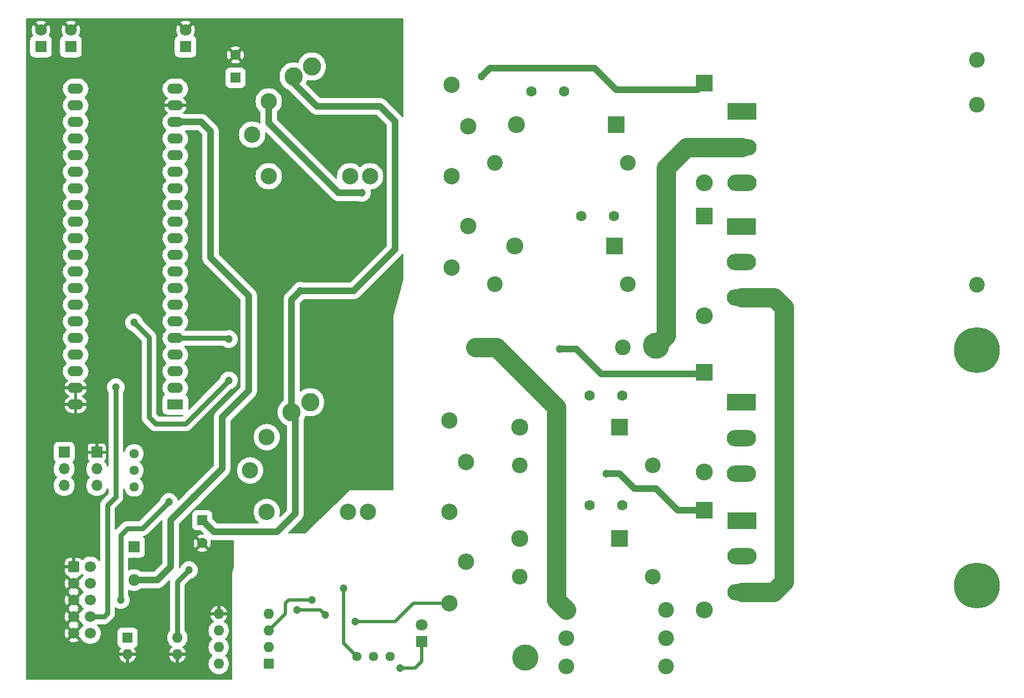
<source format=gbr>
%TF.GenerationSoftware,KiCad,Pcbnew,7.0.2*%
%TF.CreationDate,2023-05-30T11:19:59+02:00*%
%TF.ProjectId,Module_1,4d6f6475-6c65-45f3-912e-6b696361645f,rev?*%
%TF.SameCoordinates,Original*%
%TF.FileFunction,Copper,L1,Top*%
%TF.FilePolarity,Positive*%
%FSLAX46Y46*%
G04 Gerber Fmt 4.6, Leading zero omitted, Abs format (unit mm)*
G04 Created by KiCad (PCBNEW 7.0.2) date 2023-05-30 11:19:59*
%MOMM*%
%LPD*%
G01*
G04 APERTURE LIST*
G04 Aperture macros list*
%AMRoundRect*
0 Rectangle with rounded corners*
0 $1 Rounding radius*
0 $2 $3 $4 $5 $6 $7 $8 $9 X,Y pos of 4 corners*
0 Add a 4 corners polygon primitive as box body*
4,1,4,$2,$3,$4,$5,$6,$7,$8,$9,$2,$3,0*
0 Add four circle primitives for the rounded corners*
1,1,$1+$1,$2,$3*
1,1,$1+$1,$4,$5*
1,1,$1+$1,$6,$7*
1,1,$1+$1,$8,$9*
0 Add four rect primitives between the rounded corners*
20,1,$1+$1,$2,$3,$4,$5,0*
20,1,$1+$1,$4,$5,$6,$7,0*
20,1,$1+$1,$6,$7,$8,$9,0*
20,1,$1+$1,$8,$9,$2,$3,0*%
G04 Aperture macros list end*
%TA.AperFunction,ComponentPad*%
%ADD10C,2.800000*%
%TD*%
%TA.AperFunction,ComponentPad*%
%ADD11C,2.400000*%
%TD*%
%TA.AperFunction,ComponentPad*%
%ADD12O,2.400000X2.400000*%
%TD*%
%TA.AperFunction,ComponentPad*%
%ADD13R,2.600000X2.600000*%
%TD*%
%TA.AperFunction,ComponentPad*%
%ADD14O,2.600000X2.600000*%
%TD*%
%TA.AperFunction,ComponentPad*%
%ADD15R,1.600000X1.600000*%
%TD*%
%TA.AperFunction,ComponentPad*%
%ADD16C,1.600000*%
%TD*%
%TA.AperFunction,ComponentPad*%
%ADD17RoundRect,0.250000X-0.600000X-0.600000X0.600000X-0.600000X0.600000X0.600000X-0.600000X0.600000X0*%
%TD*%
%TA.AperFunction,ComponentPad*%
%ADD18C,1.700000*%
%TD*%
%TA.AperFunction,ComponentPad*%
%ADD19R,1.800000X1.800000*%
%TD*%
%TA.AperFunction,ComponentPad*%
%ADD20C,1.800000*%
%TD*%
%TA.AperFunction,ComponentPad*%
%ADD21C,4.000000*%
%TD*%
%TA.AperFunction,ComponentPad*%
%ADD22R,1.700000X1.700000*%
%TD*%
%TA.AperFunction,ComponentPad*%
%ADD23O,1.700000X1.700000*%
%TD*%
%TA.AperFunction,ComponentPad*%
%ADD24O,1.600000X1.600000*%
%TD*%
%TA.AperFunction,ComponentPad*%
%ADD25C,1.440000*%
%TD*%
%TA.AperFunction,ComponentPad*%
%ADD26O,1.800000X1.800000*%
%TD*%
%TA.AperFunction,ComponentPad*%
%ADD27C,7.000000*%
%TD*%
%TA.AperFunction,ComponentPad*%
%ADD28R,2.400000X1.600000*%
%TD*%
%TA.AperFunction,ComponentPad*%
%ADD29O,2.400000X1.600000*%
%TD*%
%TA.AperFunction,ComponentPad*%
%ADD30C,2.500000*%
%TD*%
%TA.AperFunction,ComponentPad*%
%ADD31R,4.500000X2.500000*%
%TD*%
%TA.AperFunction,ComponentPad*%
%ADD32O,4.500000X2.500000*%
%TD*%
%TA.AperFunction,ViaPad*%
%ADD33C,1.200000*%
%TD*%
%TA.AperFunction,Conductor*%
%ADD34C,1.000000*%
%TD*%
%TA.AperFunction,Conductor*%
%ADD35C,0.750000*%
%TD*%
%TA.AperFunction,Conductor*%
%ADD36C,0.500000*%
%TD*%
%TA.AperFunction,Conductor*%
%ADD37C,3.000000*%
%TD*%
G04 APERTURE END LIST*
D10*
%TO.P,,2,PM*%
%TO.N,+12V*%
X104140000Y-93980000D03*
%TD*%
%TO.P,,2,PM*%
%TO.N,+12V*%
X104394000Y-42672000D03*
%TD*%
D11*
%TO.P,R37,1*%
%TO.N,/Shunt+*%
X158496000Y-134366000D03*
D12*
%TO.P,R37,2*%
%TO.N,/Shunt-*%
X143256000Y-134366000D03*
%TD*%
D13*
%TO.P,D18,1,A1*%
%TO.N,Net-(D12-A)*%
X164338000Y-89408000D03*
D14*
%TO.P,D18,2,A2*%
%TO.N,Net-(D18-A2)*%
X164338000Y-104648000D03*
%TD*%
D11*
%TO.P,C27,1*%
%TO.N,Net-(D16-A2)*%
X206000000Y-48500000D03*
%TO.P,C27,2*%
%TO.N,Net-(J4-Pin_1)*%
X206000000Y-76000000D03*
%TD*%
D15*
%TO.P,C3,1*%
%TO.N,+12V*%
X87630000Y-112012349D03*
D16*
%TO.P,C3,2*%
%TO.N,GND*%
X87630000Y-115512349D03*
%TD*%
D17*
%TO.P,J1,1,1*%
%TO.N,GND*%
X67985000Y-119160000D03*
D18*
%TO.P,J1,2,2*%
%TO.N,+12V*%
X70525000Y-119160000D03*
%TO.P,J1,3,3*%
%TO.N,GND*%
X67985000Y-121700000D03*
%TO.P,J1,4,4*%
%TO.N,+5V*%
X70525000Y-121700000D03*
%TO.P,J1,5,5*%
%TO.N,GND*%
X67985000Y-124240000D03*
%TO.P,J1,6,6*%
%TO.N,/OS_IN*%
X70525000Y-124240000D03*
%TO.P,J1,7,7*%
%TO.N,GND*%
X67985000Y-126780000D03*
%TO.P,J1,8,8*%
%TO.N,/OUTI1*%
X70525000Y-126780000D03*
%TO.P,J1,9,9*%
%TO.N,GND*%
X67985000Y-129320000D03*
%TO.P,J1,10,10*%
%TO.N,/IN1*%
X70525000Y-129320000D03*
%TD*%
D13*
%TO.P,D16,1,A1*%
%TO.N,Net-(D14-A)*%
X164338000Y-45212000D03*
D14*
%TO.P,D16,2,A2*%
%TO.N,Net-(D16-A2)*%
X164338000Y-60452000D03*
%TD*%
D19*
%TO.P,D2,1,A*%
%TO.N,Net-(D2-A)*%
X85090000Y-39629000D03*
D20*
%TO.P,D2,2,K*%
%TO.N,GND*%
X85090000Y-37089000D03*
%TD*%
D11*
%TO.P,R39,1*%
%TO.N,/Shunt+*%
X158496000Y-130048000D03*
D12*
%TO.P,R39,2*%
%TO.N,/Shunt-*%
X143256000Y-130048000D03*
%TD*%
D21*
%TO.P,J3,1,Pin_1*%
%TO.N,/Shunt-*%
X137000000Y-133000000D03*
%TD*%
D22*
%TO.P,JP1,1,A*%
%TO.N,Net-(JP1-A)*%
X66525000Y-101635000D03*
D23*
%TO.P,JP1,2,C*%
%TO.N,/OS*%
X66525000Y-104175000D03*
%TO.P,JP1,3,B*%
%TO.N,Net-(JP1-B)*%
X66525000Y-106715000D03*
%TD*%
D16*
%TO.P,C25,1*%
%TO.N,Net-(J2-Pin_1)*%
X151852000Y-92964000D03*
%TO.P,C25,2*%
%TO.N,Net-(D22-A2)*%
X146852000Y-92964000D03*
%TD*%
D11*
%TO.P,R41,1*%
%TO.N,Net-(D21-A2)*%
X132334000Y-75946000D03*
D12*
%TO.P,R41,2*%
%TO.N,/Shunt+*%
X152654000Y-75946000D03*
%TD*%
D13*
%TO.P,D19,1,A1*%
%TO.N,Net-(D13-A)*%
X164338000Y-110490000D03*
D14*
%TO.P,D19,2,A2*%
%TO.N,/Shunt+*%
X164338000Y-125730000D03*
%TD*%
D13*
%TO.P,D17,1,A1*%
%TO.N,Net-(D15-A)*%
X164338000Y-65532000D03*
D14*
%TO.P,D17,2,A2*%
%TO.N,/Shunt+*%
X164338000Y-80772000D03*
%TD*%
D15*
%TO.P,U6,1,NC*%
%TO.N,unconnected-(U6-NC-Pad1)*%
X97780000Y-133975000D03*
D24*
%TO.P,U6,2,A*%
%TO.N,Net-(U6-A)*%
X97780000Y-131435000D03*
%TO.P,U6,3,C*%
%TO.N,Net-(U6-C)*%
X97780000Y-128895000D03*
%TO.P,U6,4*%
%TO.N,N/C*%
X97780000Y-126355000D03*
%TO.P,U6,5,GND*%
%TO.N,GND*%
X90160000Y-126355000D03*
%TO.P,U6,6,VO*%
%TO.N,/I_ER*%
X90160000Y-128895000D03*
%TO.P,U6,7,EN*%
%TO.N,+5V*%
X90160000Y-131435000D03*
%TO.P,U6,8,VCC*%
X90160000Y-133975000D03*
%TD*%
D11*
%TO.P,R43,1*%
%TO.N,Net-(D23-A2)*%
X136144000Y-120650000D03*
D12*
%TO.P,R43,2*%
%TO.N,/Shunt+*%
X156464000Y-120650000D03*
%TD*%
D25*
%TO.P,RV1,1,1*%
%TO.N,Net-(R3-Pad2)*%
X77216000Y-101844000D03*
%TO.P,RV1,2,2*%
%TO.N,Net-(JP1-B)*%
X77216000Y-104384000D03*
%TO.P,RV1,3,3*%
%TO.N,Net-(R4-Pad2)*%
X77216000Y-106924000D03*
%TD*%
D11*
%TO.P,C27_2,1*%
%TO.N,Net-(D16-A2)*%
X205994000Y-41656000D03*
%TD*%
D15*
%TO.P,C6,1*%
%TO.N,+5V*%
X92710000Y-44394000D03*
D16*
%TO.P,C6,2*%
%TO.N,GND*%
X92710000Y-40894000D03*
%TD*%
D13*
%TO.P,D23,1,A1*%
%TO.N,/Shunt+*%
X151384000Y-114808000D03*
D14*
%TO.P,D23,2,A2*%
%TO.N,Net-(D23-A2)*%
X136144000Y-114808000D03*
%TD*%
D22*
%TO.P,JP2,1,A*%
%TO.N,GND*%
X71525000Y-101635000D03*
D23*
%TO.P,JP2,2,C*%
%TO.N,Net-(JP1-A)*%
X71525000Y-104175000D03*
%TO.P,JP2,3,B*%
%TO.N,+3V3*%
X71525000Y-106715000D03*
%TD*%
D19*
%TO.P,D7,1,A*%
%TO.N,Net-(D6-K)*%
X121158000Y-130561000D03*
D20*
%TO.P,D7,2,K*%
%TO.N,Net-(D7-K)*%
X121158000Y-128021000D03*
%TD*%
D11*
%TO.P,R38,1*%
%TO.N,/Shunt+*%
X158496000Y-125730000D03*
D12*
%TO.P,R38,2*%
%TO.N,/Shunt-*%
X143256000Y-125730000D03*
%TD*%
D19*
%TO.P,D3,1,A*%
%TO.N,Net-(D3-A)*%
X67564000Y-39629000D03*
D20*
%TO.P,D3,2,K*%
%TO.N,GND*%
X67564000Y-37089000D03*
%TD*%
D19*
%TO.P,U2,1,IN*%
%TO.N,+12V*%
X77216000Y-116078000D03*
D26*
%TO.P,U2,2,GND*%
%TO.N,GND*%
X77216000Y-118618000D03*
%TO.P,U2,3,OUT*%
%TO.N,+5V*%
X77216000Y-121158000D03*
%TD*%
D16*
%TO.P,C23,1*%
%TO.N,Net-(J2-Pin_1)*%
X142962000Y-46482000D03*
%TO.P,C23,2*%
%TO.N,Net-(D20-A2)*%
X137962000Y-46482000D03*
%TD*%
D27*
%TO.P,J5,1,Pin_1*%
%TO.N,Net-(D18-A2)*%
X206000000Y-122000000D03*
%TD*%
%TO.P,J4,1,Pin_1*%
%TO.N,Net-(J4-Pin_1)*%
X206000000Y-86000000D03*
%TD*%
D19*
%TO.P,D4,1,A*%
%TO.N,Net-(D4-A)*%
X62992000Y-39629000D03*
D20*
%TO.P,D4,2,K*%
%TO.N,GND*%
X62992000Y-37089000D03*
%TD*%
D11*
%TO.P,R40,1*%
%TO.N,Net-(D20-A2)*%
X132334000Y-57404000D03*
D12*
%TO.P,R40,2*%
%TO.N,Net-(D16-A2)*%
X152654000Y-57404000D03*
%TD*%
D13*
%TO.P,D21,1,A1*%
%TO.N,/Shunt+*%
X150622000Y-70104000D03*
D14*
%TO.P,D21,2,A2*%
%TO.N,Net-(D21-A2)*%
X135382000Y-70104000D03*
%TD*%
D11*
%TO.P,C28,1*%
%TO.N,Net-(J2-Pin_1)*%
X151892000Y-85598000D03*
%TO.P,C28,2*%
%TO.N,/Shunt-*%
X129392000Y-85598000D03*
%TD*%
D28*
%TO.P,M1,1,PB12/SPI2_NSS*%
%TO.N,/I_ER*%
X83525000Y-94340000D03*
D29*
%TO.P,M1,2,PB13/SPI2_SCK*%
%TO.N,/PWM_BN*%
X83525000Y-91800000D03*
%TO.P,M1,3,PB14/SPI2_MISO*%
%TO.N,/PWM_AN*%
X83525000Y-89260000D03*
%TO.P,M1,4,PB15/SPI2_MOSI*%
%TO.N,/IN_1*%
X83525000Y-86720000D03*
%TO.P,M1,5,PA8*%
%TO.N,/PWM_B*%
X83525000Y-84180000D03*
%TO.P,M1,6,PA9/USART1_TX*%
%TO.N,/PWM_A*%
X83525000Y-81640000D03*
%TO.P,M1,7,PA10/USART1_RX*%
%TO.N,unconnected-(M1-PA10{slash}USART1_RX-Pad7)*%
X83525000Y-79100000D03*
%TO.P,M1,8,PA11*%
%TO.N,unconnected-(M1-PA11-Pad8)*%
X83525000Y-76560000D03*
%TO.P,M1,9,PA12*%
%TO.N,unconnected-(M1-PA12-Pad9)*%
X83525000Y-74020000D03*
%TO.P,M1,10,PA15/SPI1_NSS*%
%TO.N,unconnected-(M1-PA15{slash}SPI1_NSS-Pad10)*%
X83525000Y-71480000D03*
%TO.P,M1,11,PB3/SPI1_SCK*%
%TO.N,unconnected-(M1-PB3{slash}SPI1_SCK-Pad11)*%
X83525000Y-68940000D03*
%TO.P,M1,12,PB4/SPI1_MISO*%
%TO.N,unconnected-(M1-PB4{slash}SPI1_MISO-Pad12)*%
X83525000Y-66400000D03*
%TO.P,M1,13,PB5/SPI1_MOSI*%
%TO.N,unconnected-(M1-PB5{slash}SPI1_MOSI-Pad13)*%
X83525000Y-63860000D03*
%TO.P,M1,14,PB6/USART1_TX*%
%TO.N,unconnected-(M1-PB6{slash}USART1_TX-Pad14)*%
X83525000Y-61320000D03*
%TO.P,M1,15,PB7/USART1_RX*%
%TO.N,unconnected-(M1-PB7{slash}USART1_RX-Pad15)*%
X83525000Y-58780000D03*
%TO.P,M1,16,PB8*%
%TO.N,unconnected-(M1-PB8-Pad16)*%
X83525000Y-56240000D03*
%TO.P,M1,17,PB9*%
%TO.N,unconnected-(M1-PB9-Pad17)*%
X83525000Y-53700000D03*
%TO.P,M1,18,5V*%
%TO.N,+5V*%
X83525000Y-51160000D03*
%TO.P,M1,19,GND*%
%TO.N,GND*%
X83525000Y-48620000D03*
%TO.P,M1,20,3V3*%
%TO.N,+3V3*%
X83525000Y-46080000D03*
%TO.P,M1,21,VBAT*%
%TO.N,unconnected-(M1-VBAT-Pad21)*%
X68285000Y-46080000D03*
%TO.P,M1,22,PC13*%
%TO.N,unconnected-(M1-PC13-Pad22)*%
X68285000Y-48620000D03*
%TO.P,M1,23,PC14*%
%TO.N,unconnected-(M1-PC14-Pad23)*%
X68285000Y-51160000D03*
%TO.P,M1,24,PC15*%
%TO.N,unconnected-(M1-PC15-Pad24)*%
X68285000Y-53700000D03*
%TO.P,M1,25,PA0*%
%TO.N,/LED1*%
X68285000Y-56240000D03*
%TO.P,M1,26,PA1*%
%TO.N,/LED2*%
X68285000Y-58780000D03*
%TO.P,M1,27,PA2/USART2_TX*%
%TO.N,/LED3*%
X68285000Y-61320000D03*
%TO.P,M1,28,PA3/USART2_RX*%
%TO.N,unconnected-(M1-PA3{slash}USART2_RX-Pad28)*%
X68285000Y-63860000D03*
%TO.P,M1,29,PA4/SPI1_NSS*%
%TO.N,unconnected-(M1-PA4{slash}SPI1_NSS-Pad29)*%
X68285000Y-66400000D03*
%TO.P,M1,30,PA5/SPI1_SCK*%
%TO.N,unconnected-(M1-PA5{slash}SPI1_SCK-Pad30)*%
X68285000Y-68940000D03*
%TO.P,M1,31,PA6/SPI1_MISO*%
%TO.N,unconnected-(M1-PA6{slash}SPI1_MISO-Pad31)*%
X68285000Y-71480000D03*
%TO.P,M1,32,PA7/SPI_MOSI*%
%TO.N,/TMP*%
X68285000Y-74020000D03*
%TO.P,M1,33,PB0*%
%TO.N,/UP*%
X68285000Y-76560000D03*
%TO.P,M1,34,PB1*%
%TO.N,/OS*%
X68285000Y-79100000D03*
%TO.P,M1,35,PB10/USART3_TX*%
%TO.N,unconnected-(M1-PB10{slash}USART3_TX-Pad35)*%
X68285000Y-81640000D03*
%TO.P,M1,36,PB11/USART3_RX*%
%TO.N,/OUT_1*%
X68285000Y-84180000D03*
%TO.P,M1,37,NRST*%
%TO.N,unconnected-(M1-NRST-Pad37)*%
X68285000Y-86720000D03*
%TO.P,M1,38,3V3*%
%TO.N,unconnected-(M1-3V3-Pad38)*%
X68285000Y-89260000D03*
%TO.P,M1,39,GND*%
%TO.N,GND*%
X68285000Y-91800000D03*
%TO.P,M1,40,GND*%
X68285000Y-94340000D03*
%TD*%
D16*
%TO.P,C24,1*%
%TO.N,Net-(D16-A2)*%
X150582000Y-65532000D03*
%TO.P,C24,2*%
%TO.N,Net-(D21-A2)*%
X145582000Y-65532000D03*
%TD*%
D15*
%TO.P,U1,1*%
%TO.N,/IN1*%
X76210000Y-129965000D03*
D24*
%TO.P,U1,2*%
%TO.N,GND*%
X76210000Y-132505000D03*
%TO.P,U1,3*%
X83830000Y-132505000D03*
%TO.P,U1,4*%
%TO.N,/IN_1*%
X83830000Y-129965000D03*
%TD*%
D13*
%TO.P,D22,1,A1*%
%TO.N,Net-(D18-A2)*%
X151384000Y-97790000D03*
D14*
%TO.P,D22,2,A2*%
%TO.N,Net-(D22-A2)*%
X136144000Y-97790000D03*
%TD*%
D13*
%TO.P,D20,1,A1*%
%TO.N,Net-(D16-A2)*%
X150876000Y-51562000D03*
D14*
%TO.P,D20,2,A2*%
%TO.N,Net-(D20-A2)*%
X135636000Y-51562000D03*
%TD*%
D11*
%TO.P,R42,1*%
%TO.N,Net-(D22-A2)*%
X136144000Y-103632000D03*
D12*
%TO.P,R42,2*%
%TO.N,Net-(D18-A2)*%
X156464000Y-103632000D03*
%TD*%
D30*
%TO.P,T2,1,IN+*%
%TO.N,/DriverFet/Driver_B*%
X97490000Y-99316000D03*
D10*
%TO.P,T2,2,PM*%
%TO.N,+12V*%
X101300000Y-95506000D03*
D30*
%TO.P,T2,3,IN-*%
%TO.N,/DriverFet/Driver_BN*%
X94950000Y-104396000D03*
%TO.P,T2,4,OUT1A*%
%TO.N,Net-(D12-K)*%
X125430000Y-96776000D03*
%TO.P,T2,5,OUT1B*%
%TO.N,Net-(D18-A2)*%
X127970000Y-103126000D03*
%TO.P,T2,6,OUT2A*%
%TO.N,/Transf_out*%
X127970000Y-118366000D03*
%TO.P,T2,7,OUT2B*%
%TO.N,/Shunt+*%
X125430000Y-124716000D03*
%TO.P,T2,8*%
%TO.N,N/C*%
X112984000Y-110746000D03*
%TO.P,T2,9*%
X109936000Y-110746000D03*
%TO.P,T2,10*%
X97490000Y-110746000D03*
%TO.P,T2,11*%
X125430000Y-110746000D03*
%TD*%
D16*
%TO.P,C26,1*%
%TO.N,Net-(D18-A2)*%
X151852000Y-109728000D03*
%TO.P,C26,2*%
%TO.N,Net-(D23-A2)*%
X146852000Y-109728000D03*
%TD*%
D30*
%TO.P,T1,1,IN+*%
%TO.N,/DriverFet/Driver_AN*%
X97790000Y-48006000D03*
D10*
%TO.P,T1,2,PM*%
%TO.N,+12V*%
X101600000Y-44196000D03*
D30*
%TO.P,T1,3,IN-*%
%TO.N,/DriverFet/Driver_A*%
X95250000Y-53086000D03*
%TO.P,T1,4,OUT1A*%
%TO.N,Net-(D14-K)*%
X125730000Y-45466000D03*
%TO.P,T1,5,OUT1B*%
%TO.N,Net-(D16-A2)*%
X128270000Y-51816000D03*
%TO.P,T1,6,OUT2A*%
%TO.N,Net-(D15-K)*%
X128270000Y-67056000D03*
%TO.P,T1,7,OUT2B*%
%TO.N,/Shunt+*%
X125730000Y-73406000D03*
%TO.P,T1,8*%
%TO.N,N/C*%
X113284000Y-59436000D03*
%TO.P,T1,9*%
X110236000Y-59436000D03*
%TO.P,T1,10*%
X97790000Y-59436000D03*
%TO.P,T1,11*%
X125730000Y-59436000D03*
%TD*%
D21*
%TO.P,J2,1,Pin_1*%
%TO.N,Net-(J2-Pin_1)*%
X156972000Y-85344000D03*
%TD*%
D25*
%TO.P,RV2,1,1*%
%TO.N,Net-(R15-Pad1)*%
X111252000Y-132842000D03*
%TO.P,RV2,2,2*%
X113792000Y-132842000D03*
%TO.P,RV2,3,3*%
%TO.N,Net-(U5-+)*%
X116332000Y-132842000D03*
%TD*%
D31*
%TO.P,Q5,1,G*%
%TO.N,Net-(D14-A)*%
X170110000Y-49550000D03*
D32*
%TO.P,Q5,2,D*%
%TO.N,Net-(J2-Pin_1)*%
X170110000Y-55000000D03*
%TO.P,Q5,3,S*%
%TO.N,Net-(D16-A2)*%
X170110000Y-60450000D03*
%TD*%
D31*
%TO.P,Q7,1,G*%
%TO.N,Net-(D12-A)*%
X170000000Y-94000000D03*
D32*
%TO.P,Q7,2,D*%
%TO.N,Net-(J2-Pin_1)*%
X170000000Y-99450000D03*
%TO.P,Q7,3,S*%
%TO.N,Net-(D18-A2)*%
X170000000Y-104900000D03*
%TD*%
D31*
%TO.P,Q6,1,G*%
%TO.N,Net-(D15-A)*%
X170000000Y-67100000D03*
D32*
%TO.P,Q6,2,D*%
%TO.N,Net-(D16-A2)*%
X170000000Y-72550000D03*
%TO.P,Q6,3,S*%
%TO.N,/Shunt+*%
X170000000Y-78000000D03*
%TD*%
D31*
%TO.P,Q8,1,G*%
%TO.N,Net-(D13-A)*%
X170110000Y-112100000D03*
D32*
%TO.P,Q8,2,D*%
%TO.N,Net-(D18-A2)*%
X170110000Y-117550000D03*
%TO.P,Q8,3,S*%
%TO.N,/Shunt+*%
X170110000Y-123000000D03*
%TD*%
D33*
%TO.N,GND*%
X108458000Y-89154000D03*
X106934000Y-96266000D03*
X109728000Y-93980000D03*
X109982000Y-39624000D03*
X103886000Y-39624000D03*
X107188000Y-45974000D03*
X91814468Y-78069680D03*
X90170000Y-123190000D03*
X81280000Y-36830000D03*
X86360000Y-53340000D03*
X96520000Y-66040000D03*
X87630000Y-46990000D03*
X96520000Y-72390000D03*
X69850000Y-43180000D03*
X69525488Y-134059043D03*
X80355827Y-134310911D03*
X99060000Y-40640000D03*
X79938666Y-102680116D03*
X115570000Y-44450000D03*
X97896622Y-77939082D03*
X86360000Y-55880000D03*
X63500000Y-86360000D03*
X71643144Y-94275377D03*
X63500000Y-111760000D03*
X106444539Y-103471713D03*
X63500000Y-59690000D03*
X62230000Y-127000000D03*
X87630000Y-44450000D03*
X111760000Y-99060000D03*
X62230000Y-132080000D03*
X92710000Y-62230000D03*
X81280000Y-127000000D03*
X96520000Y-44450000D03*
X71660264Y-91673283D03*
X100330000Y-62230000D03*
X63500000Y-74930000D03*
X104140000Y-62230000D03*
X91440000Y-53340000D03*
X91758497Y-81651808D03*
X77470000Y-74930000D03*
X77470000Y-78740000D03*
X76200000Y-127000000D03*
X90170000Y-41910000D03*
X98027220Y-81595837D03*
X98115166Y-87861861D03*
X91440000Y-50800000D03*
X106680000Y-80010000D03*
X90170000Y-44450000D03*
X96645934Y-95333956D03*
X115570000Y-40640000D03*
X111760000Y-80010000D03*
X93980000Y-49530000D03*
X63500000Y-106680000D03*
X92710000Y-66040000D03*
X68268765Y-97936595D03*
X79854710Y-107549571D03*
X99745701Y-101677035D03*
X63500000Y-64770000D03*
X76200000Y-36830000D03*
X63500000Y-81280000D03*
X62230000Y-121920000D03*
X107950000Y-72390000D03*
X63500000Y-69850000D03*
X71668988Y-97726705D03*
X77470000Y-71120000D03*
X66040000Y-43180000D03*
X95660452Y-38623723D03*
X96520000Y-62230000D03*
X62230000Y-116840000D03*
X63500000Y-91440000D03*
%TO.N,+5V*%
X86360000Y-108458000D03*
%TO.N,+12V*%
X91699595Y-90635586D03*
X77216000Y-81788000D03*
X102616000Y-76962000D03*
%TO.N,/IN_1*%
X85598000Y-119634000D03*
%TO.N,Net-(D6-K)*%
X117856000Y-134620000D03*
%TO.N,Net-(U5--)*%
X106426000Y-126492000D03*
X102108000Y-125730000D03*
%TO.N,/DriverFet/Driver_AN*%
X112014000Y-61976000D03*
%TO.N,/PWM_B*%
X91694000Y-84328000D03*
%TO.N,Net-(D12-A)*%
X142240000Y-85852000D03*
%TO.N,Net-(D13-A)*%
X149352000Y-104902000D03*
%TO.N,Net-(D14-A)*%
X130302000Y-44196000D03*
%TO.N,/Shunt+*%
X110998000Y-127508000D03*
%TO.N,/OS_IN*%
X82550000Y-109220000D03*
X75184000Y-124206000D03*
%TO.N,/OUTI1*%
X74422000Y-91694000D03*
%TO.N,Net-(R15-Pad1)*%
X109220000Y-122428000D03*
%TO.N,Net-(U6-C)*%
X104394000Y-124172500D03*
%TD*%
D34*
%TO.N,+5V*%
X90678000Y-104140000D02*
X90678000Y-96266000D01*
X94742000Y-77724000D02*
X88900000Y-71882000D01*
X82804000Y-119126000D02*
X82804000Y-112014000D01*
X88900000Y-71882000D02*
X88900000Y-52578000D01*
X80772000Y-121158000D02*
X82804000Y-119126000D01*
X88900000Y-52578000D02*
X87482000Y-51160000D01*
X86360000Y-108458000D02*
X90678000Y-104140000D01*
X94742000Y-92202000D02*
X94742000Y-77724000D01*
X82804000Y-112014000D02*
X86360000Y-108458000D01*
X77216000Y-121158000D02*
X80772000Y-121158000D01*
X87482000Y-51160000D02*
X83525000Y-51160000D01*
X90678000Y-96266000D02*
X94742000Y-92202000D01*
%TO.N,+12V*%
X114808000Y-48768000D02*
X105156000Y-48768000D01*
X110744000Y-76962000D02*
X117094000Y-70612000D01*
X101300000Y-95506000D02*
X101300000Y-78278000D01*
X89409651Y-113792000D02*
X99060000Y-113792000D01*
X102616000Y-76962000D02*
X110744000Y-76962000D01*
X101300000Y-78278000D02*
X102616000Y-76962000D01*
X101854000Y-110998000D02*
X101854000Y-96060000D01*
X117094000Y-70612000D02*
X117094000Y-51054000D01*
X101854000Y-96060000D02*
X101300000Y-95506000D01*
D35*
X88392000Y-93980000D02*
X88392000Y-93943181D01*
X79502000Y-84074000D02*
X79502000Y-96266000D01*
D34*
X87630000Y-112012349D02*
X89409651Y-113792000D01*
D35*
X79502000Y-96266000D02*
X80518000Y-97282000D01*
X85090000Y-97282000D02*
X88392000Y-93980000D01*
D34*
X117094000Y-51054000D02*
X114808000Y-48768000D01*
X101600000Y-45212000D02*
X101600000Y-44196000D01*
D35*
X80518000Y-97282000D02*
X85090000Y-97282000D01*
D34*
X105156000Y-48768000D02*
X101600000Y-45212000D01*
X99060000Y-113792000D02*
X101854000Y-110998000D01*
D35*
X77216000Y-81788000D02*
X79502000Y-84074000D01*
X88392000Y-93943181D02*
X91699595Y-90635586D01*
%TO.N,/IN_1*%
X83830000Y-129965000D02*
X83830000Y-121402000D01*
X83830000Y-121402000D02*
X85598000Y-119634000D01*
D36*
%TO.N,Net-(D6-K)*%
X121158000Y-133604000D02*
X121158000Y-130561000D01*
X117856000Y-134620000D02*
X120142000Y-134620000D01*
X120142000Y-134620000D02*
X121158000Y-133604000D01*
D37*
%TO.N,/Shunt-*%
X143256000Y-125730000D02*
X141732000Y-124206000D01*
X132588000Y-85598000D02*
X129392000Y-85598000D01*
X141732000Y-124206000D02*
X141732000Y-94742000D01*
X141732000Y-94742000D02*
X132588000Y-85598000D01*
D36*
%TO.N,Net-(U5--)*%
X102108000Y-125730000D02*
X105664000Y-125730000D01*
X105664000Y-125730000D02*
X106426000Y-126492000D01*
D34*
%TO.N,/DriverFet/Driver_AN*%
X97790000Y-48006000D02*
X97790000Y-51308000D01*
X108458000Y-61976000D02*
X112014000Y-61976000D01*
X97790000Y-51308000D02*
X107950000Y-61468000D01*
X107950000Y-61468000D02*
X108458000Y-61976000D01*
D37*
%TO.N,Net-(J2-Pin_1)*%
X161662000Y-55000000D02*
X170110000Y-55000000D01*
X156972000Y-85344000D02*
X158496000Y-83820000D01*
X158496000Y-58166000D02*
X161662000Y-55000000D01*
X158496000Y-83820000D02*
X158496000Y-58166000D01*
D35*
%TO.N,/PWM_B*%
X91694000Y-84328000D02*
X91546000Y-84180000D01*
X91546000Y-84180000D02*
X83525000Y-84180000D01*
D34*
%TO.N,Net-(D12-A)*%
X142240000Y-85852000D02*
X144780000Y-85852000D01*
X164084000Y-89662000D02*
X164338000Y-89408000D01*
X144780000Y-85852000D02*
X148590000Y-89662000D01*
X148590000Y-89662000D02*
X164084000Y-89662000D01*
%TO.N,Net-(D13-A)*%
X156972000Y-107188000D02*
X160274000Y-110490000D01*
X149352000Y-104902000D02*
X151384000Y-104902000D01*
X160274000Y-110490000D02*
X164338000Y-110490000D01*
X153670000Y-107188000D02*
X156972000Y-107188000D01*
X151384000Y-104902000D02*
X153670000Y-107188000D01*
%TO.N,Net-(D14-A)*%
X150876000Y-46228000D02*
X163322000Y-46228000D01*
X131572000Y-42926000D02*
X147574000Y-42926000D01*
X147574000Y-42926000D02*
X150876000Y-46228000D01*
X130302000Y-44196000D02*
X131572000Y-42926000D01*
X163322000Y-46228000D02*
X164338000Y-45212000D01*
D36*
%TO.N,/Shunt+*%
X117094000Y-127508000D02*
X119886000Y-124716000D01*
X110998000Y-127508000D02*
X117094000Y-127508000D01*
D37*
X174942000Y-123000000D02*
X176530000Y-121412000D01*
X176530000Y-121412000D02*
X176530000Y-79502000D01*
X176530000Y-79502000D02*
X175006000Y-77978000D01*
X170110000Y-123000000D02*
X174942000Y-123000000D01*
X175006000Y-77978000D02*
X174984000Y-78000000D01*
D36*
X119886000Y-124716000D02*
X125430000Y-124716000D01*
D37*
X174984000Y-78000000D02*
X170000000Y-78000000D01*
D35*
%TO.N,/OS_IN*%
X75184000Y-124206000D02*
X75184000Y-114300000D01*
X75184000Y-114300000D02*
X76200000Y-113284000D01*
X76200000Y-113284000D02*
X78486000Y-113284000D01*
X78486000Y-113284000D02*
X82550000Y-109220000D01*
%TO.N,/OUTI1*%
X74422000Y-108458000D02*
X74422000Y-91694000D01*
X70525000Y-126780000D02*
X72610000Y-126780000D01*
X73152000Y-126238000D02*
X73152000Y-109728000D01*
X72610000Y-126780000D02*
X73152000Y-126238000D01*
X73152000Y-109728000D02*
X74422000Y-108458000D01*
D36*
%TO.N,Net-(R15-Pad1)*%
X109254000Y-130844000D02*
X109254000Y-122462000D01*
X111252000Y-132842000D02*
X109254000Y-130844000D01*
X109254000Y-122462000D02*
X109220000Y-122428000D01*
%TO.N,Net-(U6-C)*%
X100330000Y-126345000D02*
X97780000Y-128895000D01*
X100871500Y-124172500D02*
X100330000Y-124714000D01*
X100330000Y-124714000D02*
X100330000Y-126345000D01*
X104394000Y-124172500D02*
X100871500Y-124172500D01*
%TD*%
%TA.AperFunction,Conductor*%
%TO.N,GND*%
G36*
X68535000Y-94024314D02*
G01*
X68523045Y-94012359D01*
X68410148Y-93954835D01*
X68316481Y-93940000D01*
X68253519Y-93940000D01*
X68159852Y-93954835D01*
X68046955Y-94012359D01*
X68035000Y-94024314D01*
X68035000Y-92115686D01*
X68046955Y-92127641D01*
X68159852Y-92185165D01*
X68253519Y-92200000D01*
X68316481Y-92200000D01*
X68410148Y-92185165D01*
X68523045Y-92127641D01*
X68535000Y-92115685D01*
X68535000Y-94024314D01*
G37*
%TD.AperFunction*%
%TA.AperFunction,Conductor*%
G36*
X69127082Y-127568530D02*
G01*
X69145128Y-127591421D01*
X69161836Y-127618685D01*
X69226164Y-127723659D01*
X69389776Y-127915224D01*
X69437179Y-127955710D01*
X69475372Y-128014215D01*
X69475871Y-128084083D01*
X69438517Y-128143130D01*
X69437179Y-128144289D01*
X69389772Y-128184778D01*
X69226165Y-128376338D01*
X69145129Y-128508576D01*
X69127083Y-128531467D01*
X68468076Y-129190475D01*
X68444493Y-129110156D01*
X68366761Y-128989202D01*
X68258100Y-128895048D01*
X68127315Y-128835320D01*
X68117533Y-128833913D01*
X68746373Y-128205073D01*
X68746373Y-128205072D01*
X68669969Y-128151574D01*
X68626344Y-128096997D01*
X68619150Y-128027499D01*
X68650673Y-127965144D01*
X68669969Y-127948424D01*
X68746373Y-127894925D01*
X68117533Y-127266086D01*
X68127315Y-127264680D01*
X68258100Y-127204952D01*
X68366761Y-127110798D01*
X68444493Y-126989844D01*
X68468076Y-126909524D01*
X69127082Y-127568530D01*
G37*
%TD.AperFunction*%
%TA.AperFunction,Conductor*%
G36*
X69127082Y-125028530D02*
G01*
X69145128Y-125051421D01*
X69226164Y-125183659D01*
X69389776Y-125375224D01*
X69437177Y-125415708D01*
X69437179Y-125415710D01*
X69475372Y-125474217D01*
X69475870Y-125544085D01*
X69438516Y-125603131D01*
X69437186Y-125604283D01*
X69428648Y-125611576D01*
X69389776Y-125644776D01*
X69226162Y-125836342D01*
X69145129Y-125968576D01*
X69127083Y-125991467D01*
X68468076Y-126650475D01*
X68444493Y-126570156D01*
X68366761Y-126449202D01*
X68258100Y-126355048D01*
X68127315Y-126295320D01*
X68117533Y-126293913D01*
X68746373Y-125665073D01*
X68746373Y-125665072D01*
X68669969Y-125611574D01*
X68626344Y-125556997D01*
X68619150Y-125487499D01*
X68650673Y-125425144D01*
X68669969Y-125408424D01*
X68746373Y-125354925D01*
X68117533Y-124726086D01*
X68127315Y-124724680D01*
X68258100Y-124664952D01*
X68366761Y-124570798D01*
X68444493Y-124449844D01*
X68468076Y-124369524D01*
X69127082Y-125028530D01*
G37*
%TD.AperFunction*%
%TA.AperFunction,Conductor*%
G36*
X69127082Y-122488530D02*
G01*
X69145128Y-122511421D01*
X69226164Y-122643659D01*
X69389776Y-122835224D01*
X69437175Y-122875707D01*
X69437179Y-122875710D01*
X69475372Y-122934217D01*
X69475870Y-123004085D01*
X69438516Y-123063131D01*
X69437186Y-123064283D01*
X69428648Y-123071576D01*
X69389776Y-123104776D01*
X69226162Y-123296342D01*
X69145129Y-123428576D01*
X69127083Y-123451467D01*
X68468076Y-124110475D01*
X68444493Y-124030156D01*
X68366761Y-123909202D01*
X68258100Y-123815048D01*
X68127315Y-123755320D01*
X68117531Y-123753913D01*
X68746373Y-123125073D01*
X68746373Y-123125072D01*
X68669969Y-123071574D01*
X68626344Y-123016997D01*
X68619150Y-122947499D01*
X68650673Y-122885144D01*
X68669969Y-122868424D01*
X68746373Y-122814925D01*
X68117533Y-122186086D01*
X68127315Y-122184680D01*
X68258100Y-122124952D01*
X68366761Y-122030798D01*
X68444493Y-121909844D01*
X68468076Y-121829524D01*
X69127082Y-122488530D01*
G37*
%TD.AperFunction*%
%TA.AperFunction,Conductor*%
G36*
X69297259Y-120210914D02*
G01*
X69348215Y-120246563D01*
X69389775Y-120295223D01*
X69437179Y-120335710D01*
X69475372Y-120394217D01*
X69475870Y-120464085D01*
X69438516Y-120523131D01*
X69437179Y-120524290D01*
X69389776Y-120564776D01*
X69226162Y-120756342D01*
X69145129Y-120888576D01*
X69127083Y-120911467D01*
X68468076Y-121570475D01*
X68444493Y-121490156D01*
X68366761Y-121369202D01*
X68258100Y-121275048D01*
X68127315Y-121215320D01*
X68117533Y-121213913D01*
X68750605Y-120580841D01*
X68761166Y-120528295D01*
X68809781Y-120478112D01*
X68831923Y-120468282D01*
X68904122Y-120444357D01*
X69053342Y-120352318D01*
X69166244Y-120239415D01*
X69227567Y-120205930D01*
X69297259Y-120210914D01*
G37*
%TD.AperFunction*%
%TA.AperFunction,Conductor*%
G36*
X81472834Y-111991377D02*
G01*
X81528767Y-112033249D01*
X81553184Y-112098713D01*
X81553500Y-112107559D01*
X81553500Y-118556663D01*
X81533815Y-118623702D01*
X81517181Y-118644344D01*
X80290345Y-119871181D01*
X80229022Y-119904666D01*
X80202664Y-119907500D01*
X78338988Y-119907500D01*
X78271949Y-119887815D01*
X78258456Y-119877790D01*
X78189143Y-119818590D01*
X78169951Y-119806829D01*
X77967628Y-119682846D01*
X77849704Y-119634000D01*
X77727610Y-119583426D01*
X77474995Y-119522779D01*
X77345497Y-119512587D01*
X77216000Y-119502396D01*
X77215999Y-119502396D01*
X76957004Y-119522779D01*
X76704389Y-119583426D01*
X76480953Y-119675978D01*
X76411484Y-119683447D01*
X76349004Y-119652172D01*
X76313352Y-119592083D01*
X76309500Y-119561417D01*
X76309500Y-117852499D01*
X76329185Y-117785460D01*
X76381989Y-117739705D01*
X76433500Y-117728499D01*
X78162859Y-117728499D01*
X78166008Y-117728499D01*
X78268797Y-117717999D01*
X78435334Y-117662814D01*
X78584656Y-117570712D01*
X78708712Y-117446656D01*
X78800814Y-117297334D01*
X78855999Y-117130797D01*
X78866500Y-117028009D01*
X78866499Y-115127992D01*
X78855999Y-115025203D01*
X78800814Y-114858666D01*
X78708712Y-114709344D01*
X78708711Y-114709342D01*
X78606367Y-114606998D01*
X78572882Y-114545675D01*
X78577866Y-114475983D01*
X78619738Y-114420050D01*
X78682260Y-114395878D01*
X78699971Y-114394188D01*
X78760282Y-114376478D01*
X78768852Y-114374292D01*
X78830254Y-114360935D01*
X78830254Y-114360934D01*
X78830258Y-114360934D01*
X78860639Y-114347923D01*
X78874493Y-114342943D01*
X78906209Y-114333631D01*
X78962075Y-114304829D01*
X78970082Y-114301057D01*
X79027849Y-114276321D01*
X79055221Y-114257794D01*
X79067881Y-114250282D01*
X79097259Y-114235138D01*
X79146681Y-114196270D01*
X79153800Y-114191074D01*
X79205855Y-114155843D01*
X79229217Y-114132479D01*
X79240238Y-114122696D01*
X79266217Y-114102268D01*
X79307377Y-114054765D01*
X79313396Y-114048300D01*
X81341818Y-112019878D01*
X81403142Y-111986393D01*
X81472834Y-111991377D01*
G37*
%TD.AperFunction*%
%TA.AperFunction,Conductor*%
G36*
X118307039Y-35325685D02*
G01*
X118352794Y-35378489D01*
X118364000Y-35430000D01*
X118364000Y-50292894D01*
X118344315Y-50359933D01*
X118291511Y-50405688D01*
X118222353Y-50415632D01*
X118158797Y-50386607D01*
X118139683Y-50365780D01*
X118114741Y-50331451D01*
X118113162Y-50329228D01*
X118057820Y-50249346D01*
X118054734Y-50246260D01*
X118042091Y-50231458D01*
X118039522Y-50227922D01*
X117969299Y-50160782D01*
X117967310Y-50158836D01*
X115746816Y-47938342D01*
X115737550Y-47927974D01*
X115715506Y-47900332D01*
X115665603Y-47856732D01*
X115659507Y-47851033D01*
X115654506Y-47846032D01*
X115652529Y-47844055D01*
X115650394Y-47842272D01*
X115650377Y-47842257D01*
X115621255Y-47817945D01*
X115619139Y-47816138D01*
X115545997Y-47752236D01*
X115545996Y-47752235D01*
X115542236Y-47749988D01*
X115526370Y-47738730D01*
X115523018Y-47735931D01*
X115438548Y-47688001D01*
X115436145Y-47686601D01*
X115352765Y-47636785D01*
X115348671Y-47635249D01*
X115331046Y-47627003D01*
X115327245Y-47624847D01*
X115327244Y-47624846D01*
X115327243Y-47624846D01*
X115235568Y-47592767D01*
X115232954Y-47591819D01*
X115142028Y-47557694D01*
X115142025Y-47557693D01*
X115142024Y-47557693D01*
X115137721Y-47556911D01*
X115118917Y-47551948D01*
X115114782Y-47550501D01*
X115018847Y-47535306D01*
X115016106Y-47534840D01*
X114920550Y-47517500D01*
X114920547Y-47517500D01*
X114916170Y-47517500D01*
X114896773Y-47515973D01*
X114892460Y-47515290D01*
X114795358Y-47517469D01*
X114792578Y-47517500D01*
X105725336Y-47517500D01*
X105658297Y-47497815D01*
X105637655Y-47481181D01*
X103516372Y-45359898D01*
X103482887Y-45298575D01*
X103487871Y-45228883D01*
X103493956Y-45215168D01*
X103503707Y-45196350D01*
X103577072Y-45054764D01*
X103660576Y-44819804D01*
X103701571Y-44763232D01*
X103766649Y-44737801D01*
X103810865Y-44741930D01*
X103955445Y-44782440D01*
X104246902Y-44822500D01*
X104251139Y-44822500D01*
X104536861Y-44822500D01*
X104541098Y-44822500D01*
X104832555Y-44782440D01*
X105115841Y-44703067D01*
X105385682Y-44585859D01*
X105637049Y-44432999D01*
X105865260Y-44247335D01*
X106066065Y-44032326D01*
X106235722Y-43791976D01*
X106371072Y-43530764D01*
X106469592Y-43253554D01*
X106529448Y-42965511D01*
X106549525Y-42672000D01*
X106529448Y-42378489D01*
X106469592Y-42090446D01*
X106371072Y-41813236D01*
X106235722Y-41552024D01*
X106066065Y-41311674D01*
X105888652Y-41121712D01*
X105868147Y-41099756D01*
X105868145Y-41099754D01*
X105865260Y-41096665D01*
X105637049Y-40911001D01*
X105529163Y-40845394D01*
X105389300Y-40760341D01*
X105389298Y-40760340D01*
X105385682Y-40758141D01*
X105381802Y-40756455D01*
X105381795Y-40756452D01*
X105119722Y-40642618D01*
X105119712Y-40642614D01*
X105115841Y-40640933D01*
X105111769Y-40639792D01*
X104836634Y-40562702D01*
X104836621Y-40562699D01*
X104832555Y-40561560D01*
X104828368Y-40560984D01*
X104828356Y-40560982D01*
X104545295Y-40522076D01*
X104545282Y-40522075D01*
X104541098Y-40521500D01*
X104246902Y-40521500D01*
X104242718Y-40522075D01*
X104242704Y-40522076D01*
X103959643Y-40560982D01*
X103959628Y-40560984D01*
X103955445Y-40561560D01*
X103951381Y-40562698D01*
X103951365Y-40562702D01*
X103676230Y-40639792D01*
X103676225Y-40639793D01*
X103672159Y-40640933D01*
X103668291Y-40642612D01*
X103668277Y-40642618D01*
X103406204Y-40756452D01*
X103406191Y-40756458D01*
X103402318Y-40758141D01*
X103398707Y-40760336D01*
X103398699Y-40760341D01*
X103154563Y-40908804D01*
X103154557Y-40908807D01*
X103150951Y-40911001D01*
X103147676Y-40913664D01*
X103147668Y-40913671D01*
X102926025Y-41093992D01*
X102926021Y-41093995D01*
X102922740Y-41096665D01*
X102919861Y-41099747D01*
X102919852Y-41099756D01*
X102724823Y-41308581D01*
X102724818Y-41308586D01*
X102721935Y-41311674D01*
X102719499Y-41315124D01*
X102719490Y-41315136D01*
X102554724Y-41548558D01*
X102554720Y-41548563D01*
X102552278Y-41552024D01*
X102550332Y-41555778D01*
X102550328Y-41555786D01*
X102418877Y-41809473D01*
X102418872Y-41809483D01*
X102416928Y-41813236D01*
X102415511Y-41817221D01*
X102415507Y-41817232D01*
X102333425Y-42048190D01*
X102292427Y-42104767D01*
X102227350Y-42130197D01*
X102183131Y-42126067D01*
X102042638Y-42086703D01*
X102042624Y-42086700D01*
X102038555Y-42085560D01*
X102034368Y-42084984D01*
X102034356Y-42084982D01*
X101751295Y-42046076D01*
X101751282Y-42046075D01*
X101747098Y-42045500D01*
X101452902Y-42045500D01*
X101448718Y-42046075D01*
X101448704Y-42046076D01*
X101165643Y-42084982D01*
X101165628Y-42084984D01*
X101161445Y-42085560D01*
X101157381Y-42086698D01*
X101157365Y-42086702D01*
X100882230Y-42163792D01*
X100882225Y-42163793D01*
X100878159Y-42164933D01*
X100874291Y-42166612D01*
X100874277Y-42166618D01*
X100612204Y-42280452D01*
X100612191Y-42280458D01*
X100608318Y-42282141D01*
X100604707Y-42284336D01*
X100604699Y-42284341D01*
X100360563Y-42432804D01*
X100360557Y-42432807D01*
X100356951Y-42435001D01*
X100353676Y-42437664D01*
X100353668Y-42437671D01*
X100132025Y-42617992D01*
X100132021Y-42617995D01*
X100128740Y-42620665D01*
X100125861Y-42623747D01*
X100125852Y-42623756D01*
X99930823Y-42832581D01*
X99930818Y-42832586D01*
X99927935Y-42835674D01*
X99925499Y-42839124D01*
X99925490Y-42839136D01*
X99760724Y-43072558D01*
X99760720Y-43072563D01*
X99758278Y-43076024D01*
X99756332Y-43079778D01*
X99756328Y-43079786D01*
X99624877Y-43333473D01*
X99624872Y-43333483D01*
X99622928Y-43337236D01*
X99621511Y-43341221D01*
X99621507Y-43341232D01*
X99525829Y-43610445D01*
X99525825Y-43610457D01*
X99524408Y-43614446D01*
X99523545Y-43618596D01*
X99523544Y-43618602D01*
X99465415Y-43898332D01*
X99465413Y-43898343D01*
X99464552Y-43902489D01*
X99464263Y-43906713D01*
X99464262Y-43906721D01*
X99455459Y-44035418D01*
X99444475Y-44196000D01*
X99444764Y-44200224D01*
X99460836Y-44435195D01*
X99464552Y-44489511D01*
X99465413Y-44493658D01*
X99465415Y-44493667D01*
X99508579Y-44701381D01*
X99524408Y-44777554D01*
X99525826Y-44781546D01*
X99525829Y-44781554D01*
X99604331Y-45002437D01*
X99622928Y-45054764D01*
X99624875Y-45058522D01*
X99624877Y-45058526D01*
X99644400Y-45096203D01*
X99758278Y-45315976D01*
X99760724Y-45319441D01*
X99925490Y-45552863D01*
X99925494Y-45552868D01*
X99927935Y-45556326D01*
X100128740Y-45771335D01*
X100356951Y-45956999D01*
X100608318Y-46109859D01*
X100612210Y-46111549D01*
X100612209Y-46111549D01*
X100800737Y-46193438D01*
X100839017Y-46219491D01*
X104217182Y-49597656D01*
X104226448Y-49608024D01*
X104248493Y-49635667D01*
X104298395Y-49679266D01*
X104304491Y-49684965D01*
X104311470Y-49691944D01*
X104313601Y-49693723D01*
X104313613Y-49693734D01*
X104342740Y-49718051D01*
X104344853Y-49719856D01*
X104400993Y-49768903D01*
X104418004Y-49783765D01*
X104421760Y-49786009D01*
X104437624Y-49797266D01*
X104440978Y-49800066D01*
X104440979Y-49800067D01*
X104440981Y-49800068D01*
X104482122Y-49823412D01*
X104525450Y-49847997D01*
X104527854Y-49849397D01*
X104611236Y-49899215D01*
X104611239Y-49899216D01*
X104615323Y-49900749D01*
X104632953Y-49908996D01*
X104636753Y-49911152D01*
X104636755Y-49911153D01*
X104728468Y-49943245D01*
X104730998Y-49944162D01*
X104821976Y-49978307D01*
X104825972Y-49979032D01*
X104826269Y-49979086D01*
X104845088Y-49984053D01*
X104849217Y-49985498D01*
X104945251Y-50000707D01*
X104947847Y-50001149D01*
X105011369Y-50012677D01*
X105043452Y-50018500D01*
X105043453Y-50018500D01*
X105047830Y-50018500D01*
X105067226Y-50020026D01*
X105071540Y-50020710D01*
X105166299Y-50018583D01*
X105168622Y-50018531D01*
X105171404Y-50018500D01*
X114238664Y-50018500D01*
X114305703Y-50038185D01*
X114326345Y-50054819D01*
X115807181Y-51535654D01*
X115840666Y-51596977D01*
X115843500Y-51623335D01*
X115843499Y-70042664D01*
X115823814Y-70109703D01*
X115807180Y-70130345D01*
X110262345Y-75675181D01*
X110201022Y-75708666D01*
X110174664Y-75711500D01*
X103157341Y-75711500D01*
X103104937Y-75699882D01*
X103079665Y-75688097D01*
X102851407Y-75626936D01*
X102616000Y-75606340D01*
X102380592Y-75626936D01*
X102152336Y-75688097D01*
X101938170Y-75787965D01*
X101744598Y-75923505D01*
X101577505Y-76090598D01*
X101441963Y-76284173D01*
X101378340Y-76420609D01*
X101353640Y-76455884D01*
X100470343Y-77339181D01*
X100459980Y-77348443D01*
X100432335Y-77370491D01*
X100388736Y-77420391D01*
X100383052Y-77426472D01*
X100378024Y-77431501D01*
X100378015Y-77431510D01*
X100376055Y-77433471D01*
X100374280Y-77435596D01*
X100374269Y-77435609D01*
X100349929Y-77464763D01*
X100348124Y-77466876D01*
X100284235Y-77540003D01*
X100281986Y-77543767D01*
X100270739Y-77559617D01*
X100267932Y-77562979D01*
X100219978Y-77647490D01*
X100218604Y-77649849D01*
X100201960Y-77677709D01*
X100168782Y-77733241D01*
X100167246Y-77737335D01*
X100159009Y-77754944D01*
X100156847Y-77758753D01*
X100124762Y-77850444D01*
X100123814Y-77853057D01*
X100089691Y-77943978D01*
X100088910Y-77948282D01*
X100083950Y-77967077D01*
X100082501Y-77971217D01*
X100067304Y-78067166D01*
X100066838Y-78069907D01*
X100049500Y-78165450D01*
X100049500Y-78169829D01*
X100047973Y-78189227D01*
X100047290Y-78193540D01*
X100047722Y-78212781D01*
X100049469Y-78290639D01*
X100049500Y-78293421D01*
X100049500Y-93692090D01*
X100029815Y-93759129D01*
X100003755Y-93788278D01*
X99832025Y-93927992D01*
X99832021Y-93927995D01*
X99828740Y-93930665D01*
X99825861Y-93933747D01*
X99825852Y-93933756D01*
X99630823Y-94142581D01*
X99630818Y-94142586D01*
X99627935Y-94145674D01*
X99625499Y-94149124D01*
X99625490Y-94149136D01*
X99460724Y-94382558D01*
X99460720Y-94382563D01*
X99458278Y-94386024D01*
X99456332Y-94389778D01*
X99456328Y-94389786D01*
X99324877Y-94643473D01*
X99324872Y-94643483D01*
X99322928Y-94647236D01*
X99321511Y-94651221D01*
X99321507Y-94651232D01*
X99225829Y-94920445D01*
X99225825Y-94920457D01*
X99224408Y-94924446D01*
X99223545Y-94928596D01*
X99223544Y-94928602D01*
X99165415Y-95208332D01*
X99165413Y-95208343D01*
X99164552Y-95212489D01*
X99164263Y-95216713D01*
X99164262Y-95216721D01*
X99148044Y-95453818D01*
X99144475Y-95506000D01*
X99144764Y-95510224D01*
X99162861Y-95774799D01*
X99164552Y-95799511D01*
X99165413Y-95803658D01*
X99165415Y-95803667D01*
X99218247Y-96057907D01*
X99224408Y-96087554D01*
X99225826Y-96091546D01*
X99225829Y-96091554D01*
X99311627Y-96332966D01*
X99322928Y-96364764D01*
X99324875Y-96368522D01*
X99324877Y-96368526D01*
X99456328Y-96622213D01*
X99458278Y-96625976D01*
X99460724Y-96629441D01*
X99625490Y-96862863D01*
X99625494Y-96862868D01*
X99627935Y-96866326D01*
X99828740Y-97081335D01*
X100056951Y-97266999D01*
X100308318Y-97419859D01*
X100528901Y-97515671D01*
X100582548Y-97560434D01*
X100603478Y-97627095D01*
X100603500Y-97629405D01*
X100603500Y-110428663D01*
X100583815Y-110495702D01*
X100567181Y-110516344D01*
X99604411Y-111479114D01*
X99543088Y-111512599D01*
X99473396Y-111507615D01*
X99417463Y-111465743D01*
X99393046Y-111400279D01*
X99400549Y-111348098D01*
X99414369Y-111311046D01*
X99475196Y-111031428D01*
X99495610Y-110746000D01*
X99475196Y-110460572D01*
X99414369Y-110180954D01*
X99314367Y-109912839D01*
X99232978Y-109763787D01*
X99177227Y-109661686D01*
X99096970Y-109554476D01*
X99005739Y-109432605D01*
X98803395Y-109230261D01*
X98668266Y-109129105D01*
X98574313Y-109058772D01*
X98323163Y-108921634D01*
X98323162Y-108921633D01*
X98323161Y-108921633D01*
X98112896Y-108843208D01*
X98055041Y-108821629D01*
X97775429Y-108760804D01*
X97490000Y-108740389D01*
X97204570Y-108760804D01*
X96924958Y-108821629D01*
X96656836Y-108921634D01*
X96405686Y-109058772D01*
X96176602Y-109230263D01*
X95974263Y-109432602D01*
X95802772Y-109661686D01*
X95665634Y-109912836D01*
X95565629Y-110180958D01*
X95504804Y-110460570D01*
X95484389Y-110746000D01*
X95504804Y-111031429D01*
X95565629Y-111311041D01*
X95571856Y-111327736D01*
X95642539Y-111517245D01*
X95665634Y-111579163D01*
X95802772Y-111830313D01*
X95856027Y-111901453D01*
X95974261Y-112059395D01*
X96176605Y-112261739D01*
X96252074Y-112318234D01*
X96293944Y-112374167D01*
X96298928Y-112443858D01*
X96265443Y-112505181D01*
X96204120Y-112538666D01*
X96177762Y-112541500D01*
X89978987Y-112541500D01*
X89911948Y-112521815D01*
X89891306Y-112505181D01*
X89216818Y-111830693D01*
X89183333Y-111769370D01*
X89180499Y-111743012D01*
X89180499Y-111165489D01*
X89180499Y-111165488D01*
X89180499Y-111162341D01*
X89169999Y-111059552D01*
X89114814Y-110893015D01*
X89022712Y-110743693D01*
X89022711Y-110743691D01*
X88898657Y-110619637D01*
X88749334Y-110527535D01*
X88582797Y-110472349D01*
X88483141Y-110462168D01*
X88483122Y-110462167D01*
X88480009Y-110461849D01*
X88476860Y-110461849D01*
X86783140Y-110461849D01*
X86783120Y-110461849D01*
X86779992Y-110461850D01*
X86776860Y-110462169D01*
X86776858Y-110462170D01*
X86677203Y-110472349D01*
X86510665Y-110527535D01*
X86361342Y-110619637D01*
X86237288Y-110743691D01*
X86145186Y-110893014D01*
X86090000Y-111059551D01*
X86079819Y-111159207D01*
X86079817Y-111159227D01*
X86079500Y-111162340D01*
X86079500Y-111165487D01*
X86079500Y-111165488D01*
X86079500Y-112859208D01*
X86079500Y-112859227D01*
X86079501Y-112862357D01*
X86079820Y-112865489D01*
X86079821Y-112865490D01*
X86090000Y-112965145D01*
X86145186Y-113131683D01*
X86237288Y-113281006D01*
X86361342Y-113405060D01*
X86361344Y-113405061D01*
X86510666Y-113497163D01*
X86622017Y-113534061D01*
X86677202Y-113552348D01*
X86776858Y-113562529D01*
X86776859Y-113562529D01*
X86779991Y-113562849D01*
X87360663Y-113562848D01*
X87427702Y-113582532D01*
X87448344Y-113599167D01*
X87856554Y-114007377D01*
X87890039Y-114068700D01*
X87885055Y-114138392D01*
X87843183Y-114194325D01*
X87777719Y-114218742D01*
X87758066Y-114218586D01*
X87630000Y-114207382D01*
X87403397Y-114227207D01*
X87183672Y-114286082D01*
X86977516Y-114382214D01*
X86904526Y-114433322D01*
X87585599Y-115114395D01*
X87504852Y-115127184D01*
X87391955Y-115184708D01*
X87302359Y-115274304D01*
X87244835Y-115387201D01*
X87232046Y-115467948D01*
X86550973Y-114786875D01*
X86550973Y-114786876D01*
X86499865Y-114859865D01*
X86403733Y-115066021D01*
X86344858Y-115285746D01*
X86325033Y-115512348D01*
X86344858Y-115738951D01*
X86403733Y-115958675D01*
X86499866Y-116164833D01*
X86550972Y-116237820D01*
X86550974Y-116237821D01*
X87232046Y-115556748D01*
X87244835Y-115637497D01*
X87302359Y-115750394D01*
X87391955Y-115839990D01*
X87504852Y-115897514D01*
X87585599Y-115910302D01*
X86904526Y-116591374D01*
X86904526Y-116591375D01*
X86977515Y-116642482D01*
X87183673Y-116738615D01*
X87403397Y-116797490D01*
X87630000Y-116817315D01*
X87856602Y-116797490D01*
X88076326Y-116738615D01*
X88282480Y-116642483D01*
X88355472Y-116591374D01*
X87674401Y-115910302D01*
X87755148Y-115897514D01*
X87868045Y-115839990D01*
X87957641Y-115750394D01*
X88015165Y-115637497D01*
X88027953Y-115556749D01*
X88709025Y-116237821D01*
X88760134Y-116164829D01*
X88856266Y-115958675D01*
X88915141Y-115738951D01*
X88934966Y-115512348D01*
X88915141Y-115285746D01*
X88875168Y-115136564D01*
X88876831Y-115066714D01*
X88915993Y-115008851D01*
X88980221Y-114981347D01*
X89038513Y-114988377D01*
X89075627Y-115002307D01*
X89079925Y-115003086D01*
X89098741Y-115008053D01*
X89102869Y-115009498D01*
X89198846Y-115024699D01*
X89201480Y-115025146D01*
X89297104Y-115042500D01*
X89301476Y-115042500D01*
X89320870Y-115044026D01*
X89325192Y-115044711D01*
X89422317Y-115042531D01*
X89425100Y-115042500D01*
X92332000Y-115042500D01*
X92399039Y-115062185D01*
X92444794Y-115114989D01*
X92456000Y-115166500D01*
X92456000Y-119110734D01*
X92452298Y-119140808D01*
X92202000Y-120142000D01*
X92202000Y-136274000D01*
X92182315Y-136341039D01*
X92129511Y-136386794D01*
X92078000Y-136398000D01*
X60830000Y-136398000D01*
X60762961Y-136378315D01*
X60717206Y-136325511D01*
X60706000Y-136274000D01*
X60706000Y-133974999D01*
X88604706Y-133974999D01*
X88623854Y-134218303D01*
X88680828Y-134455615D01*
X88774221Y-134681088D01*
X88862417Y-134825008D01*
X88901741Y-134889179D01*
X89060241Y-135074759D01*
X89245821Y-135233259D01*
X89324887Y-135281711D01*
X89453911Y-135360778D01*
X89679384Y-135454171D01*
X89679387Y-135454171D01*
X89679388Y-135454172D01*
X89916698Y-135511146D01*
X90160000Y-135530294D01*
X90403302Y-135511146D01*
X90640612Y-135454172D01*
X90640613Y-135454171D01*
X90640615Y-135454171D01*
X90866088Y-135360778D01*
X90944272Y-135312866D01*
X91074179Y-135233259D01*
X91259759Y-135074759D01*
X91418259Y-134889179D01*
X91545777Y-134681089D01*
X91545778Y-134681088D01*
X91639171Y-134455615D01*
X91639172Y-134455612D01*
X91696146Y-134218302D01*
X91715294Y-133975000D01*
X91696146Y-133731698D01*
X91639172Y-133494388D01*
X91639171Y-133494387D01*
X91639171Y-133494384D01*
X91545778Y-133268911D01*
X91457583Y-133124992D01*
X91418259Y-133060821D01*
X91259759Y-132875241D01*
X91170829Y-132799288D01*
X91132637Y-132740782D01*
X91132139Y-132670914D01*
X91169492Y-132611868D01*
X91170622Y-132610888D01*
X91259759Y-132534759D01*
X91418259Y-132349179D01*
X91545777Y-132141089D01*
X91545778Y-132141088D01*
X91639171Y-131915615D01*
X91639172Y-131915612D01*
X91696146Y-131678302D01*
X91715294Y-131435000D01*
X91696146Y-131191698D01*
X91639172Y-130954388D01*
X91639171Y-130954387D01*
X91639171Y-130954384D01*
X91545778Y-130728911D01*
X91462754Y-130593430D01*
X91418259Y-130520821D01*
X91259759Y-130335241D01*
X91170830Y-130259288D01*
X91132638Y-130200783D01*
X91132139Y-130130916D01*
X91169493Y-130071869D01*
X91170785Y-130070748D01*
X91259759Y-129994759D01*
X91418259Y-129809179D01*
X91545777Y-129601089D01*
X91545778Y-129601088D01*
X91639171Y-129375615D01*
X91652523Y-129320000D01*
X91696146Y-129138302D01*
X91715294Y-128895000D01*
X91696146Y-128651698D01*
X91639172Y-128414388D01*
X91639171Y-128414387D01*
X91639171Y-128414384D01*
X91545778Y-128188911D01*
X91438723Y-128014215D01*
X91418259Y-127980821D01*
X91259759Y-127795241D01*
X91074179Y-127636741D01*
X90980415Y-127579282D01*
X90933540Y-127527470D01*
X90922117Y-127458541D01*
X90949774Y-127394378D01*
X90974083Y-127371979D01*
X90998818Y-127354659D01*
X91159658Y-127193819D01*
X91290134Y-127007480D01*
X91386266Y-126801326D01*
X91438872Y-126605000D01*
X90475686Y-126605000D01*
X90487641Y-126593045D01*
X90545165Y-126480148D01*
X90564986Y-126355000D01*
X90545165Y-126229852D01*
X90487641Y-126116955D01*
X90475686Y-126105000D01*
X91438872Y-126105000D01*
X91438871Y-126104999D01*
X91386266Y-125908673D01*
X91290134Y-125702519D01*
X91159658Y-125516180D01*
X90998819Y-125355341D01*
X90812480Y-125224865D01*
X90606326Y-125128733D01*
X90410000Y-125076126D01*
X90410000Y-126039313D01*
X90398045Y-126027359D01*
X90285148Y-125969835D01*
X90191481Y-125955000D01*
X90128519Y-125955000D01*
X90034852Y-125969835D01*
X89921955Y-126027359D01*
X89910000Y-126039313D01*
X89910000Y-125076127D01*
X89909999Y-125076126D01*
X89713673Y-125128733D01*
X89507519Y-125224865D01*
X89321180Y-125355341D01*
X89160341Y-125516180D01*
X89029865Y-125702519D01*
X88933733Y-125908673D01*
X88881128Y-126104999D01*
X88881128Y-126105000D01*
X89844314Y-126105000D01*
X89832359Y-126116955D01*
X89774835Y-126229852D01*
X89755014Y-126355000D01*
X89774835Y-126480148D01*
X89832359Y-126593045D01*
X89844314Y-126605000D01*
X88881128Y-126605000D01*
X88933733Y-126801326D01*
X89029865Y-127007480D01*
X89160341Y-127193819D01*
X89321180Y-127354658D01*
X89345918Y-127371980D01*
X89389542Y-127426557D01*
X89396735Y-127496056D01*
X89365213Y-127558410D01*
X89339584Y-127579282D01*
X89245822Y-127636739D01*
X89060241Y-127795241D01*
X88901740Y-127980822D01*
X88774221Y-128188911D01*
X88680828Y-128414384D01*
X88623854Y-128651696D01*
X88604706Y-128895000D01*
X88623854Y-129138303D01*
X88680828Y-129375615D01*
X88774221Y-129601088D01*
X88883902Y-129780068D01*
X88901741Y-129809179D01*
X89060241Y-129994759D01*
X89123584Y-130048859D01*
X89149168Y-130070710D01*
X89187361Y-130129217D01*
X89187859Y-130199085D01*
X89150505Y-130258131D01*
X89149168Y-130259290D01*
X89060241Y-130335241D01*
X88901740Y-130520822D01*
X88774221Y-130728911D01*
X88680828Y-130954384D01*
X88623854Y-131191696D01*
X88604706Y-131435000D01*
X88623854Y-131678303D01*
X88680828Y-131915615D01*
X88774221Y-132141088D01*
X88851354Y-132266955D01*
X88901741Y-132349179D01*
X89060241Y-132534759D01*
X89129309Y-132593748D01*
X89149167Y-132610709D01*
X89187361Y-132669215D01*
X89187860Y-132739083D01*
X89150506Y-132798130D01*
X89149169Y-132799288D01*
X89083160Y-132855666D01*
X89060241Y-132875241D01*
X88995258Y-132951326D01*
X88901740Y-133060822D01*
X88774221Y-133268911D01*
X88680828Y-133494384D01*
X88623854Y-133731696D01*
X88604706Y-133974999D01*
X60706000Y-133974999D01*
X60706000Y-129320000D01*
X66629842Y-129320000D01*
X66650430Y-129555318D01*
X66711569Y-129783492D01*
X66811400Y-129997580D01*
X66870073Y-130081373D01*
X67501923Y-129449523D01*
X67525507Y-129529844D01*
X67603239Y-129650798D01*
X67711900Y-129744952D01*
X67842685Y-129804680D01*
X67852466Y-129806086D01*
X67223625Y-130434925D01*
X67307420Y-130493599D01*
X67521507Y-130593430D01*
X67749681Y-130654569D01*
X67985000Y-130675157D01*
X68220318Y-130654569D01*
X68448492Y-130593430D01*
X68662576Y-130493600D01*
X68746373Y-130434925D01*
X68117533Y-129806086D01*
X68127315Y-129804680D01*
X68258100Y-129744952D01*
X68366761Y-129650798D01*
X68444493Y-129529844D01*
X68468076Y-129449524D01*
X69127082Y-130108530D01*
X69145128Y-130131421D01*
X69172900Y-130176741D01*
X69226164Y-130263659D01*
X69389776Y-130455224D01*
X69581341Y-130618836D01*
X69796141Y-130750466D01*
X70028889Y-130846873D01*
X70273852Y-130905683D01*
X70525000Y-130925449D01*
X70776148Y-130905683D01*
X71021111Y-130846873D01*
X71105597Y-130811878D01*
X74659500Y-130811878D01*
X74659501Y-130815008D01*
X74659820Y-130818140D01*
X74659821Y-130818141D01*
X74670000Y-130917796D01*
X74725186Y-131084334D01*
X74817288Y-131233657D01*
X74941342Y-131357711D01*
X74941344Y-131357712D01*
X75090666Y-131449814D01*
X75152666Y-131470358D01*
X75210110Y-131510130D01*
X75236934Y-131574646D01*
X75224619Y-131643422D01*
X75215237Y-131659187D01*
X75079866Y-131852516D01*
X74983733Y-132058673D01*
X74931128Y-132254999D01*
X74931128Y-132255000D01*
X75894314Y-132255000D01*
X75882359Y-132266955D01*
X75824835Y-132379852D01*
X75805014Y-132505000D01*
X75824835Y-132630148D01*
X75882359Y-132743045D01*
X75894314Y-132755000D01*
X74931128Y-132755000D01*
X74983733Y-132951326D01*
X75079865Y-133157480D01*
X75210341Y-133343819D01*
X75371180Y-133504658D01*
X75557519Y-133635134D01*
X75763673Y-133731266D01*
X75959999Y-133783871D01*
X75960000Y-133783871D01*
X75960000Y-132820686D01*
X75971955Y-132832641D01*
X76084852Y-132890165D01*
X76178519Y-132905000D01*
X76241481Y-132905000D01*
X76335148Y-132890165D01*
X76448045Y-132832641D01*
X76460000Y-132820686D01*
X76460000Y-133783871D01*
X76656326Y-133731266D01*
X76862480Y-133635134D01*
X77048819Y-133504658D01*
X77209658Y-133343819D01*
X77340134Y-133157480D01*
X77436266Y-132951326D01*
X77488872Y-132755000D01*
X76525686Y-132755000D01*
X76537641Y-132743045D01*
X76595165Y-132630148D01*
X76614986Y-132505000D01*
X76595165Y-132379852D01*
X76537641Y-132266955D01*
X76525686Y-132255000D01*
X77488872Y-132255000D01*
X77488871Y-132254999D01*
X77436266Y-132058673D01*
X77340134Y-131852519D01*
X77204762Y-131659188D01*
X77182435Y-131592982D01*
X77199445Y-131525214D01*
X77250393Y-131477401D01*
X77267324Y-131470361D01*
X77329334Y-131449814D01*
X77478656Y-131357712D01*
X77602712Y-131233656D01*
X77694814Y-131084334D01*
X77749999Y-130917797D01*
X77760500Y-130815009D01*
X77760499Y-129114992D01*
X77749999Y-129012203D01*
X77694814Y-128845666D01*
X77602712Y-128696344D01*
X77602711Y-128696342D01*
X77478657Y-128572288D01*
X77329334Y-128480186D01*
X77162797Y-128425000D01*
X77063141Y-128414819D01*
X77063122Y-128414818D01*
X77060009Y-128414500D01*
X77056860Y-128414500D01*
X75363140Y-128414500D01*
X75363120Y-128414500D01*
X75359992Y-128414501D01*
X75356860Y-128414820D01*
X75356858Y-128414821D01*
X75257203Y-128425000D01*
X75090665Y-128480186D01*
X74941342Y-128572288D01*
X74817288Y-128696342D01*
X74725186Y-128845665D01*
X74670000Y-129012202D01*
X74659819Y-129111858D01*
X74659817Y-129111878D01*
X74659500Y-129114991D01*
X74659500Y-129118138D01*
X74659500Y-129118139D01*
X74659500Y-130811859D01*
X74659500Y-130811878D01*
X71105597Y-130811878D01*
X71253859Y-130750466D01*
X71468659Y-130618836D01*
X71660224Y-130455224D01*
X71823836Y-130263659D01*
X71955466Y-130048859D01*
X72051873Y-129816111D01*
X72110683Y-129571148D01*
X72130449Y-129320000D01*
X72110683Y-129068852D01*
X72051873Y-128823889D01*
X71955466Y-128591141D01*
X71823836Y-128376341D01*
X71660224Y-128184776D01*
X71660222Y-128184774D01*
X71660221Y-128184773D01*
X71612821Y-128144290D01*
X71574627Y-128085784D01*
X71574128Y-128015916D01*
X71611482Y-127956869D01*
X71612822Y-127955709D01*
X71636825Y-127935209D01*
X71700586Y-127906639D01*
X71717355Y-127905500D01*
X72505667Y-127905500D01*
X72526232Y-127907217D01*
X72529342Y-127907740D01*
X72621957Y-127905534D01*
X72624908Y-127905500D01*
X72660672Y-127905500D01*
X72663618Y-127905500D01*
X72672559Y-127904645D01*
X72681373Y-127904120D01*
X72744226Y-127902624D01*
X72776520Y-127895598D01*
X72791074Y-127893328D01*
X72823971Y-127890188D01*
X72884282Y-127872478D01*
X72892852Y-127870292D01*
X72954254Y-127856935D01*
X72954254Y-127856934D01*
X72954258Y-127856934D01*
X72984639Y-127843923D01*
X72998493Y-127838943D01*
X73030209Y-127829631D01*
X73086075Y-127800829D01*
X73094082Y-127797057D01*
X73098323Y-127795241D01*
X73151849Y-127772321D01*
X73179221Y-127753794D01*
X73191881Y-127746282D01*
X73221259Y-127731138D01*
X73270681Y-127692270D01*
X73277800Y-127687074D01*
X73329855Y-127651843D01*
X73353217Y-127628479D01*
X73364238Y-127618696D01*
X73390217Y-127598268D01*
X73431390Y-127550750D01*
X73437395Y-127544301D01*
X73874079Y-127107617D01*
X73889834Y-127094292D01*
X73892399Y-127092466D01*
X73956344Y-127025400D01*
X73958367Y-127023330D01*
X73983670Y-126998028D01*
X73983670Y-126998027D01*
X73985763Y-126995935D01*
X73991500Y-126988985D01*
X73997349Y-126982395D01*
X74040727Y-126936903D01*
X74058590Y-126909106D01*
X74067283Y-126897201D01*
X74088322Y-126871721D01*
X74118447Y-126816548D01*
X74122953Y-126808955D01*
X74127856Y-126801326D01*
X74156935Y-126756080D01*
X74169216Y-126725402D01*
X74175496Y-126712070D01*
X74191334Y-126683068D01*
X74210482Y-126623164D01*
X74213447Y-126614916D01*
X74236822Y-126556532D01*
X74243074Y-126524087D01*
X74246715Y-126509817D01*
X74256782Y-126478331D01*
X74264244Y-126415909D01*
X74265600Y-126407207D01*
X74277500Y-126345472D01*
X74277500Y-126312437D01*
X74278377Y-126297715D01*
X74278664Y-126295320D01*
X74282300Y-126264906D01*
X74277815Y-126202210D01*
X74277500Y-126193365D01*
X74277500Y-125458120D01*
X74297185Y-125391081D01*
X74349989Y-125345326D01*
X74419147Y-125335382D01*
X74472621Y-125356543D01*
X74506170Y-125380035D01*
X74720337Y-125479903D01*
X74948592Y-125541063D01*
X75184000Y-125561659D01*
X75419408Y-125541063D01*
X75647663Y-125479903D01*
X75861830Y-125380035D01*
X76055401Y-125244495D01*
X76222495Y-125077401D01*
X76358035Y-124883830D01*
X76457903Y-124669663D01*
X76519063Y-124441408D01*
X76539659Y-124206000D01*
X76519063Y-123970592D01*
X76457903Y-123742337D01*
X76358035Y-123528171D01*
X76331924Y-123490880D01*
X76309597Y-123424674D01*
X76309500Y-123419758D01*
X76309500Y-122754582D01*
X76329185Y-122687543D01*
X76381989Y-122641788D01*
X76451147Y-122631844D01*
X76480943Y-122640018D01*
X76704390Y-122732573D01*
X76957006Y-122793221D01*
X77216000Y-122813604D01*
X77474994Y-122793221D01*
X77727610Y-122732573D01*
X77967628Y-122633154D01*
X78189140Y-122497412D01*
X78258456Y-122438209D01*
X78322217Y-122409639D01*
X78338988Y-122408500D01*
X80694814Y-122408500D01*
X80708698Y-122409280D01*
X80743826Y-122413238D01*
X80743826Y-122413237D01*
X80743827Y-122413238D01*
X80809934Y-122408780D01*
X80818274Y-122408500D01*
X80825380Y-122408500D01*
X80828155Y-122408500D01*
X80830931Y-122408250D01*
X80830933Y-122408250D01*
X80868762Y-122404845D01*
X80871505Y-122404628D01*
X80968412Y-122398096D01*
X80972652Y-122397027D01*
X80991837Y-122393768D01*
X80996188Y-122393377D01*
X81089856Y-122367525D01*
X81092466Y-122366836D01*
X81186683Y-122343096D01*
X81190658Y-122341290D01*
X81208961Y-122334655D01*
X81213167Y-122333494D01*
X81213167Y-122333493D01*
X81213170Y-122333493D01*
X81300739Y-122291321D01*
X81303165Y-122290187D01*
X81391626Y-122250007D01*
X81395209Y-122247524D01*
X81412039Y-122237723D01*
X81415973Y-122235829D01*
X81494608Y-122178696D01*
X81496781Y-122177155D01*
X81576654Y-122121820D01*
X81579740Y-122118732D01*
X81594543Y-122106089D01*
X81598078Y-122103522D01*
X81665239Y-122033275D01*
X81667096Y-122031376D01*
X82492819Y-121205653D01*
X82554142Y-121172169D01*
X82623834Y-121177153D01*
X82679767Y-121219025D01*
X82704184Y-121284489D01*
X82704500Y-121293335D01*
X82704500Y-121327561D01*
X82703623Y-121342283D01*
X82699699Y-121375094D01*
X82704184Y-121437787D01*
X82704500Y-121446634D01*
X82704500Y-128849633D01*
X82684815Y-128916672D01*
X82674791Y-128930164D01*
X82571739Y-129050822D01*
X82444221Y-129258911D01*
X82350828Y-129484384D01*
X82293854Y-129721696D01*
X82274706Y-129965000D01*
X82293854Y-130208303D01*
X82350828Y-130445615D01*
X82444221Y-130671088D01*
X82532417Y-130815008D01*
X82571741Y-130879179D01*
X82730241Y-131064759D01*
X82915821Y-131223259D01*
X83009582Y-131280716D01*
X83009584Y-131280717D01*
X83056459Y-131332528D01*
X83067882Y-131401458D01*
X83040225Y-131465621D01*
X83015920Y-131488017D01*
X82991183Y-131505338D01*
X82830341Y-131666180D01*
X82699865Y-131852519D01*
X82603733Y-132058673D01*
X82551128Y-132254999D01*
X82551128Y-132255000D01*
X83514314Y-132255000D01*
X83502359Y-132266955D01*
X83444835Y-132379852D01*
X83425014Y-132505000D01*
X83444835Y-132630148D01*
X83502359Y-132743045D01*
X83514314Y-132755000D01*
X82551128Y-132755000D01*
X82603733Y-132951326D01*
X82699865Y-133157480D01*
X82830341Y-133343819D01*
X82991180Y-133504658D01*
X83177519Y-133635134D01*
X83383673Y-133731266D01*
X83579999Y-133783871D01*
X83580000Y-133783871D01*
X83580000Y-132820685D01*
X83591955Y-132832641D01*
X83704852Y-132890165D01*
X83798519Y-132905000D01*
X83861481Y-132905000D01*
X83955148Y-132890165D01*
X84068045Y-132832641D01*
X84080000Y-132820686D01*
X84080000Y-133783871D01*
X84276326Y-133731266D01*
X84482480Y-133635134D01*
X84668819Y-133504658D01*
X84829658Y-133343819D01*
X84960134Y-133157480D01*
X85056266Y-132951326D01*
X85108872Y-132755000D01*
X84145686Y-132755000D01*
X84157641Y-132743045D01*
X84215165Y-132630148D01*
X84234986Y-132505000D01*
X84215165Y-132379852D01*
X84157641Y-132266955D01*
X84145686Y-132255000D01*
X85108872Y-132255000D01*
X85108871Y-132254999D01*
X85056266Y-132058673D01*
X84960134Y-131852519D01*
X84829658Y-131666180D01*
X84668815Y-131505337D01*
X84644081Y-131488018D01*
X84600456Y-131433441D01*
X84593264Y-131363943D01*
X84624787Y-131301588D01*
X84650410Y-131280720D01*
X84744179Y-131223259D01*
X84929759Y-131064759D01*
X85088259Y-130879179D01*
X85215777Y-130671089D01*
X85215778Y-130671088D01*
X85309171Y-130445615D01*
X85309172Y-130445612D01*
X85366146Y-130208302D01*
X85385294Y-129965000D01*
X85366146Y-129721698D01*
X85309172Y-129484388D01*
X85309171Y-129484387D01*
X85309171Y-129484384D01*
X85215778Y-129258911D01*
X85088260Y-129050822D01*
X84985209Y-128930164D01*
X84956639Y-128866403D01*
X84955500Y-128849633D01*
X84955500Y-121919559D01*
X84975185Y-121852520D01*
X84991819Y-121831878D01*
X85385910Y-121437787D01*
X85838911Y-120984785D01*
X85894495Y-120952694D01*
X86061663Y-120907903D01*
X86275830Y-120808035D01*
X86469401Y-120672495D01*
X86636495Y-120505401D01*
X86772035Y-120311830D01*
X86871903Y-120097663D01*
X86933063Y-119869408D01*
X86953659Y-119634000D01*
X86933063Y-119398592D01*
X86871903Y-119170337D01*
X86772035Y-118956171D01*
X86636495Y-118762599D01*
X86469401Y-118595505D01*
X86275830Y-118459965D01*
X86061663Y-118360097D01*
X86000501Y-118343709D01*
X85833407Y-118298936D01*
X85598000Y-118278340D01*
X85362592Y-118298936D01*
X85134336Y-118360097D01*
X84920170Y-118459965D01*
X84726598Y-118595505D01*
X84559505Y-118762598D01*
X84423965Y-118956170D01*
X84324097Y-119170336D01*
X84298275Y-119266706D01*
X84261910Y-119326367D01*
X84199063Y-119356896D01*
X84129687Y-119348601D01*
X84075810Y-119304116D01*
X84054535Y-119237564D01*
X84054500Y-119234613D01*
X84054500Y-119234170D01*
X84056027Y-119214770D01*
X84056710Y-119210460D01*
X84054531Y-119113358D01*
X84054500Y-119110577D01*
X84054500Y-112583335D01*
X84074185Y-112516296D01*
X84090814Y-112495659D01*
X86866118Y-109720354D01*
X86901384Y-109695660D01*
X87037830Y-109632035D01*
X87231401Y-109496495D01*
X87398495Y-109329401D01*
X87534035Y-109135830D01*
X87597660Y-108999384D01*
X87622354Y-108964118D01*
X91507667Y-105078805D01*
X91518016Y-105069557D01*
X91545666Y-105047508D01*
X91589269Y-104997599D01*
X91594943Y-104991529D01*
X91601944Y-104984530D01*
X91628105Y-104953192D01*
X91629884Y-104951112D01*
X91693762Y-104878000D01*
X91693763Y-104877998D01*
X91693765Y-104877996D01*
X91696002Y-104874251D01*
X91707269Y-104858370D01*
X91710068Y-104855019D01*
X91758008Y-104770529D01*
X91759375Y-104768182D01*
X91800209Y-104699837D01*
X91809215Y-104684764D01*
X91810749Y-104680674D01*
X91818998Y-104663041D01*
X91821153Y-104659245D01*
X91853253Y-104567507D01*
X91854153Y-104565023D01*
X91888307Y-104474024D01*
X91889087Y-104469723D01*
X91894052Y-104450913D01*
X91895498Y-104446783D01*
X91903541Y-104396000D01*
X92944389Y-104396000D01*
X92964804Y-104681429D01*
X93025629Y-104961041D01*
X93125634Y-105229163D01*
X93262772Y-105480313D01*
X93337230Y-105579777D01*
X93434261Y-105709395D01*
X93636605Y-105911739D01*
X93735992Y-105986139D01*
X93865686Y-106083227D01*
X94005435Y-106159535D01*
X94116839Y-106220367D01*
X94384954Y-106320369D01*
X94384957Y-106320369D01*
X94384958Y-106320370D01*
X94437217Y-106331738D01*
X94664572Y-106381196D01*
X94950000Y-106401610D01*
X95235428Y-106381196D01*
X95515046Y-106320369D01*
X95783161Y-106220367D01*
X96034315Y-106083226D01*
X96263395Y-105911739D01*
X96465739Y-105709395D01*
X96637226Y-105480315D01*
X96774367Y-105229161D01*
X96874369Y-104961046D01*
X96935196Y-104681428D01*
X96955610Y-104396000D01*
X96935196Y-104110572D01*
X96874369Y-103830954D01*
X96774367Y-103562839D01*
X96637226Y-103311685D01*
X96627288Y-103298410D01*
X96510673Y-103142630D01*
X96465739Y-103082605D01*
X96263395Y-102880261D01*
X96082085Y-102744534D01*
X96034313Y-102708772D01*
X95783163Y-102571634D01*
X95783162Y-102571633D01*
X95783161Y-102571633D01*
X95515046Y-102471631D01*
X95515041Y-102471629D01*
X95235429Y-102410804D01*
X94950000Y-102390389D01*
X94664570Y-102410804D01*
X94384958Y-102471629D01*
X94116836Y-102571634D01*
X93865686Y-102708772D01*
X93636602Y-102880263D01*
X93434263Y-103082602D01*
X93262772Y-103311686D01*
X93125634Y-103562836D01*
X93025629Y-103830958D01*
X92964804Y-104110570D01*
X92944389Y-104396000D01*
X91903541Y-104396000D01*
X91910708Y-104350746D01*
X91911144Y-104348181D01*
X91928500Y-104252547D01*
X91928500Y-104248170D01*
X91930027Y-104228771D01*
X91930710Y-104224460D01*
X91928531Y-104127378D01*
X91928500Y-104124596D01*
X91928500Y-99316000D01*
X95484389Y-99316000D01*
X95504804Y-99601429D01*
X95565629Y-99881041D01*
X95665634Y-100149163D01*
X95802772Y-100400313D01*
X95812727Y-100413611D01*
X95974261Y-100629395D01*
X96176605Y-100831739D01*
X96318158Y-100937704D01*
X96405686Y-101003227D01*
X96545435Y-101079535D01*
X96656839Y-101140367D01*
X96924954Y-101240369D01*
X96924957Y-101240369D01*
X96924958Y-101240370D01*
X96977217Y-101251738D01*
X97204572Y-101301196D01*
X97490000Y-101321610D01*
X97775428Y-101301196D01*
X98055046Y-101240369D01*
X98323161Y-101140367D01*
X98574315Y-101003226D01*
X98803395Y-100831739D01*
X99005739Y-100629395D01*
X99177226Y-100400315D01*
X99314367Y-100149161D01*
X99414369Y-99881046D01*
X99475196Y-99601428D01*
X99495610Y-99316000D01*
X99475196Y-99030572D01*
X99414369Y-98750954D01*
X99314367Y-98482839D01*
X99246710Y-98358935D01*
X99177227Y-98231686D01*
X99094728Y-98121481D01*
X99005739Y-98002605D01*
X98803395Y-97800261D01*
X98688854Y-97714517D01*
X98574313Y-97628772D01*
X98323163Y-97491634D01*
X98323162Y-97491633D01*
X98323161Y-97491633D01*
X98055046Y-97391631D01*
X98055041Y-97391629D01*
X97775429Y-97330804D01*
X97490000Y-97310389D01*
X97204570Y-97330804D01*
X96924958Y-97391629D01*
X96656836Y-97491634D01*
X96405686Y-97628772D01*
X96176602Y-97800263D01*
X95974263Y-98002602D01*
X95802772Y-98231686D01*
X95665634Y-98482836D01*
X95565629Y-98750958D01*
X95504804Y-99030570D01*
X95484389Y-99316000D01*
X91928500Y-99316000D01*
X91928500Y-96835335D01*
X91948185Y-96768296D01*
X91964814Y-96747659D01*
X95571667Y-93140805D01*
X95582016Y-93131557D01*
X95609666Y-93109508D01*
X95653269Y-93059599D01*
X95658943Y-93053529D01*
X95665945Y-93046529D01*
X95692126Y-93015167D01*
X95693781Y-93013229D01*
X95757765Y-92939996D01*
X95760002Y-92936251D01*
X95771269Y-92920370D01*
X95774068Y-92917019D01*
X95822008Y-92832529D01*
X95823375Y-92830182D01*
X95863242Y-92763456D01*
X95873215Y-92746764D01*
X95874749Y-92742674D01*
X95882998Y-92725041D01*
X95885153Y-92721245D01*
X95917261Y-92629484D01*
X95918141Y-92627057D01*
X95952307Y-92536024D01*
X95953086Y-92531727D01*
X95958050Y-92512917D01*
X95959498Y-92508782D01*
X95970210Y-92441145D01*
X95974696Y-92412825D01*
X95975154Y-92410124D01*
X95992500Y-92314547D01*
X95992500Y-92310170D01*
X95994027Y-92290770D01*
X95994710Y-92286460D01*
X95992531Y-92189358D01*
X95992500Y-92186577D01*
X95992500Y-77801185D01*
X95993280Y-77787300D01*
X95997238Y-77752173D01*
X95996237Y-77737335D01*
X95992779Y-77686057D01*
X95992499Y-77677709D01*
X95992500Y-77667845D01*
X95988844Y-77627230D01*
X95988630Y-77624498D01*
X95982097Y-77527588D01*
X95981028Y-77523346D01*
X95977768Y-77504155D01*
X95977377Y-77499814D01*
X95977377Y-77499812D01*
X95951513Y-77406100D01*
X95950855Y-77403609D01*
X95927096Y-77309317D01*
X95925285Y-77305331D01*
X95918656Y-77287046D01*
X95917493Y-77282830D01*
X95875332Y-77195283D01*
X95874181Y-77192823D01*
X95834007Y-77104375D01*
X95831519Y-77100784D01*
X95821723Y-77083961D01*
X95819829Y-77080027D01*
X95762706Y-77001404D01*
X95761128Y-76999180D01*
X95756694Y-76992780D01*
X95705820Y-76919346D01*
X95702734Y-76916260D01*
X95690091Y-76901458D01*
X95687522Y-76897922D01*
X95617299Y-76830782D01*
X95615310Y-76828836D01*
X90186819Y-71400345D01*
X90153334Y-71339022D01*
X90150500Y-71312664D01*
X90150500Y-59436000D01*
X95784389Y-59436000D01*
X95804804Y-59721429D01*
X95865629Y-60001041D01*
X95865631Y-60001046D01*
X95955665Y-60242437D01*
X95965634Y-60269163D01*
X96102772Y-60520313D01*
X96188517Y-60634854D01*
X96274261Y-60749395D01*
X96476605Y-60951739D01*
X96552894Y-61008848D01*
X96705686Y-61123227D01*
X96845435Y-61199535D01*
X96956839Y-61260367D01*
X97224954Y-61360369D01*
X97224957Y-61360369D01*
X97224958Y-61360370D01*
X97277217Y-61371738D01*
X97504572Y-61421196D01*
X97790000Y-61441610D01*
X98075428Y-61421196D01*
X98355046Y-61360369D01*
X98623161Y-61260367D01*
X98874315Y-61123226D01*
X99103395Y-60951739D01*
X99305739Y-60749395D01*
X99477226Y-60520315D01*
X99614367Y-60269161D01*
X99714369Y-60001046D01*
X99775196Y-59721428D01*
X99795610Y-59436000D01*
X99775196Y-59150572D01*
X99714369Y-58870954D01*
X99614367Y-58602839D01*
X99477226Y-58351685D01*
X99305739Y-58122605D01*
X99103395Y-57920261D01*
X98937673Y-57796203D01*
X98874313Y-57748772D01*
X98623163Y-57611634D01*
X98623162Y-57611633D01*
X98623161Y-57611633D01*
X98355046Y-57511631D01*
X98355041Y-57511629D01*
X98075429Y-57450804D01*
X97790000Y-57430389D01*
X97504570Y-57450804D01*
X97224958Y-57511629D01*
X96956836Y-57611634D01*
X96705686Y-57748772D01*
X96476602Y-57920263D01*
X96274263Y-58122602D01*
X96102772Y-58351686D01*
X95965634Y-58602836D01*
X95865629Y-58870958D01*
X95804804Y-59150570D01*
X95784389Y-59436000D01*
X90150500Y-59436000D01*
X90150500Y-53086000D01*
X93244389Y-53086000D01*
X93264804Y-53371429D01*
X93325629Y-53651041D01*
X93425634Y-53919163D01*
X93562772Y-54170313D01*
X93623624Y-54251601D01*
X93734261Y-54399395D01*
X93936605Y-54601739D01*
X94046222Y-54683797D01*
X94165686Y-54773227D01*
X94305435Y-54849535D01*
X94416839Y-54910367D01*
X94684954Y-55010369D01*
X94684957Y-55010369D01*
X94684958Y-55010370D01*
X94686990Y-55010812D01*
X94964572Y-55071196D01*
X95250000Y-55091610D01*
X95535428Y-55071196D01*
X95815046Y-55010369D01*
X96083161Y-54910367D01*
X96334315Y-54773226D01*
X96563395Y-54601739D01*
X96765739Y-54399395D01*
X96937226Y-54170315D01*
X97074367Y-53919161D01*
X97174369Y-53651046D01*
X97235196Y-53371428D01*
X97255610Y-53086000D01*
X97237428Y-52831791D01*
X97252280Y-52763522D01*
X97301685Y-52714116D01*
X97369958Y-52699264D01*
X97435422Y-52723681D01*
X97448793Y-52735267D01*
X107519182Y-62805656D01*
X107528448Y-62816024D01*
X107550493Y-62843667D01*
X107600395Y-62887266D01*
X107606491Y-62892965D01*
X107613470Y-62899944D01*
X107615601Y-62901723D01*
X107615613Y-62901734D01*
X107644740Y-62926051D01*
X107646853Y-62927856D01*
X107702360Y-62976350D01*
X107720004Y-62991765D01*
X107723760Y-62994009D01*
X107739624Y-63005266D01*
X107742978Y-63008066D01*
X107742979Y-63008067D01*
X107742981Y-63008068D01*
X107754301Y-63014491D01*
X107827450Y-63055997D01*
X107829854Y-63057397D01*
X107913236Y-63107215D01*
X107913239Y-63107216D01*
X107917323Y-63108749D01*
X107934953Y-63116996D01*
X107938753Y-63119152D01*
X107938755Y-63119153D01*
X108030468Y-63151245D01*
X108032998Y-63152162D01*
X108123976Y-63186307D01*
X108127972Y-63187032D01*
X108128269Y-63187086D01*
X108147088Y-63192053D01*
X108151217Y-63193498D01*
X108247251Y-63208707D01*
X108249847Y-63209149D01*
X108313369Y-63220677D01*
X108345452Y-63226500D01*
X108345453Y-63226500D01*
X108349830Y-63226500D01*
X108369226Y-63228026D01*
X108373540Y-63228710D01*
X108468299Y-63226583D01*
X108470622Y-63226531D01*
X108473404Y-63226500D01*
X111472659Y-63226500D01*
X111525063Y-63238118D01*
X111550334Y-63249902D01*
X111550336Y-63249902D01*
X111550337Y-63249903D01*
X111768646Y-63308398D01*
X111778592Y-63311063D01*
X112013999Y-63331659D01*
X112013999Y-63331658D01*
X112014000Y-63331659D01*
X112249408Y-63311063D01*
X112477663Y-63249903D01*
X112691830Y-63150035D01*
X112885401Y-63014495D01*
X113052495Y-62847401D01*
X113188035Y-62653830D01*
X113287903Y-62439663D01*
X113349063Y-62211408D01*
X113369659Y-61976000D01*
X113349063Y-61740592D01*
X113308104Y-61587729D01*
X113309767Y-61517880D01*
X113348929Y-61460017D01*
X113413158Y-61432513D01*
X113419018Y-61431953D01*
X113569428Y-61421196D01*
X113849046Y-61360369D01*
X114117161Y-61260367D01*
X114368315Y-61123226D01*
X114597395Y-60951739D01*
X114799739Y-60749395D01*
X114971226Y-60520315D01*
X115108367Y-60269161D01*
X115208369Y-60001046D01*
X115269196Y-59721428D01*
X115289610Y-59436000D01*
X115269196Y-59150572D01*
X115208369Y-58870954D01*
X115108367Y-58602839D01*
X114971226Y-58351685D01*
X114799739Y-58122605D01*
X114597395Y-57920261D01*
X114431673Y-57796203D01*
X114368313Y-57748772D01*
X114117163Y-57611634D01*
X114117162Y-57611633D01*
X114117161Y-57611633D01*
X113849046Y-57511631D01*
X113849041Y-57511629D01*
X113569429Y-57450804D01*
X113284000Y-57430389D01*
X112998570Y-57450804D01*
X112718958Y-57511629D01*
X112450836Y-57611634D01*
X112199686Y-57748772D01*
X111970605Y-57920261D01*
X111847681Y-58043185D01*
X111786358Y-58076669D01*
X111716666Y-58071685D01*
X111672319Y-58043185D01*
X111631360Y-58002226D01*
X111549395Y-57920261D01*
X111383673Y-57796203D01*
X111320313Y-57748772D01*
X111069163Y-57611634D01*
X111069162Y-57611633D01*
X111069161Y-57611633D01*
X110801046Y-57511631D01*
X110801041Y-57511629D01*
X110521429Y-57450804D01*
X110236000Y-57430389D01*
X109950570Y-57450804D01*
X109670958Y-57511629D01*
X109402836Y-57611634D01*
X109151686Y-57748772D01*
X108922602Y-57920263D01*
X108720263Y-58122602D01*
X108548772Y-58351686D01*
X108411634Y-58602836D01*
X108311629Y-58870958D01*
X108250804Y-59150570D01*
X108230389Y-59436000D01*
X108248571Y-59690205D01*
X108233719Y-59758478D01*
X108184314Y-59807883D01*
X108116041Y-59822735D01*
X108050577Y-59798318D01*
X108037206Y-59786732D01*
X99076819Y-50826344D01*
X99043334Y-50765021D01*
X99040500Y-50738663D01*
X99040500Y-49630891D01*
X99060185Y-49563852D01*
X99090190Y-49531623D01*
X99103395Y-49521739D01*
X99305739Y-49319395D01*
X99477226Y-49090315D01*
X99614367Y-48839161D01*
X99714369Y-48571046D01*
X99775196Y-48291428D01*
X99795610Y-48006000D01*
X99775196Y-47720572D01*
X99714369Y-47440954D01*
X99614367Y-47172839D01*
X99477226Y-46921685D01*
X99305739Y-46692605D01*
X99103395Y-46490261D01*
X98988855Y-46404517D01*
X98874313Y-46318772D01*
X98623163Y-46181634D01*
X98623162Y-46181633D01*
X98623161Y-46181633D01*
X98355046Y-46081631D01*
X98355041Y-46081629D01*
X98075429Y-46020804D01*
X97790000Y-46000389D01*
X97504570Y-46020804D01*
X97224958Y-46081629D01*
X96956836Y-46181634D01*
X96705686Y-46318772D01*
X96476602Y-46490263D01*
X96274263Y-46692602D01*
X96102772Y-46921686D01*
X95965634Y-47172836D01*
X95865629Y-47440958D01*
X95804804Y-47720570D01*
X95784389Y-48006000D01*
X95804804Y-48291429D01*
X95865629Y-48571041D01*
X95965634Y-48839163D01*
X96102772Y-49090313D01*
X96163624Y-49171601D01*
X96274261Y-49319395D01*
X96274263Y-49319397D01*
X96274264Y-49319398D01*
X96476600Y-49521735D01*
X96476603Y-49521737D01*
X96476605Y-49521739D01*
X96489808Y-49531622D01*
X96531680Y-49587553D01*
X96539500Y-49630891D01*
X96539500Y-51230814D01*
X96538720Y-51244698D01*
X96534761Y-51279828D01*
X96535695Y-51293675D01*
X96520564Y-51361887D01*
X96470957Y-51411089D01*
X96402624Y-51425662D01*
X96342134Y-51402958D01*
X96342099Y-51403024D01*
X96341639Y-51402773D01*
X96337664Y-51401281D01*
X96334313Y-51398772D01*
X96083163Y-51261634D01*
X96083162Y-51261633D01*
X96083161Y-51261633D01*
X95815046Y-51161631D01*
X95815041Y-51161629D01*
X95535429Y-51100804D01*
X95250000Y-51080389D01*
X94964570Y-51100804D01*
X94684958Y-51161629D01*
X94416836Y-51261634D01*
X94165686Y-51398772D01*
X93936602Y-51570263D01*
X93734263Y-51772602D01*
X93562772Y-52001686D01*
X93425634Y-52252836D01*
X93325629Y-52520958D01*
X93264804Y-52800570D01*
X93244389Y-53086000D01*
X90150500Y-53086000D01*
X90150500Y-52655185D01*
X90151280Y-52641300D01*
X90155238Y-52606173D01*
X90150781Y-52540067D01*
X90150500Y-52531725D01*
X90150500Y-52524620D01*
X90150500Y-52521845D01*
X90146845Y-52481240D01*
X90146630Y-52478514D01*
X90140096Y-52381588D01*
X90139028Y-52377352D01*
X90135768Y-52358169D01*
X90135377Y-52353812D01*
X90109527Y-52260152D01*
X90108832Y-52257514D01*
X90085097Y-52163322D01*
X90085096Y-52163317D01*
X90083285Y-52159331D01*
X90076656Y-52141046D01*
X90075493Y-52136830D01*
X90033351Y-52049320D01*
X90032199Y-52046861D01*
X89992007Y-51958374D01*
X89989517Y-51954780D01*
X89979724Y-51937962D01*
X89979343Y-51937172D01*
X89977829Y-51934027D01*
X89920740Y-51855450D01*
X89919162Y-51853228D01*
X89863820Y-51773346D01*
X89860734Y-51770260D01*
X89848091Y-51755458D01*
X89845522Y-51751922D01*
X89775299Y-51684782D01*
X89773310Y-51682836D01*
X88420816Y-50330342D01*
X88411550Y-50319974D01*
X88389508Y-50292334D01*
X88389506Y-50292332D01*
X88339603Y-50248732D01*
X88333507Y-50243033D01*
X88328506Y-50238032D01*
X88326529Y-50236055D01*
X88324394Y-50234272D01*
X88324377Y-50234257D01*
X88295255Y-50209945D01*
X88293139Y-50208138D01*
X88219997Y-50144236D01*
X88219996Y-50144235D01*
X88216236Y-50141988D01*
X88200370Y-50130730D01*
X88197018Y-50127931D01*
X88112548Y-50080001D01*
X88110145Y-50078601D01*
X88026765Y-50028785D01*
X88022671Y-50027249D01*
X88005046Y-50019003D01*
X88001245Y-50016847D01*
X88001244Y-50016846D01*
X88001243Y-50016846D01*
X87909568Y-49984767D01*
X87906954Y-49983819D01*
X87816028Y-49949694D01*
X87816025Y-49949693D01*
X87816024Y-49949693D01*
X87811721Y-49948911D01*
X87792917Y-49943948D01*
X87788782Y-49942501D01*
X87692847Y-49927306D01*
X87690106Y-49926840D01*
X87594550Y-49909500D01*
X87594547Y-49909500D01*
X87590170Y-49909500D01*
X87570773Y-49907973D01*
X87566460Y-49907290D01*
X87469358Y-49909469D01*
X87466578Y-49909500D01*
X84883257Y-49909500D01*
X84816218Y-49889815D01*
X84808765Y-49884631D01*
X84748383Y-49839257D01*
X84749200Y-49838168D01*
X84706511Y-49796861D01*
X84690538Y-49728842D01*
X84713875Y-49662985D01*
X84743229Y-49634076D01*
X84763818Y-49619659D01*
X84924658Y-49458819D01*
X85055134Y-49272480D01*
X85151266Y-49066326D01*
X85203872Y-48870000D01*
X83840686Y-48870000D01*
X83852641Y-48858045D01*
X83910165Y-48745148D01*
X83929986Y-48620000D01*
X83910165Y-48494852D01*
X83852641Y-48381955D01*
X83840686Y-48370000D01*
X85203872Y-48370000D01*
X85203871Y-48369999D01*
X85151266Y-48173673D01*
X85055134Y-47967519D01*
X84924658Y-47781180D01*
X84763818Y-47620340D01*
X84739078Y-47603017D01*
X84695453Y-47548439D01*
X84688261Y-47478941D01*
X84719783Y-47416586D01*
X84743920Y-47396644D01*
X84859481Y-47323568D01*
X85046862Y-47157563D01*
X85205188Y-46963650D01*
X85330357Y-46746850D01*
X85419128Y-46512780D01*
X85469202Y-46267500D01*
X85476692Y-46081629D01*
X85479282Y-46017368D01*
X85479282Y-46017365D01*
X85449107Y-45768851D01*
X85379459Y-45528396D01*
X85272141Y-45302228D01*
X85229794Y-45240878D01*
X91159500Y-45240878D01*
X91159501Y-45244008D01*
X91159820Y-45247140D01*
X91159821Y-45247141D01*
X91170000Y-45346796D01*
X91225186Y-45513334D01*
X91317288Y-45662657D01*
X91441342Y-45786711D01*
X91441344Y-45786712D01*
X91590666Y-45878814D01*
X91702016Y-45915712D01*
X91757202Y-45933999D01*
X91856858Y-45944180D01*
X91856859Y-45944180D01*
X91859991Y-45944500D01*
X93560008Y-45944499D01*
X93662797Y-45933999D01*
X93829334Y-45878814D01*
X93978656Y-45786712D01*
X94102712Y-45662656D01*
X94194814Y-45513334D01*
X94249999Y-45346797D01*
X94260500Y-45244009D01*
X94260499Y-43543992D01*
X94249999Y-43441203D01*
X94194814Y-43274666D01*
X94102712Y-43125344D01*
X94102711Y-43125342D01*
X93978657Y-43001288D01*
X93829334Y-42909186D01*
X93662797Y-42854000D01*
X93563141Y-42843819D01*
X93563122Y-42843818D01*
X93560009Y-42843500D01*
X93556860Y-42843500D01*
X91863140Y-42843500D01*
X91863120Y-42843500D01*
X91859992Y-42843501D01*
X91856860Y-42843820D01*
X91856858Y-42843821D01*
X91757203Y-42854000D01*
X91590665Y-42909186D01*
X91441342Y-43001288D01*
X91317288Y-43125342D01*
X91225186Y-43274665D01*
X91170000Y-43441202D01*
X91159819Y-43540858D01*
X91159817Y-43540878D01*
X91159500Y-43543991D01*
X91159500Y-43547138D01*
X91159500Y-43547139D01*
X91159500Y-45240859D01*
X91159500Y-45240878D01*
X85229794Y-45240878D01*
X85129932Y-45096203D01*
X84956516Y-44915659D01*
X84756383Y-44765268D01*
X84534723Y-44648931D01*
X84297263Y-44569656D01*
X84050170Y-44529500D01*
X84050169Y-44529500D01*
X83062519Y-44529500D01*
X83060064Y-44529698D01*
X83060043Y-44529699D01*
X82875473Y-44544600D01*
X82632410Y-44604509D01*
X82402098Y-44702636D01*
X82190519Y-44836432D01*
X82003141Y-45002433D01*
X81844809Y-45196353D01*
X81719643Y-45413149D01*
X81630871Y-45647220D01*
X81580797Y-45892502D01*
X81570717Y-46142631D01*
X81600893Y-46391151D01*
X81670540Y-46631601D01*
X81670541Y-46631604D01*
X81777859Y-46857772D01*
X81920068Y-47063797D01*
X82093484Y-47244341D01*
X82269265Y-47376432D01*
X82301617Y-47400743D01*
X82300798Y-47401832D01*
X82343485Y-47443133D01*
X82359461Y-47511152D01*
X82336127Y-47577010D01*
X82306774Y-47605920D01*
X82286183Y-47620338D01*
X82125341Y-47781180D01*
X81994865Y-47967519D01*
X81898733Y-48173673D01*
X81846128Y-48369999D01*
X81846128Y-48370000D01*
X83209314Y-48370000D01*
X83197359Y-48381955D01*
X83139835Y-48494852D01*
X83120014Y-48620000D01*
X83139835Y-48745148D01*
X83197359Y-48858045D01*
X83209314Y-48870000D01*
X81846128Y-48870000D01*
X81898733Y-49066326D01*
X81994865Y-49272480D01*
X82125341Y-49458819D01*
X82286183Y-49619661D01*
X82310920Y-49636982D01*
X82354545Y-49691559D01*
X82361739Y-49761057D01*
X82330216Y-49823412D01*
X82306072Y-49843360D01*
X82190516Y-49916434D01*
X82003141Y-50082433D01*
X81844809Y-50276353D01*
X81719643Y-50493149D01*
X81630871Y-50727220D01*
X81580797Y-50972502D01*
X81570717Y-51222631D01*
X81600893Y-51471151D01*
X81637339Y-51596977D01*
X81670541Y-51711604D01*
X81777859Y-51937772D01*
X81920068Y-52143797D01*
X82093484Y-52324341D01*
X82105245Y-52333179D01*
X82147013Y-52389186D01*
X82151871Y-52458886D01*
X82118276Y-52520149D01*
X82112981Y-52525124D01*
X82003139Y-52622436D01*
X82003138Y-52622437D01*
X81976400Y-52655185D01*
X81844809Y-52816353D01*
X81719643Y-53033149D01*
X81630871Y-53267220D01*
X81580797Y-53512502D01*
X81570717Y-53762631D01*
X81600893Y-54011151D01*
X81670540Y-54251601D01*
X81670541Y-54251604D01*
X81777859Y-54477772D01*
X81920068Y-54683797D01*
X82093484Y-54864341D01*
X82105245Y-54873179D01*
X82147013Y-54929186D01*
X82151871Y-54998886D01*
X82118276Y-55060149D01*
X82112981Y-55065124D01*
X82003139Y-55162436D01*
X81844809Y-55356353D01*
X81719643Y-55573149D01*
X81630871Y-55807220D01*
X81580797Y-56052502D01*
X81570717Y-56302631D01*
X81600893Y-56551151D01*
X81670540Y-56791601D01*
X81670541Y-56791604D01*
X81777859Y-57017772D01*
X81920068Y-57223797D01*
X82093484Y-57404341D01*
X82105245Y-57413179D01*
X82147013Y-57469186D01*
X82151871Y-57538886D01*
X82118276Y-57600149D01*
X82112981Y-57605124D01*
X82003139Y-57702436D01*
X81844809Y-57896353D01*
X81719643Y-58113149D01*
X81630871Y-58347220D01*
X81580797Y-58592502D01*
X81570717Y-58842631D01*
X81600893Y-59091151D01*
X81670540Y-59331601D01*
X81670541Y-59331604D01*
X81777859Y-59557772D01*
X81916397Y-59758478D01*
X81920068Y-59763797D01*
X81942097Y-59786732D01*
X82093484Y-59944341D01*
X82105245Y-59953179D01*
X82147013Y-60009186D01*
X82151871Y-60078886D01*
X82118276Y-60140149D01*
X82112981Y-60145124D01*
X82003139Y-60242436D01*
X81844809Y-60436353D01*
X81719643Y-60653149D01*
X81630871Y-60887220D01*
X81580797Y-61132502D01*
X81570717Y-61382631D01*
X81600893Y-61631151D01*
X81670540Y-61871601D01*
X81670541Y-61871604D01*
X81777859Y-62097772D01*
X81920068Y-62303797D01*
X82093484Y-62484341D01*
X82105245Y-62493179D01*
X82147013Y-62549186D01*
X82151871Y-62618886D01*
X82118276Y-62680149D01*
X82112981Y-62685124D01*
X82003139Y-62782436D01*
X81844809Y-62976353D01*
X81719643Y-63193149D01*
X81630871Y-63427220D01*
X81580797Y-63672502D01*
X81570717Y-63922631D01*
X81600893Y-64171151D01*
X81670540Y-64411601D01*
X81670541Y-64411604D01*
X81777859Y-64637772D01*
X81920068Y-64843797D01*
X82093484Y-65024341D01*
X82105245Y-65033179D01*
X82147013Y-65089186D01*
X82151871Y-65158886D01*
X82118276Y-65220149D01*
X82112981Y-65225124D01*
X82003139Y-65322436D01*
X81844809Y-65516353D01*
X81719643Y-65733149D01*
X81630871Y-65967220D01*
X81580797Y-66212502D01*
X81570717Y-66462631D01*
X81600893Y-66711151D01*
X81670540Y-66951601D01*
X81670541Y-66951604D01*
X81777859Y-67177772D01*
X81920068Y-67383797D01*
X82093484Y-67564341D01*
X82105245Y-67573179D01*
X82147013Y-67629186D01*
X82151871Y-67698886D01*
X82118276Y-67760149D01*
X82112981Y-67765124D01*
X82003139Y-67862436D01*
X81844809Y-68056353D01*
X81719643Y-68273149D01*
X81630871Y-68507220D01*
X81580797Y-68752502D01*
X81570717Y-69002631D01*
X81600893Y-69251151D01*
X81670540Y-69491601D01*
X81670541Y-69491604D01*
X81777859Y-69717772D01*
X81920068Y-69923797D01*
X82093484Y-70104341D01*
X82105245Y-70113179D01*
X82147013Y-70169186D01*
X82151871Y-70238886D01*
X82118276Y-70300149D01*
X82112981Y-70305124D01*
X82003139Y-70402436D01*
X81844809Y-70596353D01*
X81719643Y-70813149D01*
X81630871Y-71047220D01*
X81580797Y-71292502D01*
X81570717Y-71542631D01*
X81600893Y-71791151D01*
X81655629Y-71980123D01*
X81670541Y-72031604D01*
X81777859Y-72257772D01*
X81883417Y-72410699D01*
X81920068Y-72463797D01*
X82056345Y-72605676D01*
X82093484Y-72644341D01*
X82105245Y-72653179D01*
X82147013Y-72709186D01*
X82151871Y-72778886D01*
X82118276Y-72840149D01*
X82112981Y-72845124D01*
X82003139Y-72942436D01*
X81844809Y-73136353D01*
X81719643Y-73353149D01*
X81630871Y-73587220D01*
X81580797Y-73832502D01*
X81570717Y-74082631D01*
X81600893Y-74331151D01*
X81670540Y-74571601D01*
X81670541Y-74571604D01*
X81777859Y-74797772D01*
X81920068Y-75003797D01*
X82093484Y-75184341D01*
X82105245Y-75193179D01*
X82147013Y-75249186D01*
X82151871Y-75318886D01*
X82118276Y-75380149D01*
X82112981Y-75385124D01*
X82003139Y-75482436D01*
X81844809Y-75676353D01*
X81719643Y-75893149D01*
X81630871Y-76127220D01*
X81580797Y-76372502D01*
X81570717Y-76622631D01*
X81600893Y-76871151D01*
X81638635Y-77001452D01*
X81670541Y-77111604D01*
X81777859Y-77337772D01*
X81865515Y-77464763D01*
X81920068Y-77543797D01*
X82039218Y-77667845D01*
X82093484Y-77724341D01*
X82105245Y-77733179D01*
X82147013Y-77789186D01*
X82151871Y-77858886D01*
X82118276Y-77920149D01*
X82112981Y-77925124D01*
X82003139Y-78022436D01*
X82003138Y-78022437D01*
X81983932Y-78045960D01*
X81844809Y-78216353D01*
X81719643Y-78433149D01*
X81630871Y-78667220D01*
X81580797Y-78912502D01*
X81570717Y-79162631D01*
X81600893Y-79411151D01*
X81670540Y-79651601D01*
X81670541Y-79651604D01*
X81777859Y-79877772D01*
X81920068Y-80083797D01*
X82093484Y-80264341D01*
X82105245Y-80273179D01*
X82147013Y-80329186D01*
X82151871Y-80398886D01*
X82118276Y-80460149D01*
X82112981Y-80465124D01*
X82003139Y-80562436D01*
X81844809Y-80756353D01*
X81719643Y-80973149D01*
X81630871Y-81207220D01*
X81580797Y-81452502D01*
X81570717Y-81702631D01*
X81600893Y-81951151D01*
X81670540Y-82191601D01*
X81670541Y-82191604D01*
X81777859Y-82417772D01*
X81920068Y-82623797D01*
X82093484Y-82804341D01*
X82105245Y-82813179D01*
X82147013Y-82869186D01*
X82151871Y-82938886D01*
X82118276Y-83000149D01*
X82112981Y-83005124D01*
X82003139Y-83102436D01*
X81844809Y-83296353D01*
X81719643Y-83513149D01*
X81630871Y-83747220D01*
X81580797Y-83992502D01*
X81570717Y-84242631D01*
X81600893Y-84491151D01*
X81670540Y-84731601D01*
X81670541Y-84731604D01*
X81777859Y-84957772D01*
X81920067Y-85163797D01*
X81920068Y-85163797D01*
X82091061Y-85341819D01*
X82093484Y-85344341D01*
X82105245Y-85353179D01*
X82147013Y-85409186D01*
X82151871Y-85478886D01*
X82118276Y-85540149D01*
X82112981Y-85545124D01*
X82003139Y-85642436D01*
X81844809Y-85836353D01*
X81719643Y-86053149D01*
X81630871Y-86287220D01*
X81580797Y-86532502D01*
X81570717Y-86782631D01*
X81600893Y-87031151D01*
X81670540Y-87271601D01*
X81670541Y-87271604D01*
X81777859Y-87497772D01*
X81920068Y-87703797D01*
X82093484Y-87884341D01*
X82105245Y-87893179D01*
X82147013Y-87949186D01*
X82151871Y-88018886D01*
X82118276Y-88080149D01*
X82112981Y-88085124D01*
X82003139Y-88182436D01*
X81844809Y-88376353D01*
X81719643Y-88593149D01*
X81630871Y-88827220D01*
X81580797Y-89072502D01*
X81570717Y-89322631D01*
X81600893Y-89571151D01*
X81656806Y-89764184D01*
X81670541Y-89811604D01*
X81777859Y-90037772D01*
X81870456Y-90171921D01*
X81920068Y-90243797D01*
X82089407Y-90420097D01*
X82093484Y-90424341D01*
X82105245Y-90433179D01*
X82147013Y-90489186D01*
X82151871Y-90558886D01*
X82118276Y-90620149D01*
X82112981Y-90625124D01*
X82078685Y-90655508D01*
X82003138Y-90722437D01*
X81974910Y-90757010D01*
X81844809Y-90916353D01*
X81719643Y-91133149D01*
X81630871Y-91367220D01*
X81580797Y-91612502D01*
X81570717Y-91862631D01*
X81600893Y-92111151D01*
X81659807Y-92314546D01*
X81670541Y-92351604D01*
X81777859Y-92577772D01*
X81891688Y-92742682D01*
X81906028Y-92763456D01*
X81927911Y-92829810D01*
X81910446Y-92897462D01*
X81869076Y-92939434D01*
X81856342Y-92947288D01*
X81732288Y-93071342D01*
X81640186Y-93220665D01*
X81585000Y-93387202D01*
X81574819Y-93486858D01*
X81574817Y-93486878D01*
X81574500Y-93489991D01*
X81574500Y-93493138D01*
X81574500Y-93493139D01*
X81574500Y-95186859D01*
X81574500Y-95186878D01*
X81574501Y-95190008D01*
X81574820Y-95193140D01*
X81574821Y-95193141D01*
X81585000Y-95292796D01*
X81640186Y-95459334D01*
X81732288Y-95608657D01*
X81856342Y-95732711D01*
X81879108Y-95746753D01*
X82005666Y-95824814D01*
X82117017Y-95861712D01*
X82172202Y-95879999D01*
X82271858Y-95890180D01*
X82271859Y-95890180D01*
X82274991Y-95890500D01*
X84590440Y-95890499D01*
X84657479Y-95910184D01*
X84703234Y-95962987D01*
X84713178Y-96032146D01*
X84684153Y-96095702D01*
X84678124Y-96102178D01*
X84660124Y-96120179D01*
X84598801Y-96153665D01*
X84572440Y-96156500D01*
X81035559Y-96156500D01*
X80968520Y-96136815D01*
X80947878Y-96120181D01*
X80663819Y-95836122D01*
X80630334Y-95774799D01*
X80627500Y-95748441D01*
X80627500Y-84178331D01*
X80629217Y-84157765D01*
X80629740Y-84154657D01*
X80627535Y-84062042D01*
X80627500Y-84059090D01*
X80627500Y-84023328D01*
X80627500Y-84020382D01*
X80626646Y-84011445D01*
X80626120Y-84002625D01*
X80624624Y-83939774D01*
X80617597Y-83907476D01*
X80615328Y-83892926D01*
X80612188Y-83860029D01*
X80594475Y-83799705D01*
X80592298Y-83791176D01*
X80578934Y-83729741D01*
X80565924Y-83699363D01*
X80560941Y-83685503D01*
X80551631Y-83653791D01*
X80522833Y-83597933D01*
X80519071Y-83589950D01*
X80494321Y-83532151D01*
X80475795Y-83504779D01*
X80468278Y-83492109D01*
X80453138Y-83462741D01*
X80414288Y-83413338D01*
X80409070Y-83406191D01*
X80373843Y-83354144D01*
X80350480Y-83330781D01*
X80340691Y-83319753D01*
X80338990Y-83317590D01*
X80320268Y-83293783D01*
X80320265Y-83293780D01*
X80320264Y-83293779D01*
X80272766Y-83252621D01*
X80266288Y-83246590D01*
X78566787Y-81547090D01*
X78534694Y-81491504D01*
X78489903Y-81324337D01*
X78390035Y-81110171D01*
X78254495Y-80916599D01*
X78087401Y-80749505D01*
X77893830Y-80613965D01*
X77679663Y-80514097D01*
X77618501Y-80497709D01*
X77451407Y-80452936D01*
X77215999Y-80432340D01*
X76980592Y-80452936D01*
X76752336Y-80514097D01*
X76538170Y-80613965D01*
X76344598Y-80749505D01*
X76177505Y-80916598D01*
X76041965Y-81110170D01*
X75942097Y-81324336D01*
X75880936Y-81552592D01*
X75860340Y-81787999D01*
X75880936Y-82023407D01*
X75894166Y-82072780D01*
X75942097Y-82251663D01*
X76041965Y-82465830D01*
X76177505Y-82659401D01*
X76344599Y-82826495D01*
X76538170Y-82962035D01*
X76752337Y-83061903D01*
X76919502Y-83106694D01*
X76975089Y-83138787D01*
X78340181Y-84503878D01*
X78373666Y-84565201D01*
X78376500Y-84591559D01*
X78376500Y-96161667D01*
X78374783Y-96182231D01*
X78374259Y-96185341D01*
X78376465Y-96277956D01*
X78376500Y-96280908D01*
X78376500Y-96319618D01*
X78376780Y-96322552D01*
X78376781Y-96322572D01*
X78377353Y-96328562D01*
X78377879Y-96337387D01*
X78379376Y-96400227D01*
X78386399Y-96432511D01*
X78388670Y-96447069D01*
X78391161Y-96473157D01*
X78391812Y-96479973D01*
X78409518Y-96540277D01*
X78411706Y-96548848D01*
X78425066Y-96610258D01*
X78431797Y-96625976D01*
X78438073Y-96640632D01*
X78443061Y-96654509D01*
X78452369Y-96686210D01*
X78481171Y-96742079D01*
X78484943Y-96750085D01*
X78509679Y-96807849D01*
X78528197Y-96835210D01*
X78535721Y-96847891D01*
X78550861Y-96877259D01*
X78589711Y-96926660D01*
X78594932Y-96933810D01*
X78630157Y-96985856D01*
X78653519Y-97009218D01*
X78663307Y-97020246D01*
X78683729Y-97046214D01*
X78731232Y-97087376D01*
X78737710Y-97093408D01*
X79648374Y-98004071D01*
X79661700Y-98019824D01*
X79663534Y-98022399D01*
X79730617Y-98086362D01*
X79732687Y-98088384D01*
X79760065Y-98115762D01*
X79762336Y-98117637D01*
X79762337Y-98117638D01*
X79766991Y-98121481D01*
X79773608Y-98127354D01*
X79819097Y-98170727D01*
X79846892Y-98188590D01*
X79858791Y-98197277D01*
X79884279Y-98218322D01*
X79908752Y-98231685D01*
X79939441Y-98248443D01*
X79947054Y-98252960D01*
X79951475Y-98255801D01*
X79999920Y-98286935D01*
X80027493Y-98297973D01*
X80030587Y-98299212D01*
X80043929Y-98305498D01*
X80072927Y-98321332D01*
X80072931Y-98321334D01*
X80132815Y-98340476D01*
X80141120Y-98343463D01*
X80199464Y-98366821D01*
X80199466Y-98366821D01*
X80199468Y-98366822D01*
X80231914Y-98373074D01*
X80246197Y-98376721D01*
X80277669Y-98386782D01*
X80340089Y-98394244D01*
X80348799Y-98395602D01*
X80410528Y-98407500D01*
X80443562Y-98407500D01*
X80458282Y-98408376D01*
X80491094Y-98412300D01*
X80553789Y-98407815D01*
X80562635Y-98407500D01*
X84985667Y-98407500D01*
X85006232Y-98409217D01*
X85009342Y-98409740D01*
X85101957Y-98407534D01*
X85104908Y-98407500D01*
X85140672Y-98407500D01*
X85143618Y-98407500D01*
X85152559Y-98406645D01*
X85161373Y-98406120D01*
X85224226Y-98404624D01*
X85256520Y-98397598D01*
X85271074Y-98395328D01*
X85303971Y-98392188D01*
X85364282Y-98374478D01*
X85372852Y-98372292D01*
X85434254Y-98358935D01*
X85434254Y-98358934D01*
X85434258Y-98358934D01*
X85464639Y-98345923D01*
X85478493Y-98340943D01*
X85510209Y-98331631D01*
X85566075Y-98302829D01*
X85574082Y-98299057D01*
X85631849Y-98274321D01*
X85659221Y-98255794D01*
X85671881Y-98248282D01*
X85701259Y-98233138D01*
X85750681Y-98194270D01*
X85757800Y-98189074D01*
X85809855Y-98153843D01*
X85833217Y-98130479D01*
X85844238Y-98120696D01*
X85870217Y-98100268D01*
X85911377Y-98052765D01*
X85917396Y-98046300D01*
X89114078Y-94849617D01*
X89129828Y-94836296D01*
X89132399Y-94834466D01*
X89196363Y-94767380D01*
X89198387Y-94765309D01*
X89223675Y-94740022D01*
X89223675Y-94740021D01*
X89225762Y-94737935D01*
X89231473Y-94731018D01*
X89237357Y-94724388D01*
X89280724Y-94678906D01*
X89280723Y-94678906D01*
X89280727Y-94678903D01*
X89298595Y-94651099D01*
X89307282Y-94639202D01*
X89328322Y-94613721D01*
X89338017Y-94595963D01*
X89359167Y-94567710D01*
X91940506Y-91986371D01*
X91996090Y-91954280D01*
X92163258Y-91909489D01*
X92377425Y-91809621D01*
X92570996Y-91674081D01*
X92738090Y-91506987D01*
X92873630Y-91313416D01*
X92973498Y-91099249D01*
X93034658Y-90870994D01*
X93055254Y-90635586D01*
X93054164Y-90623133D01*
X93034658Y-90400178D01*
X93017881Y-90337566D01*
X92973498Y-90171923D01*
X92873630Y-89957757D01*
X92738090Y-89764185D01*
X92570996Y-89597091D01*
X92377425Y-89461551D01*
X92163258Y-89361683D01*
X92102097Y-89345295D01*
X91935002Y-89300522D01*
X91699595Y-89279926D01*
X91464187Y-89300522D01*
X91235931Y-89361683D01*
X91021765Y-89461551D01*
X90828193Y-89597091D01*
X90661100Y-89764184D01*
X90525560Y-89957756D01*
X90425692Y-90171921D01*
X90380900Y-90339089D01*
X90348806Y-90394676D01*
X87669924Y-93073558D01*
X87654181Y-93086877D01*
X87651602Y-93088713D01*
X87587675Y-93155757D01*
X87585617Y-93157864D01*
X87560326Y-93183156D01*
X87560306Y-93183177D01*
X87558238Y-93185246D01*
X87556376Y-93187500D01*
X87556364Y-93187514D01*
X87552512Y-93192179D01*
X87546655Y-93198777D01*
X87503272Y-93244278D01*
X87485405Y-93272078D01*
X87476716Y-93283978D01*
X87455677Y-93309460D01*
X87445978Y-93327222D01*
X87424830Y-93355470D01*
X85687180Y-95093120D01*
X85625857Y-95126605D01*
X85556165Y-95121621D01*
X85500232Y-95079749D01*
X85475815Y-95014285D01*
X85475499Y-95005463D01*
X85475499Y-93489992D01*
X85464999Y-93387203D01*
X85409814Y-93220666D01*
X85341251Y-93109507D01*
X85317711Y-93071342D01*
X85193657Y-92947288D01*
X85178647Y-92938030D01*
X85131922Y-92886082D01*
X85120699Y-92817120D01*
X85147692Y-92754068D01*
X85205188Y-92683650D01*
X85330357Y-92466850D01*
X85419128Y-92232780D01*
X85469202Y-91987500D01*
X85479282Y-91737365D01*
X85449107Y-91488851D01*
X85379459Y-91248396D01*
X85272141Y-91022228D01*
X85129932Y-90816203D01*
X84956516Y-90635659D01*
X84944753Y-90626820D01*
X84902986Y-90570812D01*
X84898128Y-90501112D01*
X84931724Y-90439850D01*
X84936993Y-90434897D01*
X85046862Y-90337563D01*
X85205188Y-90143650D01*
X85330357Y-89926850D01*
X85419128Y-89692780D01*
X85469202Y-89447500D01*
X85479282Y-89197365D01*
X85449107Y-88948851D01*
X85379459Y-88708396D01*
X85272141Y-88482228D01*
X85129932Y-88276203D01*
X84956516Y-88095659D01*
X84944753Y-88086820D01*
X84902986Y-88030812D01*
X84898128Y-87961112D01*
X84931724Y-87899850D01*
X84936993Y-87894897D01*
X85046862Y-87797563D01*
X85205188Y-87603650D01*
X85330357Y-87386850D01*
X85419128Y-87152780D01*
X85469202Y-86907500D01*
X85479282Y-86657365D01*
X85449107Y-86408851D01*
X85379459Y-86168396D01*
X85272141Y-85942228D01*
X85129932Y-85736203D01*
X84956516Y-85555659D01*
X84944751Y-85546818D01*
X84902984Y-85490808D01*
X84898129Y-85421107D01*
X84931727Y-85359846D01*
X84936991Y-85354899D01*
X84957555Y-85336681D01*
X85020790Y-85306963D01*
X85039779Y-85305500D01*
X90710242Y-85305500D01*
X90777281Y-85325185D01*
X90797923Y-85341819D01*
X90822599Y-85366495D01*
X91016170Y-85502035D01*
X91230337Y-85601903D01*
X91458592Y-85663062D01*
X91458592Y-85663063D01*
X91693999Y-85683659D01*
X91693999Y-85683658D01*
X91694000Y-85683659D01*
X91929408Y-85663063D01*
X92157663Y-85601903D01*
X92371830Y-85502035D01*
X92565401Y-85366495D01*
X92732495Y-85199401D01*
X92868035Y-85005830D01*
X92967903Y-84791663D01*
X93029063Y-84563408D01*
X93049659Y-84328000D01*
X93035658Y-84167977D01*
X93029063Y-84092592D01*
X93010504Y-84023328D01*
X92967903Y-83864337D01*
X92868035Y-83650171D01*
X92732495Y-83456599D01*
X92565401Y-83289505D01*
X92371830Y-83153965D01*
X92157663Y-83054097D01*
X92085701Y-83034815D01*
X91929407Y-82992936D01*
X91693999Y-82972340D01*
X91458593Y-82992936D01*
X91333150Y-83026548D01*
X91244599Y-83050275D01*
X91212509Y-83054500D01*
X85046655Y-83054500D01*
X84979616Y-83034815D01*
X84957227Y-83016399D01*
X84956518Y-83015661D01*
X84956517Y-83015660D01*
X84956516Y-83015659D01*
X84944754Y-83006820D01*
X84902986Y-82950813D01*
X84898128Y-82881113D01*
X84931723Y-82819850D01*
X84936993Y-82814897D01*
X85046862Y-82717563D01*
X85205188Y-82523650D01*
X85330357Y-82306850D01*
X85419128Y-82072780D01*
X85469202Y-81827500D01*
X85479282Y-81577365D01*
X85449107Y-81328851D01*
X85379459Y-81088396D01*
X85272141Y-80862228D01*
X85129932Y-80656203D01*
X84956516Y-80475659D01*
X84944753Y-80466820D01*
X84902986Y-80410812D01*
X84898128Y-80341112D01*
X84931724Y-80279850D01*
X84936993Y-80274897D01*
X85046862Y-80177563D01*
X85205188Y-79983650D01*
X85330357Y-79766850D01*
X85419128Y-79532780D01*
X85469202Y-79287500D01*
X85479282Y-79037365D01*
X85449107Y-78788851D01*
X85379459Y-78548396D01*
X85272141Y-78322228D01*
X85129932Y-78116203D01*
X84956516Y-77935659D01*
X84944753Y-77926820D01*
X84902986Y-77870812D01*
X84898128Y-77801112D01*
X84931724Y-77739850D01*
X84936993Y-77734897D01*
X85046862Y-77637563D01*
X85205188Y-77443650D01*
X85330357Y-77226850D01*
X85419128Y-76992780D01*
X85469202Y-76747500D01*
X85479282Y-76497365D01*
X85449107Y-76248851D01*
X85379459Y-76008396D01*
X85272141Y-75782228D01*
X85129932Y-75576203D01*
X84956516Y-75395659D01*
X84944753Y-75386820D01*
X84902986Y-75330812D01*
X84898128Y-75261112D01*
X84931724Y-75199850D01*
X84936993Y-75194897D01*
X85046862Y-75097563D01*
X85205188Y-74903650D01*
X85330357Y-74686850D01*
X85419128Y-74452780D01*
X85469202Y-74207500D01*
X85479282Y-73957365D01*
X85449107Y-73708851D01*
X85379459Y-73468396D01*
X85272141Y-73242228D01*
X85129932Y-73036203D01*
X84956516Y-72855659D01*
X84944753Y-72846820D01*
X84902986Y-72790812D01*
X84898128Y-72721112D01*
X84931724Y-72659850D01*
X84936993Y-72654897D01*
X85046862Y-72557563D01*
X85205188Y-72363650D01*
X85330357Y-72146850D01*
X85419128Y-71912780D01*
X85469202Y-71667500D01*
X85479282Y-71417365D01*
X85449107Y-71168851D01*
X85379459Y-70928396D01*
X85272141Y-70702228D01*
X85129932Y-70496203D01*
X84956516Y-70315659D01*
X84944753Y-70306820D01*
X84902986Y-70250812D01*
X84898128Y-70181112D01*
X84931724Y-70119850D01*
X84936993Y-70114897D01*
X85046862Y-70017563D01*
X85205188Y-69823650D01*
X85330357Y-69606850D01*
X85419128Y-69372780D01*
X85469202Y-69127500D01*
X85479282Y-68877365D01*
X85449107Y-68628851D01*
X85379459Y-68388396D01*
X85272141Y-68162228D01*
X85129932Y-67956203D01*
X84956516Y-67775659D01*
X84944753Y-67766820D01*
X84902986Y-67710812D01*
X84898128Y-67641112D01*
X84931724Y-67579850D01*
X84936993Y-67574897D01*
X85046862Y-67477563D01*
X85205188Y-67283650D01*
X85330357Y-67066850D01*
X85419128Y-66832780D01*
X85469202Y-66587500D01*
X85479282Y-66337365D01*
X85449107Y-66088851D01*
X85379459Y-65848396D01*
X85272141Y-65622228D01*
X85129932Y-65416203D01*
X84956516Y-65235659D01*
X84944753Y-65226820D01*
X84902986Y-65170812D01*
X84898128Y-65101112D01*
X84931724Y-65039850D01*
X84936993Y-65034897D01*
X85046862Y-64937563D01*
X85205188Y-64743650D01*
X85330357Y-64526850D01*
X85419128Y-64292780D01*
X85469202Y-64047500D01*
X85479282Y-63797365D01*
X85449107Y-63548851D01*
X85379459Y-63308396D01*
X85272141Y-63082228D01*
X85129932Y-62876203D01*
X84956516Y-62695659D01*
X84944753Y-62686820D01*
X84902986Y-62630812D01*
X84898128Y-62561112D01*
X84931724Y-62499850D01*
X84936993Y-62494897D01*
X85046862Y-62397563D01*
X85205188Y-62203650D01*
X85330357Y-61986850D01*
X85419128Y-61752780D01*
X85469202Y-61507500D01*
X85479282Y-61257365D01*
X85449107Y-61008851D01*
X85379459Y-60768396D01*
X85272141Y-60542228D01*
X85129932Y-60336203D01*
X84956516Y-60155659D01*
X84944753Y-60146820D01*
X84902986Y-60090812D01*
X84898128Y-60021112D01*
X84931724Y-59959850D01*
X84936993Y-59954897D01*
X85046862Y-59857563D01*
X85205188Y-59663650D01*
X85330357Y-59446850D01*
X85419128Y-59212780D01*
X85469202Y-58967500D01*
X85479282Y-58717365D01*
X85449107Y-58468851D01*
X85379459Y-58228396D01*
X85272141Y-58002228D01*
X85129932Y-57796203D01*
X84956516Y-57615659D01*
X84944753Y-57606820D01*
X84902986Y-57550812D01*
X84898128Y-57481112D01*
X84931724Y-57419850D01*
X84936993Y-57414897D01*
X85046862Y-57317563D01*
X85205188Y-57123650D01*
X85330357Y-56906850D01*
X85419128Y-56672780D01*
X85469202Y-56427500D01*
X85479282Y-56177365D01*
X85449107Y-55928851D01*
X85379459Y-55688396D01*
X85272141Y-55462228D01*
X85129932Y-55256203D01*
X84956516Y-55075659D01*
X84944753Y-55066820D01*
X84902986Y-55010812D01*
X84898128Y-54941112D01*
X84931724Y-54879850D01*
X84936993Y-54874897D01*
X85046862Y-54777563D01*
X85205188Y-54583650D01*
X85330357Y-54366850D01*
X85419128Y-54132780D01*
X85469202Y-53887500D01*
X85479282Y-53637365D01*
X85449107Y-53388851D01*
X85379459Y-53148396D01*
X85272141Y-52922228D01*
X85129932Y-52716203D01*
X85037908Y-52620396D01*
X85005666Y-52558413D01*
X85012052Y-52488836D01*
X85055041Y-52433757D01*
X85120984Y-52410663D01*
X85127338Y-52410500D01*
X86912664Y-52410500D01*
X86979703Y-52430185D01*
X87000345Y-52446819D01*
X87613181Y-53059654D01*
X87646666Y-53120977D01*
X87649500Y-53147335D01*
X87649499Y-71804814D01*
X87648720Y-71818696D01*
X87644761Y-71853829D01*
X87649219Y-71919931D01*
X87649500Y-71928273D01*
X87649500Y-71938155D01*
X87649747Y-71940900D01*
X87649748Y-71940921D01*
X87653153Y-71978749D01*
X87653371Y-71981521D01*
X87659904Y-72078414D01*
X87660973Y-72082657D01*
X87664229Y-72101820D01*
X87664622Y-72106185D01*
X87690465Y-72199824D01*
X87691158Y-72202447D01*
X87705099Y-72257772D01*
X87714904Y-72296684D01*
X87716712Y-72300664D01*
X87723342Y-72318950D01*
X87724506Y-72323168D01*
X87766657Y-72410699D01*
X87767835Y-72413217D01*
X87807992Y-72501625D01*
X87810483Y-72505220D01*
X87820271Y-72522029D01*
X87822170Y-72525974D01*
X87879258Y-72604548D01*
X87880868Y-72606817D01*
X87936178Y-72686652D01*
X87939268Y-72689742D01*
X87951905Y-72704537D01*
X87954478Y-72708078D01*
X87954479Y-72708079D01*
X88024699Y-72775216D01*
X88026688Y-72777162D01*
X93455181Y-78205655D01*
X93488666Y-78266978D01*
X93491500Y-78293336D01*
X93491500Y-91632663D01*
X93471815Y-91699702D01*
X93455181Y-91720344D01*
X89848343Y-95327181D01*
X89837980Y-95336443D01*
X89810335Y-95358491D01*
X89766736Y-95408391D01*
X89761052Y-95414472D01*
X89756024Y-95419501D01*
X89756015Y-95419510D01*
X89754055Y-95421471D01*
X89752280Y-95423596D01*
X89752269Y-95423609D01*
X89727929Y-95452763D01*
X89726124Y-95454876D01*
X89662235Y-95528003D01*
X89659986Y-95531767D01*
X89648739Y-95547617D01*
X89645932Y-95550979D01*
X89597978Y-95635490D01*
X89596604Y-95637849D01*
X89547719Y-95719671D01*
X89546782Y-95721241D01*
X89545246Y-95725335D01*
X89537009Y-95742944D01*
X89534847Y-95746753D01*
X89502762Y-95838444D01*
X89501814Y-95841057D01*
X89467691Y-95931978D01*
X89466910Y-95936282D01*
X89461950Y-95955077D01*
X89460501Y-95959217D01*
X89445304Y-96055166D01*
X89444838Y-96057907D01*
X89427500Y-96153450D01*
X89427500Y-96157829D01*
X89425973Y-96177227D01*
X89425290Y-96181537D01*
X89427469Y-96278639D01*
X89427500Y-96281421D01*
X89427500Y-103570663D01*
X89407815Y-103637702D01*
X89391181Y-103658344D01*
X85853884Y-107195640D01*
X85818609Y-107220340D01*
X85682173Y-107283963D01*
X85488598Y-107419505D01*
X85321505Y-107586598D01*
X85185963Y-107780173D01*
X85122340Y-107916609D01*
X85097640Y-107951884D01*
X84074942Y-108974582D01*
X84013619Y-109008067D01*
X83943927Y-109003083D01*
X83887994Y-108961211D01*
X83867486Y-108918994D01*
X83823903Y-108756337D01*
X83724035Y-108542171D01*
X83588495Y-108348599D01*
X83421401Y-108181505D01*
X83227830Y-108045965D01*
X83013663Y-107946097D01*
X82952501Y-107929709D01*
X82785407Y-107884936D01*
X82550000Y-107864340D01*
X82314592Y-107884936D01*
X82086336Y-107946097D01*
X81872170Y-108045965D01*
X81678598Y-108181505D01*
X81511505Y-108348598D01*
X81375965Y-108542170D01*
X81276097Y-108756335D01*
X81231305Y-108923503D01*
X81199211Y-108979090D01*
X78056122Y-112122181D01*
X77994799Y-112155666D01*
X77968441Y-112158500D01*
X76304333Y-112158500D01*
X76283768Y-112156783D01*
X76280657Y-112156259D01*
X76189987Y-112158418D01*
X76188042Y-112158465D01*
X76185092Y-112158500D01*
X76146382Y-112158500D01*
X76143449Y-112158779D01*
X76143447Y-112158780D01*
X76141865Y-112158931D01*
X76137428Y-112159354D01*
X76128613Y-112159879D01*
X76065773Y-112161376D01*
X76044687Y-112165962D01*
X76033487Y-112168399D01*
X76018931Y-112170669D01*
X75986029Y-112173812D01*
X75986026Y-112173812D01*
X75986024Y-112173813D01*
X75925720Y-112191518D01*
X75917151Y-112193705D01*
X75855744Y-112207065D01*
X75825368Y-112220072D01*
X75811497Y-112225058D01*
X75779791Y-112234368D01*
X75723929Y-112263167D01*
X75715924Y-112266939D01*
X75658150Y-112291679D01*
X75630787Y-112310199D01*
X75618108Y-112317722D01*
X75588740Y-112332862D01*
X75539333Y-112371715D01*
X75532189Y-112376931D01*
X75480147Y-112412155D01*
X75456780Y-112435522D01*
X75445760Y-112445302D01*
X75430657Y-112457180D01*
X75419781Y-112465733D01*
X75378615Y-112513240D01*
X75372585Y-112519716D01*
X74489181Y-113403120D01*
X74427858Y-113436605D01*
X74358166Y-113431621D01*
X74302233Y-113389749D01*
X74277816Y-113324285D01*
X74277500Y-113315439D01*
X74277500Y-110245558D01*
X74297185Y-110178519D01*
X74313815Y-110157881D01*
X75144078Y-109327617D01*
X75159828Y-109314296D01*
X75162399Y-109312466D01*
X75226363Y-109245380D01*
X75228387Y-109243309D01*
X75253675Y-109218022D01*
X75253675Y-109218021D01*
X75255762Y-109215935D01*
X75258695Y-109212382D01*
X75261473Y-109209018D01*
X75267357Y-109202388D01*
X75310724Y-109156906D01*
X75310723Y-109156906D01*
X75310727Y-109156903D01*
X75328595Y-109129099D01*
X75337282Y-109117202D01*
X75358322Y-109091721D01*
X75388452Y-109036539D01*
X75392942Y-109028972D01*
X75426935Y-108976080D01*
X75439220Y-108945389D01*
X75445495Y-108932074D01*
X75461334Y-108903069D01*
X75480471Y-108843197D01*
X75483464Y-108834874D01*
X75488766Y-108821631D01*
X75506822Y-108776532D01*
X75513077Y-108744071D01*
X75516718Y-108729807D01*
X75526781Y-108698331D01*
X75534241Y-108635929D01*
X75535605Y-108627187D01*
X75547500Y-108565472D01*
X75547500Y-108532429D01*
X75548377Y-108517707D01*
X75552299Y-108484905D01*
X75547816Y-108422221D01*
X75547500Y-108413375D01*
X75547500Y-107320201D01*
X75567185Y-107253162D01*
X75619989Y-107207407D01*
X75689147Y-107197463D01*
X75752703Y-107226488D01*
X75790477Y-107285266D01*
X75791696Y-107289726D01*
X75815834Y-107385039D01*
X75820410Y-107403110D01*
X75837469Y-107442000D01*
X75918301Y-107626279D01*
X76051592Y-107830295D01*
X76200269Y-107991802D01*
X76216647Y-108009593D01*
X76263377Y-108045964D01*
X76408956Y-108159273D01*
X76623282Y-108275260D01*
X76853776Y-108354389D01*
X77094151Y-108394500D01*
X77337849Y-108394500D01*
X77578224Y-108354389D01*
X77808718Y-108275260D01*
X78023044Y-108159273D01*
X78215356Y-108009590D01*
X78380408Y-107830295D01*
X78513699Y-107626279D01*
X78611591Y-107403107D01*
X78671416Y-107166866D01*
X78691540Y-106924000D01*
X78671416Y-106681134D01*
X78611591Y-106444893D01*
X78513699Y-106221721D01*
X78380408Y-106017705D01*
X78215356Y-105838410D01*
X78104148Y-105751853D01*
X78063335Y-105695143D01*
X78059661Y-105625370D01*
X78094293Y-105564687D01*
X78104148Y-105556147D01*
X78127296Y-105538130D01*
X78215356Y-105469590D01*
X78380408Y-105290295D01*
X78513699Y-105086279D01*
X78611591Y-104863107D01*
X78671416Y-104626866D01*
X78691540Y-104384000D01*
X78671416Y-104141134D01*
X78611591Y-103904893D01*
X78513699Y-103681721D01*
X78380408Y-103477705D01*
X78215356Y-103298410D01*
X78104148Y-103211853D01*
X78063335Y-103155143D01*
X78059661Y-103085370D01*
X78094293Y-103024687D01*
X78104148Y-103016147D01*
X78139152Y-102988902D01*
X78215356Y-102929590D01*
X78380408Y-102750295D01*
X78513699Y-102546279D01*
X78611591Y-102323107D01*
X78671416Y-102086866D01*
X78691540Y-101844000D01*
X78671416Y-101601134D01*
X78611591Y-101364893D01*
X78513699Y-101141721D01*
X78380408Y-100937705D01*
X78215356Y-100758410D01*
X78215354Y-100758409D01*
X78215352Y-100758406D01*
X78053206Y-100632203D01*
X78023044Y-100608727D01*
X77808718Y-100492740D01*
X77808717Y-100492739D01*
X77808716Y-100492739D01*
X77578225Y-100413611D01*
X77337849Y-100373500D01*
X77094151Y-100373500D01*
X76853774Y-100413611D01*
X76623283Y-100492739D01*
X76505554Y-100556450D01*
X76408956Y-100608727D01*
X76408954Y-100608728D01*
X76408953Y-100608729D01*
X76216647Y-100758406D01*
X76051593Y-100937704D01*
X75918300Y-101141723D01*
X75820408Y-101364895D01*
X75791705Y-101478239D01*
X75756166Y-101538394D01*
X75693745Y-101569786D01*
X75624262Y-101562448D01*
X75569777Y-101518709D01*
X75547588Y-101452456D01*
X75547500Y-101447798D01*
X75547500Y-92480242D01*
X75567185Y-92413203D01*
X75569925Y-92409119D01*
X75574915Y-92401992D01*
X75596035Y-92371830D01*
X75695903Y-92157663D01*
X75757063Y-91929408D01*
X75777659Y-91694000D01*
X75757063Y-91458592D01*
X75695903Y-91230337D01*
X75596035Y-91016171D01*
X75460495Y-90822599D01*
X75293401Y-90655505D01*
X75099830Y-90519965D01*
X74885663Y-90420097D01*
X74824502Y-90403709D01*
X74657407Y-90358936D01*
X74421999Y-90338340D01*
X74186592Y-90358936D01*
X73958336Y-90420097D01*
X73744170Y-90519965D01*
X73550598Y-90655505D01*
X73383505Y-90822598D01*
X73247965Y-91016170D01*
X73148097Y-91230336D01*
X73086936Y-91458592D01*
X73066340Y-91693999D01*
X73086936Y-91929407D01*
X73131709Y-92096502D01*
X73148097Y-92157663D01*
X73231403Y-92336313D01*
X73247965Y-92371830D01*
X73274075Y-92409119D01*
X73296402Y-92475325D01*
X73296500Y-92480242D01*
X73296500Y-103650162D01*
X73276815Y-103717201D01*
X73224011Y-103762956D01*
X73154853Y-103772900D01*
X73091297Y-103743875D01*
X73053523Y-103685097D01*
X73051926Y-103679110D01*
X73051873Y-103678889D01*
X72955466Y-103446141D01*
X72823836Y-103231341D01*
X72671230Y-103052663D01*
X72642660Y-102988902D01*
X72653097Y-102919817D01*
X72691211Y-102872865D01*
X72732187Y-102842190D01*
X72818352Y-102727089D01*
X72868599Y-102592371D01*
X72874645Y-102536132D01*
X72875000Y-102529518D01*
X72875000Y-101885000D01*
X71958686Y-101885000D01*
X71984493Y-101844844D01*
X72025000Y-101706889D01*
X72025000Y-101563111D01*
X71984493Y-101425156D01*
X71958686Y-101385000D01*
X72875000Y-101385000D01*
X72875000Y-100740481D01*
X72874645Y-100733867D01*
X72868599Y-100677628D01*
X72818352Y-100542910D01*
X72732188Y-100427811D01*
X72617089Y-100341647D01*
X72482371Y-100291400D01*
X72426132Y-100285354D01*
X72419518Y-100285000D01*
X71775000Y-100285000D01*
X71775000Y-101199498D01*
X71667315Y-101150320D01*
X71560763Y-101135000D01*
X71489237Y-101135000D01*
X71382685Y-101150320D01*
X71275000Y-101199498D01*
X71275000Y-100285000D01*
X70630482Y-100285000D01*
X70623867Y-100285354D01*
X70567628Y-100291400D01*
X70432910Y-100341647D01*
X70317811Y-100427811D01*
X70231647Y-100542910D01*
X70181400Y-100677628D01*
X70175354Y-100733867D01*
X70175000Y-100740481D01*
X70175000Y-101385000D01*
X71091314Y-101385000D01*
X71065507Y-101425156D01*
X71025000Y-101563111D01*
X71025000Y-101706889D01*
X71065507Y-101844844D01*
X71091314Y-101885000D01*
X70175000Y-101885000D01*
X70175000Y-102529518D01*
X70175354Y-102536132D01*
X70181400Y-102592371D01*
X70231647Y-102727089D01*
X70317811Y-102842189D01*
X70358789Y-102872865D01*
X70400660Y-102928799D01*
X70405644Y-102998491D01*
X70378769Y-103052663D01*
X70226162Y-103231342D01*
X70094535Y-103446139D01*
X69998126Y-103678889D01*
X69939317Y-103923850D01*
X69919551Y-104174999D01*
X69939317Y-104426149D01*
X69998126Y-104671110D01*
X70043313Y-104780201D01*
X70094534Y-104903859D01*
X70226164Y-105118659D01*
X70389776Y-105310224D01*
X70437179Y-105350710D01*
X70475372Y-105409215D01*
X70475871Y-105479083D01*
X70438517Y-105538130D01*
X70437179Y-105539289D01*
X70389772Y-105579778D01*
X70226165Y-105771338D01*
X70094535Y-105986139D01*
X69998126Y-106218889D01*
X69939317Y-106463850D01*
X69919551Y-106715000D01*
X69939317Y-106966149D01*
X69998126Y-107211110D01*
X70015545Y-107253162D01*
X70094534Y-107443859D01*
X70226164Y-107658659D01*
X70389776Y-107850224D01*
X70581341Y-108013836D01*
X70796141Y-108145466D01*
X71028889Y-108241873D01*
X71273852Y-108300683D01*
X71525000Y-108320449D01*
X71776148Y-108300683D01*
X72021111Y-108241873D01*
X72253859Y-108145466D01*
X72468659Y-108013836D01*
X72660224Y-107850224D01*
X72823836Y-107658659D01*
X72955466Y-107443859D01*
X73051873Y-107211111D01*
X73051926Y-107210892D01*
X73052061Y-107210655D01*
X73055608Y-107202094D01*
X73056714Y-107202552D01*
X73086715Y-107150299D01*
X73148741Y-107118134D01*
X73218310Y-107124609D01*
X73273335Y-107167668D01*
X73296345Y-107233640D01*
X73296500Y-107239837D01*
X73296500Y-107940440D01*
X73276815Y-108007479D01*
X73260181Y-108028121D01*
X72429924Y-108858377D01*
X72414181Y-108871696D01*
X72411602Y-108873532D01*
X72347675Y-108940576D01*
X72345617Y-108942683D01*
X72320326Y-108967975D01*
X72320306Y-108967996D01*
X72318238Y-108970065D01*
X72316376Y-108972319D01*
X72316364Y-108972333D01*
X72312512Y-108976998D01*
X72306655Y-108983596D01*
X72263272Y-109029097D01*
X72245405Y-109056897D01*
X72236715Y-109068797D01*
X72215679Y-109094276D01*
X72185556Y-109149441D01*
X72181041Y-109157051D01*
X72147063Y-109209922D01*
X72134782Y-109240597D01*
X72128499Y-109253932D01*
X72112665Y-109282930D01*
X72093524Y-109342805D01*
X72090532Y-109351129D01*
X72067178Y-109409467D01*
X72060925Y-109441911D01*
X72057280Y-109456189D01*
X72047218Y-109487669D01*
X72047218Y-109487671D01*
X72039755Y-109550084D01*
X72038391Y-109558828D01*
X72026500Y-109620526D01*
X72026500Y-109653561D01*
X72025623Y-109668283D01*
X72021699Y-109701094D01*
X72026184Y-109763787D01*
X72026500Y-109772634D01*
X72026500Y-118117513D01*
X72006815Y-118184552D01*
X71954011Y-118230307D01*
X71884853Y-118240251D01*
X71821297Y-118211226D01*
X71808210Y-118198045D01*
X71734828Y-118112126D01*
X71660224Y-118024776D01*
X71468659Y-117861164D01*
X71253859Y-117729534D01*
X71137485Y-117681330D01*
X71021110Y-117633126D01*
X70776149Y-117574317D01*
X70650574Y-117564434D01*
X70525000Y-117554551D01*
X70524999Y-117554551D01*
X70273850Y-117574317D01*
X70028889Y-117633126D01*
X69796139Y-117729535D01*
X69581338Y-117861165D01*
X69389777Y-118024773D01*
X69348215Y-118073436D01*
X69289708Y-118111628D01*
X69219840Y-118112126D01*
X69166244Y-118080584D01*
X69053342Y-117967681D01*
X68904122Y-117875642D01*
X68737696Y-117820493D01*
X68638109Y-117810319D01*
X68631832Y-117810000D01*
X68235000Y-117810000D01*
X68235000Y-118724498D01*
X68127315Y-118675320D01*
X68020763Y-118660000D01*
X67949237Y-118660000D01*
X67842685Y-118675320D01*
X67735000Y-118724498D01*
X67735000Y-117810000D01*
X67338171Y-117810000D01*
X67331888Y-117810321D01*
X67232304Y-117820493D01*
X67065877Y-117875642D01*
X66916654Y-117967683D01*
X66792683Y-118091654D01*
X66700642Y-118240877D01*
X66645493Y-118407303D01*
X66635319Y-118506890D01*
X66635000Y-118513168D01*
X66635000Y-118910000D01*
X67551314Y-118910000D01*
X67525507Y-118950156D01*
X67485000Y-119088111D01*
X67485000Y-119231889D01*
X67525507Y-119369844D01*
X67551314Y-119410000D01*
X66635001Y-119410000D01*
X66635001Y-119806829D01*
X66635321Y-119813111D01*
X66645493Y-119912695D01*
X66700642Y-120079122D01*
X66792683Y-120228345D01*
X66916654Y-120352316D01*
X67065877Y-120444357D01*
X67138076Y-120468282D01*
X67195521Y-120508055D01*
X67222344Y-120572571D01*
X67222463Y-120583910D01*
X67852466Y-121213913D01*
X67842685Y-121215320D01*
X67711900Y-121275048D01*
X67603239Y-121369202D01*
X67525507Y-121490156D01*
X67501923Y-121570476D01*
X66870072Y-120938625D01*
X66811399Y-121022422D01*
X66711569Y-121236507D01*
X66650430Y-121464681D01*
X66629842Y-121700000D01*
X66650430Y-121935318D01*
X66711569Y-122163492D01*
X66811400Y-122377580D01*
X66870073Y-122461373D01*
X67501923Y-121829523D01*
X67525507Y-121909844D01*
X67603239Y-122030798D01*
X67711900Y-122124952D01*
X67842685Y-122184680D01*
X67852466Y-122186086D01*
X67223625Y-122814925D01*
X67300031Y-122868425D01*
X67343655Y-122923002D01*
X67350848Y-122992501D01*
X67319326Y-123054855D01*
X67300029Y-123071576D01*
X67223626Y-123125072D01*
X67223625Y-123125073D01*
X67852466Y-123753913D01*
X67842685Y-123755320D01*
X67711900Y-123815048D01*
X67603239Y-123909202D01*
X67525507Y-124030156D01*
X67501923Y-124110476D01*
X66870072Y-123478625D01*
X66811399Y-123562422D01*
X66711569Y-123776507D01*
X66650430Y-124004681D01*
X66629842Y-124240000D01*
X66650430Y-124475318D01*
X66711569Y-124703492D01*
X66811400Y-124917580D01*
X66870073Y-125001373D01*
X67501923Y-124369523D01*
X67525507Y-124449844D01*
X67603239Y-124570798D01*
X67711900Y-124664952D01*
X67842685Y-124724680D01*
X67852466Y-124726086D01*
X67223625Y-125354925D01*
X67300031Y-125408425D01*
X67343655Y-125463002D01*
X67350848Y-125532501D01*
X67319326Y-125594855D01*
X67300029Y-125611576D01*
X67223625Y-125665072D01*
X67852466Y-126293913D01*
X67842685Y-126295320D01*
X67711900Y-126355048D01*
X67603239Y-126449202D01*
X67525507Y-126570156D01*
X67501923Y-126650476D01*
X66870072Y-126018625D01*
X66811399Y-126102422D01*
X66711569Y-126316507D01*
X66650430Y-126544681D01*
X66629842Y-126779999D01*
X66650430Y-127015318D01*
X66711569Y-127243492D01*
X66811400Y-127457580D01*
X66870073Y-127541373D01*
X67501923Y-126909523D01*
X67525507Y-126989844D01*
X67603239Y-127110798D01*
X67711900Y-127204952D01*
X67842685Y-127264680D01*
X67852466Y-127266086D01*
X67223625Y-127894925D01*
X67300031Y-127948425D01*
X67343655Y-128003002D01*
X67350848Y-128072501D01*
X67319326Y-128134855D01*
X67300029Y-128151576D01*
X67223625Y-128205072D01*
X67852466Y-128833913D01*
X67842685Y-128835320D01*
X67711900Y-128895048D01*
X67603239Y-128989202D01*
X67525507Y-129110156D01*
X67501923Y-129190476D01*
X66870072Y-128558625D01*
X66811399Y-128642422D01*
X66711569Y-128856507D01*
X66650430Y-129084681D01*
X66629842Y-129320000D01*
X60706000Y-129320000D01*
X60706000Y-106715000D01*
X64919551Y-106715000D01*
X64939317Y-106966149D01*
X64998126Y-107211110D01*
X65015545Y-107253162D01*
X65094534Y-107443859D01*
X65226164Y-107658659D01*
X65389776Y-107850224D01*
X65581341Y-108013836D01*
X65796141Y-108145466D01*
X66028889Y-108241873D01*
X66273852Y-108300683D01*
X66525000Y-108320449D01*
X66776148Y-108300683D01*
X67021111Y-108241873D01*
X67253859Y-108145466D01*
X67468659Y-108013836D01*
X67660224Y-107850224D01*
X67823836Y-107658659D01*
X67955466Y-107443859D01*
X68051873Y-107211111D01*
X68110683Y-106966148D01*
X68130449Y-106715000D01*
X68110683Y-106463852D01*
X68051873Y-106218889D01*
X67955466Y-105986141D01*
X67823836Y-105771341D01*
X67660224Y-105579776D01*
X67612817Y-105539287D01*
X67574627Y-105480785D01*
X67574127Y-105410917D01*
X67611480Y-105351870D01*
X67612682Y-105350827D01*
X67660224Y-105310224D01*
X67823836Y-105118659D01*
X67955466Y-104903859D01*
X68051873Y-104671111D01*
X68110683Y-104426148D01*
X68130449Y-104175000D01*
X68110683Y-103923852D01*
X68051873Y-103678889D01*
X67955466Y-103446141D01*
X67864936Y-103298410D01*
X67824070Y-103231722D01*
X67805825Y-103164276D01*
X67826941Y-103097674D01*
X67842116Y-103079250D01*
X67843650Y-103077715D01*
X67843656Y-103077712D01*
X67967712Y-102953656D01*
X68059814Y-102804334D01*
X68114999Y-102637797D01*
X68125500Y-102535009D01*
X68125499Y-100734992D01*
X68114999Y-100632203D01*
X68059814Y-100465666D01*
X67967712Y-100316344D01*
X67967711Y-100316342D01*
X67843657Y-100192288D01*
X67694334Y-100100186D01*
X67527797Y-100045000D01*
X67428141Y-100034819D01*
X67428122Y-100034818D01*
X67425009Y-100034500D01*
X67421860Y-100034500D01*
X65628140Y-100034500D01*
X65628120Y-100034500D01*
X65624992Y-100034501D01*
X65621860Y-100034820D01*
X65621858Y-100034821D01*
X65522203Y-100045000D01*
X65355665Y-100100186D01*
X65206342Y-100192288D01*
X65082288Y-100316342D01*
X64990186Y-100465665D01*
X64935000Y-100632202D01*
X64924819Y-100731858D01*
X64924817Y-100731878D01*
X64924500Y-100734991D01*
X64924500Y-100738138D01*
X64924500Y-100738139D01*
X64924500Y-102531859D01*
X64924500Y-102531878D01*
X64924501Y-102535008D01*
X64924820Y-102538140D01*
X64924821Y-102538141D01*
X64935000Y-102637796D01*
X64990186Y-102804334D01*
X65082288Y-102953657D01*
X65207883Y-103079252D01*
X65241368Y-103140575D01*
X65236384Y-103210267D01*
X65225930Y-103231722D01*
X65094534Y-103446141D01*
X65094533Y-103446144D01*
X64998126Y-103678889D01*
X64939317Y-103923850D01*
X64919551Y-104174999D01*
X64939317Y-104426149D01*
X64998126Y-104671110D01*
X65043313Y-104780201D01*
X65094534Y-104903859D01*
X65226164Y-105118659D01*
X65389776Y-105310224D01*
X65437179Y-105350710D01*
X65475372Y-105409215D01*
X65475871Y-105479083D01*
X65438517Y-105538130D01*
X65437179Y-105539289D01*
X65389772Y-105579778D01*
X65226165Y-105771338D01*
X65094535Y-105986139D01*
X64998126Y-106218889D01*
X64939317Y-106463850D01*
X64919551Y-106715000D01*
X60706000Y-106715000D01*
X60706000Y-89322631D01*
X66330717Y-89322631D01*
X66360893Y-89571151D01*
X66416806Y-89764184D01*
X66430541Y-89811604D01*
X66537859Y-90037772D01*
X66680068Y-90243797D01*
X66853484Y-90424341D01*
X67029265Y-90556432D01*
X67061617Y-90580743D01*
X67060798Y-90581832D01*
X67103485Y-90623133D01*
X67119461Y-90691152D01*
X67096127Y-90757010D01*
X67066774Y-90785920D01*
X67046183Y-90800338D01*
X66885341Y-90961180D01*
X66754865Y-91147519D01*
X66658733Y-91353673D01*
X66606128Y-91549999D01*
X66606128Y-91550000D01*
X67969314Y-91550000D01*
X67957359Y-91561955D01*
X67899835Y-91674852D01*
X67880014Y-91800000D01*
X67899835Y-91925148D01*
X67957359Y-92038045D01*
X67969314Y-92050000D01*
X66606128Y-92050000D01*
X66658733Y-92246326D01*
X66754865Y-92452480D01*
X66885341Y-92638819D01*
X67046180Y-92799658D01*
X67232519Y-92930134D01*
X67291456Y-92957618D01*
X67343895Y-93003791D01*
X67363047Y-93070985D01*
X67342831Y-93137866D01*
X67291456Y-93182382D01*
X67232519Y-93209865D01*
X67046180Y-93340341D01*
X66885341Y-93501180D01*
X66754865Y-93687519D01*
X66658733Y-93893673D01*
X66606128Y-94089999D01*
X66606128Y-94090000D01*
X67969314Y-94090000D01*
X67957359Y-94101955D01*
X67899835Y-94214852D01*
X67880014Y-94340000D01*
X67899835Y-94465148D01*
X67957359Y-94578045D01*
X67969314Y-94590000D01*
X66606128Y-94590000D01*
X66658733Y-94786326D01*
X66754865Y-94992480D01*
X66885341Y-95178819D01*
X67046180Y-95339658D01*
X67232519Y-95470134D01*
X67438673Y-95566266D01*
X67658397Y-95625141D01*
X67825535Y-95639763D01*
X67830946Y-95640000D01*
X68035000Y-95640000D01*
X68035000Y-94655686D01*
X68046955Y-94667641D01*
X68159852Y-94725165D01*
X68253519Y-94740000D01*
X68316481Y-94740000D01*
X68410148Y-94725165D01*
X68523045Y-94667641D01*
X68535000Y-94655686D01*
X68535000Y-95640000D01*
X68739054Y-95640000D01*
X68744464Y-95639763D01*
X68911602Y-95625141D01*
X69131326Y-95566266D01*
X69337480Y-95470134D01*
X69523819Y-95339658D01*
X69684658Y-95178819D01*
X69815134Y-94992480D01*
X69911266Y-94786326D01*
X69963872Y-94590000D01*
X68600686Y-94590000D01*
X68612641Y-94578045D01*
X68670165Y-94465148D01*
X68689986Y-94340000D01*
X68670165Y-94214852D01*
X68612641Y-94101955D01*
X68600686Y-94090000D01*
X69963872Y-94090000D01*
X69963871Y-94089999D01*
X69911266Y-93893673D01*
X69815134Y-93687519D01*
X69684658Y-93501180D01*
X69523819Y-93340341D01*
X69337479Y-93209864D01*
X69278543Y-93182382D01*
X69226103Y-93136210D01*
X69206951Y-93069017D01*
X69227166Y-93002136D01*
X69278543Y-92957618D01*
X69337479Y-92930135D01*
X69523819Y-92799658D01*
X69684658Y-92638819D01*
X69815134Y-92452480D01*
X69911266Y-92246326D01*
X69963872Y-92050000D01*
X68600686Y-92050000D01*
X68612641Y-92038045D01*
X68670165Y-91925148D01*
X68689986Y-91800000D01*
X68670165Y-91674852D01*
X68612641Y-91561955D01*
X68600686Y-91550000D01*
X69963872Y-91550000D01*
X69963871Y-91549999D01*
X69911266Y-91353673D01*
X69815134Y-91147519D01*
X69684658Y-90961180D01*
X69523818Y-90800340D01*
X69499078Y-90783017D01*
X69455453Y-90728439D01*
X69448261Y-90658941D01*
X69479783Y-90596586D01*
X69503920Y-90576644D01*
X69619481Y-90503568D01*
X69806862Y-90337563D01*
X69965188Y-90143650D01*
X70090357Y-89926850D01*
X70179128Y-89692780D01*
X70229202Y-89447500D01*
X70239282Y-89197365D01*
X70209107Y-88948851D01*
X70139459Y-88708396D01*
X70032141Y-88482228D01*
X69889932Y-88276203D01*
X69716516Y-88095659D01*
X69704753Y-88086820D01*
X69662986Y-88030812D01*
X69658128Y-87961112D01*
X69691724Y-87899850D01*
X69696993Y-87894897D01*
X69806862Y-87797563D01*
X69965188Y-87603650D01*
X70090357Y-87386850D01*
X70179128Y-87152780D01*
X70229202Y-86907500D01*
X70239282Y-86657365D01*
X70209107Y-86408851D01*
X70139459Y-86168396D01*
X70032141Y-85942228D01*
X69889932Y-85736203D01*
X69716516Y-85555659D01*
X69704753Y-85546820D01*
X69662986Y-85490812D01*
X69658128Y-85421112D01*
X69691724Y-85359850D01*
X69696993Y-85354897D01*
X69806862Y-85257563D01*
X69965188Y-85063650D01*
X70090357Y-84846850D01*
X70179128Y-84612780D01*
X70229202Y-84367500D01*
X70239282Y-84117365D01*
X70209107Y-83868851D01*
X70139459Y-83628396D01*
X70032141Y-83402228D01*
X69889932Y-83196203D01*
X69716516Y-83015659D01*
X69704753Y-83006820D01*
X69662986Y-82950812D01*
X69658128Y-82881112D01*
X69691724Y-82819850D01*
X69696993Y-82814897D01*
X69806862Y-82717563D01*
X69965188Y-82523650D01*
X70090357Y-82306850D01*
X70179128Y-82072780D01*
X70229202Y-81827500D01*
X70239282Y-81577365D01*
X70209107Y-81328851D01*
X70139459Y-81088396D01*
X70032141Y-80862228D01*
X69889932Y-80656203D01*
X69716516Y-80475659D01*
X69704753Y-80466820D01*
X69662986Y-80410812D01*
X69658128Y-80341112D01*
X69691724Y-80279850D01*
X69696993Y-80274897D01*
X69806862Y-80177563D01*
X69965188Y-79983650D01*
X70090357Y-79766850D01*
X70179128Y-79532780D01*
X70229202Y-79287500D01*
X70239282Y-79037365D01*
X70209107Y-78788851D01*
X70139459Y-78548396D01*
X70032141Y-78322228D01*
X69889932Y-78116203D01*
X69716516Y-77935659D01*
X69704753Y-77926820D01*
X69662986Y-77870812D01*
X69658128Y-77801112D01*
X69691724Y-77739850D01*
X69696993Y-77734897D01*
X69806862Y-77637563D01*
X69965188Y-77443650D01*
X70090357Y-77226850D01*
X70179128Y-76992780D01*
X70229202Y-76747500D01*
X70239282Y-76497365D01*
X70209107Y-76248851D01*
X70139459Y-76008396D01*
X70032141Y-75782228D01*
X69889932Y-75576203D01*
X69716516Y-75395659D01*
X69704753Y-75386820D01*
X69662986Y-75330812D01*
X69658128Y-75261112D01*
X69691724Y-75199850D01*
X69696993Y-75194897D01*
X69806862Y-75097563D01*
X69965188Y-74903650D01*
X70090357Y-74686850D01*
X70179128Y-74452780D01*
X70229202Y-74207500D01*
X70239282Y-73957365D01*
X70209107Y-73708851D01*
X70139459Y-73468396D01*
X70032141Y-73242228D01*
X69889932Y-73036203D01*
X69716516Y-72855659D01*
X69704753Y-72846820D01*
X69662986Y-72790812D01*
X69658128Y-72721112D01*
X69691724Y-72659850D01*
X69696993Y-72654897D01*
X69806862Y-72557563D01*
X69965188Y-72363650D01*
X70090357Y-72146850D01*
X70179128Y-71912780D01*
X70229202Y-71667500D01*
X70239282Y-71417365D01*
X70209107Y-71168851D01*
X70139459Y-70928396D01*
X70032141Y-70702228D01*
X69889932Y-70496203D01*
X69716516Y-70315659D01*
X69704753Y-70306820D01*
X69662986Y-70250812D01*
X69658128Y-70181112D01*
X69691724Y-70119850D01*
X69696993Y-70114897D01*
X69806862Y-70017563D01*
X69965188Y-69823650D01*
X70090357Y-69606850D01*
X70179128Y-69372780D01*
X70229202Y-69127500D01*
X70239282Y-68877365D01*
X70209107Y-68628851D01*
X70139459Y-68388396D01*
X70032141Y-68162228D01*
X69889932Y-67956203D01*
X69716516Y-67775659D01*
X69704753Y-67766820D01*
X69662986Y-67710812D01*
X69658128Y-67641112D01*
X69691724Y-67579850D01*
X69696993Y-67574897D01*
X69806862Y-67477563D01*
X69965188Y-67283650D01*
X70090357Y-67066850D01*
X70179128Y-66832780D01*
X70229202Y-66587500D01*
X70239282Y-66337365D01*
X70209107Y-66088851D01*
X70139459Y-65848396D01*
X70032141Y-65622228D01*
X69889932Y-65416203D01*
X69716516Y-65235659D01*
X69704753Y-65226820D01*
X69662986Y-65170812D01*
X69658128Y-65101112D01*
X69691724Y-65039850D01*
X69696993Y-65034897D01*
X69806862Y-64937563D01*
X69965188Y-64743650D01*
X70090357Y-64526850D01*
X70179128Y-64292780D01*
X70229202Y-64047500D01*
X70239282Y-63797365D01*
X70209107Y-63548851D01*
X70139459Y-63308396D01*
X70032141Y-63082228D01*
X69889932Y-62876203D01*
X69716516Y-62695659D01*
X69704753Y-62686820D01*
X69662986Y-62630812D01*
X69658128Y-62561112D01*
X69691724Y-62499850D01*
X69696993Y-62494897D01*
X69806862Y-62397563D01*
X69965188Y-62203650D01*
X70090357Y-61986850D01*
X70179128Y-61752780D01*
X70229202Y-61507500D01*
X70239282Y-61257365D01*
X70209107Y-61008851D01*
X70139459Y-60768396D01*
X70032141Y-60542228D01*
X69889932Y-60336203D01*
X69716516Y-60155659D01*
X69704753Y-60146820D01*
X69662986Y-60090812D01*
X69658128Y-60021112D01*
X69691724Y-59959850D01*
X69696993Y-59954897D01*
X69806862Y-59857563D01*
X69965188Y-59663650D01*
X70090357Y-59446850D01*
X70179128Y-59212780D01*
X70229202Y-58967500D01*
X70239282Y-58717365D01*
X70209107Y-58468851D01*
X70139459Y-58228396D01*
X70032141Y-58002228D01*
X69889932Y-57796203D01*
X69716516Y-57615659D01*
X69704753Y-57606820D01*
X69662986Y-57550812D01*
X69658128Y-57481112D01*
X69691724Y-57419850D01*
X69696993Y-57414897D01*
X69806862Y-57317563D01*
X69965188Y-57123650D01*
X70090357Y-56906850D01*
X70179128Y-56672780D01*
X70229202Y-56427500D01*
X70239282Y-56177365D01*
X70209107Y-55928851D01*
X70139459Y-55688396D01*
X70032141Y-55462228D01*
X69889932Y-55256203D01*
X69716516Y-55075659D01*
X69704753Y-55066820D01*
X69662986Y-55010812D01*
X69658128Y-54941112D01*
X69691724Y-54879850D01*
X69696993Y-54874897D01*
X69806862Y-54777563D01*
X69965188Y-54583650D01*
X70090357Y-54366850D01*
X70179128Y-54132780D01*
X70229202Y-53887500D01*
X70239282Y-53637365D01*
X70209107Y-53388851D01*
X70139459Y-53148396D01*
X70032141Y-52922228D01*
X69889932Y-52716203D01*
X69716516Y-52535659D01*
X69704753Y-52526820D01*
X69662986Y-52470812D01*
X69658128Y-52401112D01*
X69691724Y-52339850D01*
X69696993Y-52334897D01*
X69806862Y-52237563D01*
X69965188Y-52043650D01*
X70090357Y-51826850D01*
X70179128Y-51592780D01*
X70229202Y-51347500D01*
X70238200Y-51124214D01*
X70239282Y-51097368D01*
X70237437Y-51082172D01*
X70209107Y-50848851D01*
X70139459Y-50608396D01*
X70032141Y-50382228D01*
X69889932Y-50176203D01*
X69738455Y-50018500D01*
X69716517Y-49995660D01*
X69716516Y-49995659D01*
X69704753Y-49986820D01*
X69662986Y-49930812D01*
X69658128Y-49861112D01*
X69691724Y-49799850D01*
X69696993Y-49794897D01*
X69806862Y-49697563D01*
X69965188Y-49503650D01*
X70090357Y-49286850D01*
X70179128Y-49052780D01*
X70229202Y-48807500D01*
X70239282Y-48557365D01*
X70209107Y-48308851D01*
X70139459Y-48068396D01*
X70032141Y-47842228D01*
X69889932Y-47636203D01*
X69716516Y-47455659D01*
X69704753Y-47446820D01*
X69662986Y-47390812D01*
X69658128Y-47321112D01*
X69691724Y-47259850D01*
X69696993Y-47254897D01*
X69806862Y-47157563D01*
X69965188Y-46963650D01*
X70090357Y-46746850D01*
X70179128Y-46512780D01*
X70229202Y-46267500D01*
X70236692Y-46081629D01*
X70239282Y-46017368D01*
X70239282Y-46017365D01*
X70209107Y-45768851D01*
X70139459Y-45528396D01*
X70032141Y-45302228D01*
X69889932Y-45096203D01*
X69716516Y-44915659D01*
X69716516Y-44915658D01*
X69516383Y-44765268D01*
X69294723Y-44648931D01*
X69057263Y-44569656D01*
X68810170Y-44529500D01*
X68810169Y-44529500D01*
X67822519Y-44529500D01*
X67820064Y-44529698D01*
X67820043Y-44529699D01*
X67635473Y-44544600D01*
X67392410Y-44604509D01*
X67162098Y-44702636D01*
X66950519Y-44836432D01*
X66763141Y-45002433D01*
X66604809Y-45196353D01*
X66479643Y-45413149D01*
X66390871Y-45647220D01*
X66340797Y-45892502D01*
X66330717Y-46142631D01*
X66360893Y-46391151D01*
X66430540Y-46631601D01*
X66430541Y-46631604D01*
X66537859Y-46857772D01*
X66680068Y-47063797D01*
X66853484Y-47244341D01*
X66865245Y-47253179D01*
X66907013Y-47309186D01*
X66911871Y-47378886D01*
X66878276Y-47440149D01*
X66872981Y-47445124D01*
X66791321Y-47517469D01*
X66763138Y-47542437D01*
X66751319Y-47556913D01*
X66604809Y-47736353D01*
X66479643Y-47953149D01*
X66390871Y-48187220D01*
X66340797Y-48432502D01*
X66330717Y-48682631D01*
X66360893Y-48931151D01*
X66430540Y-49171601D01*
X66430541Y-49171604D01*
X66537859Y-49397772D01*
X66680068Y-49603797D01*
X66853484Y-49784341D01*
X66865245Y-49793179D01*
X66907013Y-49849186D01*
X66911871Y-49918886D01*
X66878276Y-49980149D01*
X66872981Y-49985124D01*
X66763139Y-50082436D01*
X66604809Y-50276353D01*
X66479643Y-50493149D01*
X66390871Y-50727220D01*
X66340797Y-50972502D01*
X66330717Y-51222631D01*
X66360893Y-51471151D01*
X66397339Y-51596977D01*
X66430541Y-51711604D01*
X66537859Y-51937772D01*
X66680068Y-52143797D01*
X66853484Y-52324341D01*
X66865245Y-52333179D01*
X66907013Y-52389186D01*
X66911871Y-52458886D01*
X66878276Y-52520149D01*
X66872981Y-52525124D01*
X66763139Y-52622436D01*
X66763138Y-52622437D01*
X66736400Y-52655185D01*
X66604809Y-52816353D01*
X66479643Y-53033149D01*
X66390871Y-53267220D01*
X66340797Y-53512502D01*
X66330717Y-53762631D01*
X66360893Y-54011151D01*
X66430540Y-54251601D01*
X66430541Y-54251604D01*
X66537859Y-54477772D01*
X66680068Y-54683797D01*
X66853484Y-54864341D01*
X66865245Y-54873179D01*
X66907013Y-54929186D01*
X66911871Y-54998886D01*
X66878276Y-55060149D01*
X66872981Y-55065124D01*
X66763139Y-55162436D01*
X66604809Y-55356353D01*
X66479643Y-55573149D01*
X66390871Y-55807220D01*
X66340797Y-56052502D01*
X66330717Y-56302631D01*
X66360893Y-56551151D01*
X66430540Y-56791601D01*
X66430541Y-56791604D01*
X66537859Y-57017772D01*
X66680068Y-57223797D01*
X66853484Y-57404341D01*
X66865245Y-57413179D01*
X66907013Y-57469186D01*
X66911871Y-57538886D01*
X66878276Y-57600149D01*
X66872981Y-57605124D01*
X66763139Y-57702436D01*
X66604809Y-57896353D01*
X66479643Y-58113149D01*
X66390871Y-58347220D01*
X66340797Y-58592502D01*
X66330717Y-58842631D01*
X66360893Y-59091151D01*
X66430540Y-59331601D01*
X66430541Y-59331604D01*
X66537859Y-59557772D01*
X66676397Y-59758478D01*
X66680068Y-59763797D01*
X66702097Y-59786732D01*
X66853484Y-59944341D01*
X66865245Y-59953179D01*
X66907013Y-60009186D01*
X66911871Y-60078886D01*
X66878276Y-60140149D01*
X66872981Y-60145124D01*
X66763139Y-60242436D01*
X66604809Y-60436353D01*
X66479643Y-60653149D01*
X66390871Y-60887220D01*
X66340797Y-61132502D01*
X66330717Y-61382631D01*
X66360893Y-61631151D01*
X66430540Y-61871601D01*
X66430541Y-61871604D01*
X66537859Y-62097772D01*
X66680068Y-62303797D01*
X66853484Y-62484341D01*
X66865245Y-62493179D01*
X66907013Y-62549186D01*
X66911871Y-62618886D01*
X66878276Y-62680149D01*
X66872981Y-62685124D01*
X66763139Y-62782436D01*
X66604809Y-62976353D01*
X66479643Y-63193149D01*
X66390871Y-63427220D01*
X66340797Y-63672502D01*
X66330717Y-63922631D01*
X66360893Y-64171151D01*
X66430540Y-64411601D01*
X66430541Y-64411604D01*
X66537859Y-64637772D01*
X66680068Y-64843797D01*
X66853484Y-65024341D01*
X66865245Y-65033179D01*
X66907013Y-65089186D01*
X66911871Y-65158886D01*
X66878276Y-65220149D01*
X66872981Y-65225124D01*
X66763139Y-65322436D01*
X66604809Y-65516353D01*
X66479643Y-65733149D01*
X66390871Y-65967220D01*
X66340797Y-66212502D01*
X66330717Y-66462631D01*
X66360893Y-66711151D01*
X66430540Y-66951601D01*
X66430541Y-66951604D01*
X66537859Y-67177772D01*
X66680068Y-67383797D01*
X66853484Y-67564341D01*
X66865245Y-67573179D01*
X66907013Y-67629186D01*
X66911871Y-67698886D01*
X66878276Y-67760149D01*
X66872981Y-67765124D01*
X66763139Y-67862436D01*
X66604809Y-68056353D01*
X66479643Y-68273149D01*
X66390871Y-68507220D01*
X66340797Y-68752502D01*
X66330717Y-69002631D01*
X66360893Y-69251151D01*
X66430540Y-69491601D01*
X66430541Y-69491604D01*
X66537859Y-69717772D01*
X66680068Y-69923797D01*
X66853484Y-70104341D01*
X66865245Y-70113179D01*
X66907013Y-70169186D01*
X66911871Y-70238886D01*
X66878276Y-70300149D01*
X66872981Y-70305124D01*
X66763139Y-70402436D01*
X66604809Y-70596353D01*
X66479643Y-70813149D01*
X66390871Y-71047220D01*
X66340797Y-71292502D01*
X66330717Y-71542631D01*
X66360893Y-71791151D01*
X66415629Y-71980123D01*
X66430541Y-72031604D01*
X66537859Y-72257772D01*
X66643417Y-72410699D01*
X66680068Y-72463797D01*
X66816345Y-72605676D01*
X66853484Y-72644341D01*
X66865245Y-72653179D01*
X66907013Y-72709186D01*
X66911871Y-72778886D01*
X66878276Y-72840149D01*
X66872981Y-72845124D01*
X66763139Y-72942436D01*
X66604809Y-73136353D01*
X66479643Y-73353149D01*
X66390871Y-73587220D01*
X66340797Y-73832502D01*
X66330717Y-74082631D01*
X66360893Y-74331151D01*
X66430540Y-74571601D01*
X66430541Y-74571604D01*
X66537859Y-74797772D01*
X66680068Y-75003797D01*
X66853484Y-75184341D01*
X66865245Y-75193179D01*
X66907013Y-75249186D01*
X66911871Y-75318886D01*
X66878276Y-75380149D01*
X66872981Y-75385124D01*
X66763139Y-75482436D01*
X66604809Y-75676353D01*
X66479643Y-75893149D01*
X66390871Y-76127220D01*
X66340797Y-76372502D01*
X66330717Y-76622631D01*
X66360893Y-76871151D01*
X66398635Y-77001452D01*
X66430541Y-77111604D01*
X66537859Y-77337772D01*
X66625515Y-77464763D01*
X66680068Y-77543797D01*
X66799218Y-77667845D01*
X66853484Y-77724341D01*
X66865245Y-77733179D01*
X66907013Y-77789186D01*
X66911871Y-77858886D01*
X66878276Y-77920149D01*
X66872981Y-77925124D01*
X66763139Y-78022436D01*
X66763138Y-78022437D01*
X66743932Y-78045960D01*
X66604809Y-78216353D01*
X66479643Y-78433149D01*
X66390871Y-78667220D01*
X66340797Y-78912502D01*
X66330717Y-79162631D01*
X66360893Y-79411151D01*
X66430540Y-79651601D01*
X66430541Y-79651604D01*
X66537859Y-79877772D01*
X66680068Y-80083797D01*
X66853484Y-80264341D01*
X66865245Y-80273179D01*
X66907013Y-80329186D01*
X66911871Y-80398886D01*
X66878276Y-80460149D01*
X66872981Y-80465124D01*
X66763139Y-80562436D01*
X66604809Y-80756353D01*
X66479643Y-80973149D01*
X66390871Y-81207220D01*
X66340797Y-81452502D01*
X66330717Y-81702631D01*
X66360893Y-81951151D01*
X66430540Y-82191601D01*
X66430541Y-82191604D01*
X66537859Y-82417772D01*
X66680068Y-82623797D01*
X66853484Y-82804341D01*
X66865245Y-82813179D01*
X66907013Y-82869186D01*
X66911871Y-82938886D01*
X66878276Y-83000149D01*
X66872981Y-83005124D01*
X66763139Y-83102436D01*
X66604809Y-83296353D01*
X66479643Y-83513149D01*
X66390871Y-83747220D01*
X66340797Y-83992502D01*
X66330717Y-84242631D01*
X66360893Y-84491151D01*
X66430540Y-84731601D01*
X66430541Y-84731604D01*
X66537859Y-84957772D01*
X66680068Y-85163796D01*
X66680068Y-85163797D01*
X66851061Y-85341819D01*
X66853484Y-85344341D01*
X66865245Y-85353179D01*
X66907013Y-85409186D01*
X66911871Y-85478886D01*
X66878276Y-85540149D01*
X66872981Y-85545124D01*
X66763139Y-85642436D01*
X66604809Y-85836353D01*
X66479643Y-86053149D01*
X66390871Y-86287220D01*
X66340797Y-86532502D01*
X66330717Y-86782631D01*
X66360893Y-87031151D01*
X66430540Y-87271601D01*
X66430541Y-87271604D01*
X66537859Y-87497772D01*
X66680068Y-87703797D01*
X66853484Y-87884341D01*
X66865245Y-87893179D01*
X66907013Y-87949186D01*
X66911871Y-88018886D01*
X66878276Y-88080149D01*
X66872981Y-88085124D01*
X66763139Y-88182436D01*
X66604809Y-88376353D01*
X66479643Y-88593149D01*
X66390871Y-88827220D01*
X66340797Y-89072502D01*
X66330717Y-89322631D01*
X60706000Y-89322631D01*
X60706000Y-40575878D01*
X61341500Y-40575878D01*
X61341501Y-40579008D01*
X61341820Y-40582140D01*
X61341821Y-40582141D01*
X61352000Y-40681796D01*
X61407186Y-40848334D01*
X61499288Y-40997657D01*
X61623342Y-41121711D01*
X61679895Y-41156593D01*
X61772666Y-41213814D01*
X61884017Y-41250712D01*
X61939202Y-41268999D01*
X62038858Y-41279180D01*
X62038859Y-41279180D01*
X62041991Y-41279500D01*
X63942008Y-41279499D01*
X64044797Y-41268999D01*
X64211334Y-41213814D01*
X64360656Y-41121712D01*
X64484712Y-40997656D01*
X64576814Y-40848334D01*
X64631999Y-40681797D01*
X64642500Y-40579009D01*
X64642500Y-40575878D01*
X65913500Y-40575878D01*
X65913501Y-40579008D01*
X65913820Y-40582140D01*
X65913821Y-40582141D01*
X65924000Y-40681796D01*
X65979186Y-40848334D01*
X66071288Y-40997657D01*
X66195342Y-41121711D01*
X66251895Y-41156593D01*
X66344666Y-41213814D01*
X66456016Y-41250712D01*
X66511202Y-41268999D01*
X66610858Y-41279180D01*
X66610859Y-41279180D01*
X66613991Y-41279500D01*
X68514008Y-41279499D01*
X68616797Y-41268999D01*
X68783334Y-41213814D01*
X68932656Y-41121712D01*
X69056712Y-40997656D01*
X69148814Y-40848334D01*
X69203999Y-40681797D01*
X69214500Y-40579009D01*
X69214500Y-40575878D01*
X83439500Y-40575878D01*
X83439501Y-40579008D01*
X83439820Y-40582140D01*
X83439821Y-40582141D01*
X83450000Y-40681796D01*
X83505186Y-40848334D01*
X83597288Y-40997657D01*
X83721342Y-41121711D01*
X83777895Y-41156592D01*
X83870666Y-41213814D01*
X83982016Y-41250712D01*
X84037202Y-41268999D01*
X84136858Y-41279180D01*
X84136859Y-41279180D01*
X84139991Y-41279500D01*
X86040008Y-41279499D01*
X86142797Y-41268999D01*
X86309334Y-41213814D01*
X86458656Y-41121712D01*
X86582712Y-40997656D01*
X86646648Y-40893999D01*
X91405033Y-40893999D01*
X91424858Y-41120602D01*
X91483733Y-41340326D01*
X91579866Y-41546484D01*
X91630972Y-41619471D01*
X91630973Y-41619472D01*
X92312045Y-40938399D01*
X92324835Y-41019148D01*
X92382359Y-41132045D01*
X92471955Y-41221641D01*
X92584852Y-41279165D01*
X92665599Y-41291953D01*
X91984526Y-41973025D01*
X91984526Y-41973026D01*
X92057515Y-42024133D01*
X92263673Y-42120266D01*
X92483397Y-42179141D01*
X92710000Y-42198966D01*
X92936602Y-42179141D01*
X93156326Y-42120266D01*
X93362480Y-42024134D01*
X93435472Y-41973025D01*
X92754401Y-41291953D01*
X92835148Y-41279165D01*
X92948045Y-41221641D01*
X93037641Y-41132045D01*
X93095165Y-41019148D01*
X93107953Y-40938400D01*
X93789025Y-41619472D01*
X93840134Y-41546480D01*
X93936266Y-41340326D01*
X93995141Y-41120602D01*
X94014966Y-40894000D01*
X93995141Y-40667397D01*
X93936266Y-40447673D01*
X93840133Y-40241515D01*
X93789025Y-40168526D01*
X93107953Y-40849598D01*
X93095165Y-40768852D01*
X93037641Y-40655955D01*
X92948045Y-40566359D01*
X92835148Y-40508835D01*
X92754399Y-40496045D01*
X93435472Y-39814973D01*
X93435471Y-39814972D01*
X93362484Y-39763866D01*
X93156326Y-39667733D01*
X92936602Y-39608858D01*
X92710000Y-39589033D01*
X92483397Y-39608858D01*
X92263672Y-39667733D01*
X92057516Y-39763865D01*
X91984526Y-39814973D01*
X92665598Y-40496046D01*
X92584852Y-40508835D01*
X92471955Y-40566359D01*
X92382359Y-40655955D01*
X92324835Y-40768852D01*
X92312046Y-40849598D01*
X91630973Y-40168527D01*
X91579865Y-40241516D01*
X91483733Y-40447672D01*
X91424858Y-40667397D01*
X91405033Y-40893999D01*
X86646648Y-40893999D01*
X86674814Y-40848334D01*
X86729999Y-40681797D01*
X86740500Y-40579009D01*
X86740499Y-38678992D01*
X86729999Y-38576203D01*
X86674814Y-38409666D01*
X86582712Y-38260344D01*
X86582711Y-38260342D01*
X86458657Y-38136288D01*
X86296999Y-38036578D01*
X86299316Y-38032821D01*
X86264139Y-38008448D01*
X86237338Y-37943922D01*
X86249677Y-37875151D01*
X86256807Y-37862726D01*
X86325482Y-37757611D01*
X86418680Y-37545139D01*
X86475638Y-37320217D01*
X86494798Y-37089000D01*
X86475638Y-36857782D01*
X86418680Y-36632860D01*
X86325484Y-36420392D01*
X86241186Y-36291364D01*
X85534449Y-36998100D01*
X85533673Y-36987735D01*
X85484113Y-36861459D01*
X85399535Y-36755401D01*
X85287453Y-36678984D01*
X85179699Y-36645746D01*
X85888799Y-35936647D01*
X85858349Y-35912948D01*
X85654299Y-35802522D01*
X85434859Y-35727188D01*
X85206007Y-35689000D01*
X84973993Y-35689000D01*
X84745140Y-35727188D01*
X84525703Y-35802521D01*
X84321645Y-35912952D01*
X84291200Y-35936646D01*
X84291200Y-35936647D01*
X85001769Y-36647215D01*
X84955862Y-36654135D01*
X84833643Y-36712993D01*
X84734202Y-36805260D01*
X84666375Y-36922740D01*
X84648500Y-37001053D01*
X83938812Y-36291365D01*
X83854516Y-36420390D01*
X83761319Y-36632860D01*
X83704361Y-36857782D01*
X83685201Y-37089000D01*
X83704361Y-37320217D01*
X83761319Y-37545139D01*
X83854515Y-37757607D01*
X83923193Y-37862726D01*
X83943380Y-37929616D01*
X83924200Y-37996801D01*
X83881588Y-38034289D01*
X83883000Y-38036578D01*
X83721342Y-38136288D01*
X83597288Y-38260342D01*
X83505186Y-38409665D01*
X83450000Y-38576202D01*
X83439819Y-38675858D01*
X83439817Y-38675878D01*
X83439500Y-38678991D01*
X83439500Y-38682138D01*
X83439500Y-38682139D01*
X83439500Y-40575859D01*
X83439500Y-40575878D01*
X69214500Y-40575878D01*
X69214499Y-38678992D01*
X69203999Y-38576203D01*
X69148814Y-38409666D01*
X69056712Y-38260344D01*
X69056711Y-38260342D01*
X68932657Y-38136288D01*
X68770999Y-38036578D01*
X68773316Y-38032821D01*
X68738139Y-38008448D01*
X68711338Y-37943922D01*
X68723677Y-37875151D01*
X68730807Y-37862726D01*
X68799482Y-37757611D01*
X68892680Y-37545139D01*
X68949638Y-37320217D01*
X68968798Y-37088999D01*
X68949638Y-36857782D01*
X68892680Y-36632860D01*
X68799484Y-36420392D01*
X68715186Y-36291364D01*
X68008449Y-36998100D01*
X68007673Y-36987735D01*
X67958113Y-36861459D01*
X67873535Y-36755401D01*
X67761453Y-36678984D01*
X67653700Y-36645747D01*
X68362799Y-35936648D01*
X68362799Y-35936647D01*
X68332349Y-35912948D01*
X68128299Y-35802522D01*
X67908859Y-35727188D01*
X67680007Y-35689000D01*
X67447993Y-35689000D01*
X67219140Y-35727188D01*
X66999703Y-35802521D01*
X66795645Y-35912952D01*
X66765200Y-35936646D01*
X66765200Y-35936647D01*
X67475768Y-36647215D01*
X67429862Y-36654135D01*
X67307643Y-36712993D01*
X67208202Y-36805260D01*
X67140375Y-36922740D01*
X67122500Y-37001053D01*
X66412812Y-36291365D01*
X66328516Y-36420390D01*
X66235319Y-36632860D01*
X66178361Y-36857782D01*
X66159201Y-37089000D01*
X66178361Y-37320217D01*
X66235319Y-37545139D01*
X66328515Y-37757607D01*
X66397193Y-37862726D01*
X66417380Y-37929616D01*
X66398200Y-37996801D01*
X66355588Y-38034289D01*
X66357000Y-38036578D01*
X66195342Y-38136288D01*
X66071288Y-38260342D01*
X65979186Y-38409665D01*
X65924000Y-38576202D01*
X65913819Y-38675858D01*
X65913817Y-38675878D01*
X65913500Y-38678991D01*
X65913500Y-38682138D01*
X65913500Y-38682139D01*
X65913500Y-40575859D01*
X65913500Y-40575878D01*
X64642500Y-40575878D01*
X64642499Y-38678992D01*
X64631999Y-38576203D01*
X64576814Y-38409666D01*
X64484712Y-38260344D01*
X64484711Y-38260342D01*
X64360657Y-38136288D01*
X64198999Y-38036578D01*
X64201316Y-38032821D01*
X64166139Y-38008448D01*
X64139338Y-37943922D01*
X64151677Y-37875151D01*
X64158807Y-37862726D01*
X64227482Y-37757611D01*
X64320680Y-37545139D01*
X64377638Y-37320217D01*
X64396798Y-37089000D01*
X64377638Y-36857782D01*
X64320680Y-36632860D01*
X64227484Y-36420392D01*
X64143186Y-36291364D01*
X63436449Y-36998100D01*
X63435673Y-36987735D01*
X63386113Y-36861459D01*
X63301535Y-36755401D01*
X63189453Y-36678984D01*
X63081700Y-36645747D01*
X63790799Y-35936648D01*
X63790799Y-35936647D01*
X63760349Y-35912948D01*
X63556299Y-35802522D01*
X63336859Y-35727188D01*
X63108007Y-35689000D01*
X62875993Y-35689000D01*
X62647140Y-35727188D01*
X62427703Y-35802521D01*
X62223645Y-35912952D01*
X62193200Y-35936646D01*
X62193200Y-35936647D01*
X62903768Y-36647215D01*
X62857862Y-36654135D01*
X62735643Y-36712993D01*
X62636202Y-36805260D01*
X62568375Y-36922740D01*
X62550500Y-37001053D01*
X61840812Y-36291365D01*
X61756516Y-36420390D01*
X61663319Y-36632860D01*
X61606361Y-36857782D01*
X61587201Y-37089000D01*
X61606361Y-37320217D01*
X61663319Y-37545139D01*
X61756515Y-37757607D01*
X61825193Y-37862726D01*
X61845380Y-37929616D01*
X61826200Y-37996801D01*
X61783588Y-38034289D01*
X61785000Y-38036578D01*
X61623342Y-38136288D01*
X61499288Y-38260342D01*
X61407186Y-38409665D01*
X61352000Y-38576202D01*
X61341819Y-38675858D01*
X61341817Y-38675878D01*
X61341500Y-38678991D01*
X61341500Y-38682138D01*
X61341500Y-38682139D01*
X61341500Y-40575859D01*
X61341500Y-40575878D01*
X60706000Y-40575878D01*
X60706000Y-35430000D01*
X60725685Y-35362961D01*
X60778489Y-35317206D01*
X60830000Y-35306000D01*
X118240000Y-35306000D01*
X118307039Y-35325685D01*
G37*
%TD.AperFunction*%
%TA.AperFunction,Conductor*%
G36*
X118315919Y-71279449D02*
G01*
X118356873Y-71336058D01*
X118364000Y-71377491D01*
X118364000Y-75167392D01*
X118359631Y-75200019D01*
X118005809Y-76497368D01*
X116844268Y-80756353D01*
X116840000Y-80772001D01*
X116840000Y-107318000D01*
X116820315Y-107385039D01*
X116767511Y-107430794D01*
X116716000Y-107442000D01*
X110236000Y-107442000D01*
X103414014Y-114011320D01*
X103352070Y-114043642D01*
X103328002Y-114046000D01*
X100873835Y-114046000D01*
X100806796Y-114026315D01*
X100761041Y-113973511D01*
X100751097Y-113904353D01*
X100780122Y-113840797D01*
X100786154Y-113834319D01*
X101655328Y-112965145D01*
X102683667Y-111936805D01*
X102694016Y-111927557D01*
X102721666Y-111905508D01*
X102765269Y-111855599D01*
X102770943Y-111849529D01*
X102777945Y-111842529D01*
X102804126Y-111811167D01*
X102805782Y-111809228D01*
X102869765Y-111735996D01*
X102872008Y-111732240D01*
X102883270Y-111716370D01*
X102886069Y-111713018D01*
X102934037Y-111628476D01*
X102935369Y-111626190D01*
X102985215Y-111542764D01*
X102986749Y-111538674D01*
X102994997Y-111521044D01*
X102997154Y-111517245D01*
X103029259Y-111425489D01*
X103030149Y-111423034D01*
X103064307Y-111332024D01*
X103065087Y-111327724D01*
X103070051Y-111308914D01*
X103071498Y-111304782D01*
X103086712Y-111208718D01*
X103087143Y-111206185D01*
X103104500Y-111110547D01*
X103104500Y-111106176D01*
X103106027Y-111086778D01*
X103106111Y-111086241D01*
X103106711Y-111082459D01*
X103104531Y-110985333D01*
X103104500Y-110982551D01*
X103104500Y-96718063D01*
X103124185Y-96651024D01*
X103127197Y-96646553D01*
X103139276Y-96629441D01*
X103141722Y-96625976D01*
X103277072Y-96364764D01*
X103365388Y-96116264D01*
X103406383Y-96059692D01*
X103471461Y-96034261D01*
X103515678Y-96038390D01*
X103591704Y-96059692D01*
X103697365Y-96089297D01*
X103697367Y-96089297D01*
X103701445Y-96090440D01*
X103992902Y-96130500D01*
X103997139Y-96130500D01*
X104282861Y-96130500D01*
X104287098Y-96130500D01*
X104578555Y-96090440D01*
X104861841Y-96011067D01*
X105131682Y-95893859D01*
X105383049Y-95740999D01*
X105611260Y-95555335D01*
X105812065Y-95340326D01*
X105981722Y-95099976D01*
X106117072Y-94838764D01*
X106215592Y-94561554D01*
X106275448Y-94273511D01*
X106295525Y-93980000D01*
X106275448Y-93686489D01*
X106215592Y-93398446D01*
X106117072Y-93121236D01*
X105981722Y-92860024D01*
X105812065Y-92619674D01*
X105617621Y-92411476D01*
X105614147Y-92407756D01*
X105614145Y-92407754D01*
X105611260Y-92404665D01*
X105383049Y-92219001D01*
X105131682Y-92066141D01*
X105127802Y-92064455D01*
X105127795Y-92064452D01*
X104865722Y-91950618D01*
X104865712Y-91950614D01*
X104861841Y-91948933D01*
X104857769Y-91947792D01*
X104582634Y-91870702D01*
X104582621Y-91870699D01*
X104578555Y-91869560D01*
X104574368Y-91868984D01*
X104574356Y-91868982D01*
X104291295Y-91830076D01*
X104291282Y-91830075D01*
X104287098Y-91829500D01*
X103992902Y-91829500D01*
X103988718Y-91830075D01*
X103988704Y-91830076D01*
X103705643Y-91868982D01*
X103705628Y-91868984D01*
X103701445Y-91869560D01*
X103697381Y-91870698D01*
X103697365Y-91870702D01*
X103422230Y-91947792D01*
X103422225Y-91947793D01*
X103418159Y-91948933D01*
X103414291Y-91950612D01*
X103414277Y-91950618D01*
X103152204Y-92064452D01*
X103152191Y-92064458D01*
X103148318Y-92066141D01*
X103144707Y-92068336D01*
X103144699Y-92068341D01*
X102900563Y-92216804D01*
X102900557Y-92216807D01*
X102896951Y-92219001D01*
X102893676Y-92221664D01*
X102893668Y-92221671D01*
X102752755Y-92336313D01*
X102688329Y-92363351D01*
X102619512Y-92351266D01*
X102568154Y-92303894D01*
X102550500Y-92240125D01*
X102550500Y-78847335D01*
X102570185Y-78780296D01*
X102586819Y-78759654D01*
X103097655Y-78248819D01*
X103158978Y-78215334D01*
X103185336Y-78212500D01*
X110666814Y-78212500D01*
X110680698Y-78213280D01*
X110715826Y-78217238D01*
X110715826Y-78217237D01*
X110715827Y-78217238D01*
X110781934Y-78212780D01*
X110790274Y-78212500D01*
X110797380Y-78212500D01*
X110800155Y-78212500D01*
X110802931Y-78212250D01*
X110802933Y-78212250D01*
X110840762Y-78208845D01*
X110843505Y-78208628D01*
X110940412Y-78202096D01*
X110944652Y-78201027D01*
X110963837Y-78197768D01*
X110968188Y-78197377D01*
X111061856Y-78171525D01*
X111064466Y-78170836D01*
X111158683Y-78147096D01*
X111162658Y-78145290D01*
X111180961Y-78138655D01*
X111185167Y-78137494D01*
X111185167Y-78137493D01*
X111185170Y-78137493D01*
X111272739Y-78095321D01*
X111275165Y-78094187D01*
X111363626Y-78054007D01*
X111367209Y-78051524D01*
X111384039Y-78041723D01*
X111387973Y-78039829D01*
X111466608Y-77982696D01*
X111468781Y-77981155D01*
X111548654Y-77925820D01*
X111551740Y-77922732D01*
X111566543Y-77910089D01*
X111570078Y-77907522D01*
X111637238Y-77837276D01*
X111639095Y-77835377D01*
X117923672Y-71550801D01*
X117934021Y-71541553D01*
X117961666Y-71519508D01*
X118005276Y-71469590D01*
X118010936Y-71463537D01*
X118017945Y-71456530D01*
X118044114Y-71425183D01*
X118045858Y-71423141D01*
X118109765Y-71349996D01*
X118112008Y-71346240D01*
X118123269Y-71330371D01*
X118126068Y-71327019D01*
X118132151Y-71316297D01*
X118182356Y-71267704D01*
X118250862Y-71253968D01*
X118315919Y-71279449D01*
G37*
%TD.AperFunction*%
%TD*%
M02*

</source>
